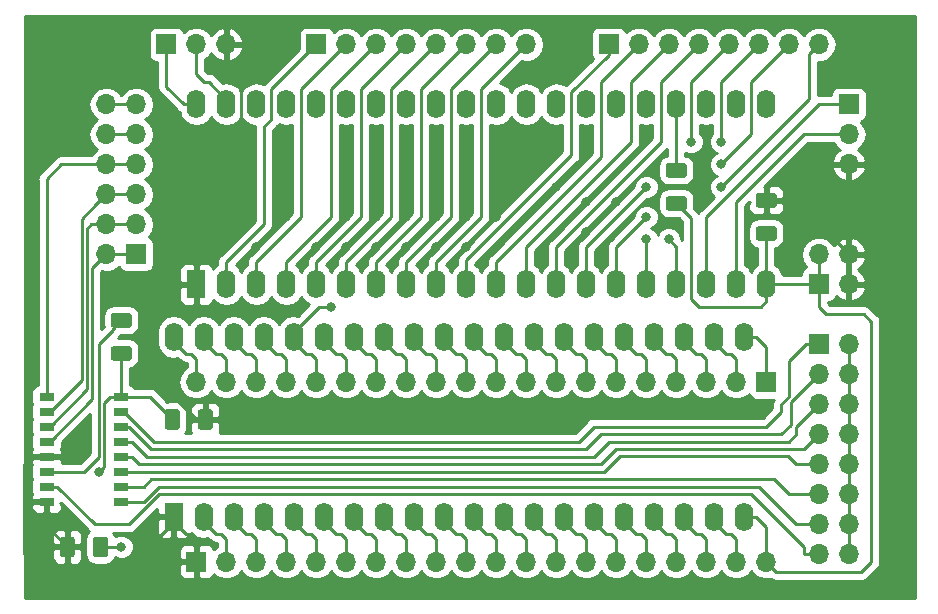
<source format=gbr>
G04 #@! TF.GenerationSoftware,KiCad,Pcbnew,5.0.2-bee76a0~70~ubuntu16.04.1*
G04 #@! TF.CreationDate,2019-06-09T21:59:07+02:00*
G04 #@! TF.ProjectId,VIAxe,56494178-652e-46b6-9963-61645f706362,rev?*
G04 #@! TF.SameCoordinates,Original*
G04 #@! TF.FileFunction,Copper,L1,Top*
G04 #@! TF.FilePolarity,Positive*
%FSLAX46Y46*%
G04 Gerber Fmt 4.6, Leading zero omitted, Abs format (unit mm)*
G04 Created by KiCad (PCBNEW 5.0.2-bee76a0~70~ubuntu16.04.1) date nie, 9 cze 2019, 21:59:07*
%MOMM*%
%LPD*%
G01*
G04 APERTURE LIST*
G04 #@! TA.AperFunction,ComponentPad*
%ADD10O,1.600000X2.400000*%
G04 #@! TD*
G04 #@! TA.AperFunction,ComponentPad*
%ADD11R,1.600000X2.400000*%
G04 #@! TD*
G04 #@! TA.AperFunction,ComponentPad*
%ADD12R,1.700000X1.700000*%
G04 #@! TD*
G04 #@! TA.AperFunction,ComponentPad*
%ADD13O,1.700000X1.700000*%
G04 #@! TD*
G04 #@! TA.AperFunction,Conductor*
%ADD14C,0.100000*%
G04 #@! TD*
G04 #@! TA.AperFunction,SMDPad,CuDef*
%ADD15C,1.250000*%
G04 #@! TD*
G04 #@! TA.AperFunction,SMDPad,CuDef*
%ADD16R,1.300000X0.800000*%
G04 #@! TD*
G04 #@! TA.AperFunction,ViaPad*
%ADD17C,0.800000*%
G04 #@! TD*
G04 #@! TA.AperFunction,Conductor*
%ADD18C,0.250000*%
G04 #@! TD*
G04 #@! TA.AperFunction,Conductor*
%ADD19C,0.254000*%
G04 #@! TD*
G04 APERTURE END LIST*
D10*
G04 #@! TO.P,U2,40*
G04 #@! TO.N,CA1*
X45085000Y-76835000D03*
G04 #@! TO.P,U2,20*
G04 #@! TO.N,VCC*
X93345000Y-92075000D03*
G04 #@! TO.P,U2,39*
G04 #@! TO.N,CA2*
X47625000Y-76835000D03*
G04 #@! TO.P,U2,19*
G04 #@! TO.N,CB2*
X90805000Y-92075000D03*
G04 #@! TO.P,U2,38*
G04 #@! TO.N,/IRQA*
X50165000Y-76835000D03*
G04 #@! TO.P,U2,18*
G04 #@! TO.N,CB1*
X88265000Y-92075000D03*
G04 #@! TO.P,U2,37*
G04 #@! TO.N,/IRQB*
X52705000Y-76835000D03*
G04 #@! TO.P,U2,17*
G04 #@! TO.N,PB7*
X85725000Y-92075000D03*
G04 #@! TO.P,U2,36*
G04 #@! TO.N,A1*
X55245000Y-76835000D03*
G04 #@! TO.P,U2,16*
G04 #@! TO.N,PB6*
X83185000Y-92075000D03*
G04 #@! TO.P,U2,35*
G04 #@! TO.N,A0*
X57785000Y-76835000D03*
G04 #@! TO.P,U2,15*
G04 #@! TO.N,PB5*
X80645000Y-92075000D03*
G04 #@! TO.P,U2,34*
G04 #@! TO.N,/RESET*
X60325000Y-76835000D03*
G04 #@! TO.P,U2,14*
G04 #@! TO.N,PB4*
X78105000Y-92075000D03*
G04 #@! TO.P,U2,33*
G04 #@! TO.N,D0*
X62865000Y-76835000D03*
G04 #@! TO.P,U2,13*
G04 #@! TO.N,PB3*
X75565000Y-92075000D03*
G04 #@! TO.P,U2,32*
G04 #@! TO.N,D1*
X65405000Y-76835000D03*
G04 #@! TO.P,U2,12*
G04 #@! TO.N,PB2*
X73025000Y-92075000D03*
G04 #@! TO.P,U2,31*
G04 #@! TO.N,D2*
X67945000Y-76835000D03*
G04 #@! TO.P,U2,11*
G04 #@! TO.N,PB1*
X70485000Y-92075000D03*
G04 #@! TO.P,U2,30*
G04 #@! TO.N,D3*
X70485000Y-76835000D03*
G04 #@! TO.P,U2,10*
G04 #@! TO.N,PB0*
X67945000Y-92075000D03*
G04 #@! TO.P,U2,29*
G04 #@! TO.N,D4*
X73025000Y-76835000D03*
G04 #@! TO.P,U2,9*
G04 #@! TO.N,PA7*
X65405000Y-92075000D03*
G04 #@! TO.P,U2,28*
G04 #@! TO.N,D5*
X75565000Y-76835000D03*
G04 #@! TO.P,U2,8*
G04 #@! TO.N,PA6*
X62865000Y-92075000D03*
G04 #@! TO.P,U2,27*
G04 #@! TO.N,D6*
X78105000Y-76835000D03*
G04 #@! TO.P,U2,7*
G04 #@! TO.N,PA5*
X60325000Y-92075000D03*
G04 #@! TO.P,U2,26*
G04 #@! TO.N,D7*
X80645000Y-76835000D03*
G04 #@! TO.P,U2,6*
G04 #@! TO.N,PA4*
X57785000Y-92075000D03*
G04 #@! TO.P,U2,25*
G04 #@! TO.N,O2*
X83185000Y-76835000D03*
G04 #@! TO.P,U2,5*
G04 #@! TO.N,PA3*
X55245000Y-92075000D03*
G04 #@! TO.P,U2,24*
G04 #@! TO.N,CS1*
X85725000Y-76835000D03*
G04 #@! TO.P,U2,4*
G04 #@! TO.N,PA2*
X52705000Y-92075000D03*
G04 #@! TO.P,U2,23*
G04 #@! TO.N,/CS2B*
X88265000Y-76835000D03*
G04 #@! TO.P,U2,3*
G04 #@! TO.N,PA1*
X50165000Y-92075000D03*
G04 #@! TO.P,U2,22*
G04 #@! TO.N,CS0*
X90805000Y-76835000D03*
G04 #@! TO.P,U2,2*
G04 #@! TO.N,PA0*
X47625000Y-92075000D03*
G04 #@! TO.P,U2,21*
G04 #@! TO.N,R/W*
X93345000Y-76835000D03*
D11*
G04 #@! TO.P,U2,1*
G04 #@! TO.N,GND*
X45085000Y-92075000D03*
G04 #@! TD*
G04 #@! TO.P,U3,1*
G04 #@! TO.N,GND*
X46990000Y-72390000D03*
D10*
G04 #@! TO.P,U3,21*
G04 #@! TO.N,/IRQA*
X95250000Y-57150000D03*
G04 #@! TO.P,U3,2*
G04 #@! TO.N,VIAPA0*
X49530000Y-72390000D03*
G04 #@! TO.P,U3,22*
G04 #@! TO.N,R/W*
X92710000Y-57150000D03*
G04 #@! TO.P,U3,3*
G04 #@! TO.N,VIAPA1*
X52070000Y-72390000D03*
G04 #@! TO.P,U3,23*
G04 #@! TO.N,/VIACS2*
X90170000Y-57150000D03*
G04 #@! TO.P,U3,4*
G04 #@! TO.N,VIAPA2*
X54610000Y-72390000D03*
G04 #@! TO.P,U3,24*
G04 #@! TO.N,/VIACS1*
X87630000Y-57150000D03*
G04 #@! TO.P,U3,5*
G04 #@! TO.N,VIAPA3*
X57150000Y-72390000D03*
G04 #@! TO.P,U3,25*
G04 #@! TO.N,O2*
X85090000Y-57150000D03*
G04 #@! TO.P,U3,6*
G04 #@! TO.N,VIAPA4*
X59690000Y-72390000D03*
G04 #@! TO.P,U3,26*
G04 #@! TO.N,D7*
X82550000Y-57150000D03*
G04 #@! TO.P,U3,7*
G04 #@! TO.N,VIAPA5*
X62230000Y-72390000D03*
G04 #@! TO.P,U3,27*
G04 #@! TO.N,D6*
X80010000Y-57150000D03*
G04 #@! TO.P,U3,8*
G04 #@! TO.N,VIAPA6*
X64770000Y-72390000D03*
G04 #@! TO.P,U3,28*
G04 #@! TO.N,D5*
X77470000Y-57150000D03*
G04 #@! TO.P,U3,9*
G04 #@! TO.N,VIAPA7*
X67310000Y-72390000D03*
G04 #@! TO.P,U3,29*
G04 #@! TO.N,D4*
X74930000Y-57150000D03*
G04 #@! TO.P,U3,10*
G04 #@! TO.N,VIAPB0*
X69850000Y-72390000D03*
G04 #@! TO.P,U3,30*
G04 #@! TO.N,D3*
X72390000Y-57150000D03*
G04 #@! TO.P,U3,11*
G04 #@! TO.N,VIAPB1*
X72390000Y-72390000D03*
G04 #@! TO.P,U3,31*
G04 #@! TO.N,D2*
X69850000Y-57150000D03*
G04 #@! TO.P,U3,12*
G04 #@! TO.N,VIAPB2*
X74930000Y-72390000D03*
G04 #@! TO.P,U3,32*
G04 #@! TO.N,D1*
X67310000Y-57150000D03*
G04 #@! TO.P,U3,13*
G04 #@! TO.N,VIAPB3*
X77470000Y-72390000D03*
G04 #@! TO.P,U3,33*
G04 #@! TO.N,D0*
X64770000Y-57150000D03*
G04 #@! TO.P,U3,14*
G04 #@! TO.N,VIAPB4*
X80010000Y-72390000D03*
G04 #@! TO.P,U3,34*
G04 #@! TO.N,/RESET*
X62230000Y-57150000D03*
G04 #@! TO.P,U3,15*
G04 #@! TO.N,VIAPB5*
X82550000Y-72390000D03*
G04 #@! TO.P,U3,35*
G04 #@! TO.N,A3*
X59690000Y-57150000D03*
G04 #@! TO.P,U3,16*
G04 #@! TO.N,VIAPB6*
X85090000Y-72390000D03*
G04 #@! TO.P,U3,36*
G04 #@! TO.N,A2*
X57150000Y-57150000D03*
G04 #@! TO.P,U3,17*
G04 #@! TO.N,VIAPB7*
X87630000Y-72390000D03*
G04 #@! TO.P,U3,37*
G04 #@! TO.N,A1*
X54610000Y-57150000D03*
G04 #@! TO.P,U3,18*
G04 #@! TO.N,VIACB1*
X90170000Y-72390000D03*
G04 #@! TO.P,U3,38*
G04 #@! TO.N,A0*
X52070000Y-57150000D03*
G04 #@! TO.P,U3,19*
G04 #@! TO.N,VIACB2*
X92710000Y-72390000D03*
G04 #@! TO.P,U3,39*
G04 #@! TO.N,VIACA2*
X49530000Y-57150000D03*
G04 #@! TO.P,U3,20*
G04 #@! TO.N,VCC*
X95250000Y-72390000D03*
G04 #@! TO.P,U3,40*
G04 #@! TO.N,VIACA1*
X46990000Y-57150000D03*
G04 #@! TD*
D12*
G04 #@! TO.P,J1,1*
G04 #@! TO.N,GND*
X46990000Y-95885000D03*
D13*
G04 #@! TO.P,J1,2*
G04 #@! TO.N,PA0*
X49530000Y-95885000D03*
G04 #@! TO.P,J1,3*
G04 #@! TO.N,PA1*
X52070000Y-95885000D03*
G04 #@! TO.P,J1,4*
G04 #@! TO.N,PA2*
X54610000Y-95885000D03*
G04 #@! TO.P,J1,5*
G04 #@! TO.N,PA3*
X57150000Y-95885000D03*
G04 #@! TO.P,J1,6*
G04 #@! TO.N,PA4*
X59690000Y-95885000D03*
G04 #@! TO.P,J1,7*
G04 #@! TO.N,PA5*
X62230000Y-95885000D03*
G04 #@! TO.P,J1,8*
G04 #@! TO.N,PA6*
X64770000Y-95885000D03*
G04 #@! TO.P,J1,9*
G04 #@! TO.N,PA7*
X67310000Y-95885000D03*
G04 #@! TO.P,J1,10*
G04 #@! TO.N,PB0*
X69850000Y-95885000D03*
G04 #@! TO.P,J1,11*
G04 #@! TO.N,PB1*
X72390000Y-95885000D03*
G04 #@! TO.P,J1,12*
G04 #@! TO.N,PB2*
X74930000Y-95885000D03*
G04 #@! TO.P,J1,13*
G04 #@! TO.N,PB3*
X77470000Y-95885000D03*
G04 #@! TO.P,J1,14*
G04 #@! TO.N,PB4*
X80010000Y-95885000D03*
G04 #@! TO.P,J1,15*
G04 #@! TO.N,PB5*
X82550000Y-95885000D03*
G04 #@! TO.P,J1,16*
G04 #@! TO.N,PB6*
X85090000Y-95885000D03*
G04 #@! TO.P,J1,17*
G04 #@! TO.N,PB7*
X87630000Y-95885000D03*
G04 #@! TO.P,J1,18*
G04 #@! TO.N,CB1*
X90170000Y-95885000D03*
G04 #@! TO.P,J1,19*
G04 #@! TO.N,CB2*
X92710000Y-95885000D03*
G04 #@! TO.P,J1,20*
G04 #@! TO.N,VCC*
X95250000Y-95885000D03*
G04 #@! TD*
G04 #@! TO.P,J2,20*
G04 #@! TO.N,CA1*
X46990000Y-80645000D03*
G04 #@! TO.P,J2,19*
G04 #@! TO.N,CA2*
X49530000Y-80645000D03*
G04 #@! TO.P,J2,18*
G04 #@! TO.N,/IRQA*
X52070000Y-80645000D03*
G04 #@! TO.P,J2,17*
G04 #@! TO.N,/IRQB*
X54610000Y-80645000D03*
G04 #@! TO.P,J2,16*
G04 #@! TO.N,A1*
X57150000Y-80645000D03*
G04 #@! TO.P,J2,15*
G04 #@! TO.N,A0*
X59690000Y-80645000D03*
G04 #@! TO.P,J2,14*
G04 #@! TO.N,/RESET*
X62230000Y-80645000D03*
G04 #@! TO.P,J2,13*
G04 #@! TO.N,D0*
X64770000Y-80645000D03*
G04 #@! TO.P,J2,12*
G04 #@! TO.N,D1*
X67310000Y-80645000D03*
G04 #@! TO.P,J2,11*
G04 #@! TO.N,D2*
X69850000Y-80645000D03*
G04 #@! TO.P,J2,10*
G04 #@! TO.N,D3*
X72390000Y-80645000D03*
G04 #@! TO.P,J2,9*
G04 #@! TO.N,D4*
X74930000Y-80645000D03*
G04 #@! TO.P,J2,8*
G04 #@! TO.N,D5*
X77470000Y-80645000D03*
G04 #@! TO.P,J2,7*
G04 #@! TO.N,D6*
X80010000Y-80645000D03*
G04 #@! TO.P,J2,6*
G04 #@! TO.N,D7*
X82550000Y-80645000D03*
G04 #@! TO.P,J2,5*
G04 #@! TO.N,O2*
X85090000Y-80645000D03*
G04 #@! TO.P,J2,4*
G04 #@! TO.N,CS1*
X87630000Y-80645000D03*
G04 #@! TO.P,J2,3*
G04 #@! TO.N,/CS2B*
X90170000Y-80645000D03*
G04 #@! TO.P,J2,2*
G04 #@! TO.N,CS0*
X92710000Y-80645000D03*
D12*
G04 #@! TO.P,J2,1*
G04 #@! TO.N,R/W*
X95250000Y-80645000D03*
G04 #@! TD*
G04 #@! TO.P,J3,1*
G04 #@! TO.N,/D500*
X99695000Y-77470000D03*
D13*
G04 #@! TO.P,J3,2*
G04 #@! TO.N,/VIACS2*
X102235000Y-77470000D03*
G04 #@! TO.P,J3,3*
G04 #@! TO.N,/D520*
X99695000Y-80010000D03*
G04 #@! TO.P,J3,4*
G04 #@! TO.N,/VIACS2*
X102235000Y-80010000D03*
G04 #@! TO.P,J3,5*
G04 #@! TO.N,/D540*
X99695000Y-82550000D03*
G04 #@! TO.P,J3,6*
G04 #@! TO.N,/VIACS2*
X102235000Y-82550000D03*
G04 #@! TO.P,J3,7*
G04 #@! TO.N,/D560*
X99695000Y-85090000D03*
G04 #@! TO.P,J3,8*
G04 #@! TO.N,/VIACS2*
X102235000Y-85090000D03*
G04 #@! TO.P,J3,9*
G04 #@! TO.N,/D580*
X99695000Y-87630000D03*
G04 #@! TO.P,J3,10*
G04 #@! TO.N,/VIACS2*
X102235000Y-87630000D03*
G04 #@! TO.P,J3,11*
G04 #@! TO.N,/D5A0*
X99695000Y-90170000D03*
G04 #@! TO.P,J3,12*
G04 #@! TO.N,/VIACS2*
X102235000Y-90170000D03*
G04 #@! TO.P,J3,13*
G04 #@! TO.N,/D5C0*
X99695000Y-92710000D03*
G04 #@! TO.P,J3,14*
G04 #@! TO.N,/VIACS2*
X102235000Y-92710000D03*
G04 #@! TO.P,J3,15*
G04 #@! TO.N,/D5E0*
X99695000Y-95250000D03*
G04 #@! TO.P,J3,16*
G04 #@! TO.N,/VIACS2*
X102235000Y-95250000D03*
G04 #@! TD*
D14*
G04 #@! TO.N,VCC*
G04 #@! TO.C,C1*
G36*
X95899504Y-67451204D02*
X95923773Y-67454804D01*
X95947571Y-67460765D01*
X95970671Y-67469030D01*
X95992849Y-67479520D01*
X96013893Y-67492133D01*
X96033598Y-67506747D01*
X96051777Y-67523223D01*
X96068253Y-67541402D01*
X96082867Y-67561107D01*
X96095480Y-67582151D01*
X96105970Y-67604329D01*
X96114235Y-67627429D01*
X96120196Y-67651227D01*
X96123796Y-67675496D01*
X96125000Y-67700000D01*
X96125000Y-68450000D01*
X96123796Y-68474504D01*
X96120196Y-68498773D01*
X96114235Y-68522571D01*
X96105970Y-68545671D01*
X96095480Y-68567849D01*
X96082867Y-68588893D01*
X96068253Y-68608598D01*
X96051777Y-68626777D01*
X96033598Y-68643253D01*
X96013893Y-68657867D01*
X95992849Y-68670480D01*
X95970671Y-68680970D01*
X95947571Y-68689235D01*
X95923773Y-68695196D01*
X95899504Y-68698796D01*
X95875000Y-68700000D01*
X94625000Y-68700000D01*
X94600496Y-68698796D01*
X94576227Y-68695196D01*
X94552429Y-68689235D01*
X94529329Y-68680970D01*
X94507151Y-68670480D01*
X94486107Y-68657867D01*
X94466402Y-68643253D01*
X94448223Y-68626777D01*
X94431747Y-68608598D01*
X94417133Y-68588893D01*
X94404520Y-68567849D01*
X94394030Y-68545671D01*
X94385765Y-68522571D01*
X94379804Y-68498773D01*
X94376204Y-68474504D01*
X94375000Y-68450000D01*
X94375000Y-67700000D01*
X94376204Y-67675496D01*
X94379804Y-67651227D01*
X94385765Y-67627429D01*
X94394030Y-67604329D01*
X94404520Y-67582151D01*
X94417133Y-67561107D01*
X94431747Y-67541402D01*
X94448223Y-67523223D01*
X94466402Y-67506747D01*
X94486107Y-67492133D01*
X94507151Y-67479520D01*
X94529329Y-67469030D01*
X94552429Y-67460765D01*
X94576227Y-67454804D01*
X94600496Y-67451204D01*
X94625000Y-67450000D01*
X95875000Y-67450000D01*
X95899504Y-67451204D01*
X95899504Y-67451204D01*
G37*
D15*
G04 #@! TD*
G04 #@! TO.P,C1,1*
G04 #@! TO.N,VCC*
X95250000Y-68075000D03*
D14*
G04 #@! TO.N,GND*
G04 #@! TO.C,C1*
G36*
X95899504Y-64651204D02*
X95923773Y-64654804D01*
X95947571Y-64660765D01*
X95970671Y-64669030D01*
X95992849Y-64679520D01*
X96013893Y-64692133D01*
X96033598Y-64706747D01*
X96051777Y-64723223D01*
X96068253Y-64741402D01*
X96082867Y-64761107D01*
X96095480Y-64782151D01*
X96105970Y-64804329D01*
X96114235Y-64827429D01*
X96120196Y-64851227D01*
X96123796Y-64875496D01*
X96125000Y-64900000D01*
X96125000Y-65650000D01*
X96123796Y-65674504D01*
X96120196Y-65698773D01*
X96114235Y-65722571D01*
X96105970Y-65745671D01*
X96095480Y-65767849D01*
X96082867Y-65788893D01*
X96068253Y-65808598D01*
X96051777Y-65826777D01*
X96033598Y-65843253D01*
X96013893Y-65857867D01*
X95992849Y-65870480D01*
X95970671Y-65880970D01*
X95947571Y-65889235D01*
X95923773Y-65895196D01*
X95899504Y-65898796D01*
X95875000Y-65900000D01*
X94625000Y-65900000D01*
X94600496Y-65898796D01*
X94576227Y-65895196D01*
X94552429Y-65889235D01*
X94529329Y-65880970D01*
X94507151Y-65870480D01*
X94486107Y-65857867D01*
X94466402Y-65843253D01*
X94448223Y-65826777D01*
X94431747Y-65808598D01*
X94417133Y-65788893D01*
X94404520Y-65767849D01*
X94394030Y-65745671D01*
X94385765Y-65722571D01*
X94379804Y-65698773D01*
X94376204Y-65674504D01*
X94375000Y-65650000D01*
X94375000Y-64900000D01*
X94376204Y-64875496D01*
X94379804Y-64851227D01*
X94385765Y-64827429D01*
X94394030Y-64804329D01*
X94404520Y-64782151D01*
X94417133Y-64761107D01*
X94431747Y-64741402D01*
X94448223Y-64723223D01*
X94466402Y-64706747D01*
X94486107Y-64692133D01*
X94507151Y-64679520D01*
X94529329Y-64669030D01*
X94552429Y-64660765D01*
X94576227Y-64654804D01*
X94600496Y-64651204D01*
X94625000Y-64650000D01*
X95875000Y-64650000D01*
X95899504Y-64651204D01*
X95899504Y-64651204D01*
G37*
D15*
G04 #@! TD*
G04 #@! TO.P,C1,2*
G04 #@! TO.N,GND*
X95250000Y-65275000D03*
D14*
G04 #@! TO.N,GND*
G04 #@! TO.C,C2*
G36*
X36464504Y-93741204D02*
X36488773Y-93744804D01*
X36512571Y-93750765D01*
X36535671Y-93759030D01*
X36557849Y-93769520D01*
X36578893Y-93782133D01*
X36598598Y-93796747D01*
X36616777Y-93813223D01*
X36633253Y-93831402D01*
X36647867Y-93851107D01*
X36660480Y-93872151D01*
X36670970Y-93894329D01*
X36679235Y-93917429D01*
X36685196Y-93941227D01*
X36688796Y-93965496D01*
X36690000Y-93990000D01*
X36690000Y-95240000D01*
X36688796Y-95264504D01*
X36685196Y-95288773D01*
X36679235Y-95312571D01*
X36670970Y-95335671D01*
X36660480Y-95357849D01*
X36647867Y-95378893D01*
X36633253Y-95398598D01*
X36616777Y-95416777D01*
X36598598Y-95433253D01*
X36578893Y-95447867D01*
X36557849Y-95460480D01*
X36535671Y-95470970D01*
X36512571Y-95479235D01*
X36488773Y-95485196D01*
X36464504Y-95488796D01*
X36440000Y-95490000D01*
X35690000Y-95490000D01*
X35665496Y-95488796D01*
X35641227Y-95485196D01*
X35617429Y-95479235D01*
X35594329Y-95470970D01*
X35572151Y-95460480D01*
X35551107Y-95447867D01*
X35531402Y-95433253D01*
X35513223Y-95416777D01*
X35496747Y-95398598D01*
X35482133Y-95378893D01*
X35469520Y-95357849D01*
X35459030Y-95335671D01*
X35450765Y-95312571D01*
X35444804Y-95288773D01*
X35441204Y-95264504D01*
X35440000Y-95240000D01*
X35440000Y-93990000D01*
X35441204Y-93965496D01*
X35444804Y-93941227D01*
X35450765Y-93917429D01*
X35459030Y-93894329D01*
X35469520Y-93872151D01*
X35482133Y-93851107D01*
X35496747Y-93831402D01*
X35513223Y-93813223D01*
X35531402Y-93796747D01*
X35551107Y-93782133D01*
X35572151Y-93769520D01*
X35594329Y-93759030D01*
X35617429Y-93750765D01*
X35641227Y-93744804D01*
X35665496Y-93741204D01*
X35690000Y-93740000D01*
X36440000Y-93740000D01*
X36464504Y-93741204D01*
X36464504Y-93741204D01*
G37*
D15*
G04 #@! TD*
G04 #@! TO.P,C2,2*
G04 #@! TO.N,GND*
X36065000Y-94615000D03*
D14*
G04 #@! TO.N,VCC*
G04 #@! TO.C,C2*
G36*
X39264504Y-93741204D02*
X39288773Y-93744804D01*
X39312571Y-93750765D01*
X39335671Y-93759030D01*
X39357849Y-93769520D01*
X39378893Y-93782133D01*
X39398598Y-93796747D01*
X39416777Y-93813223D01*
X39433253Y-93831402D01*
X39447867Y-93851107D01*
X39460480Y-93872151D01*
X39470970Y-93894329D01*
X39479235Y-93917429D01*
X39485196Y-93941227D01*
X39488796Y-93965496D01*
X39490000Y-93990000D01*
X39490000Y-95240000D01*
X39488796Y-95264504D01*
X39485196Y-95288773D01*
X39479235Y-95312571D01*
X39470970Y-95335671D01*
X39460480Y-95357849D01*
X39447867Y-95378893D01*
X39433253Y-95398598D01*
X39416777Y-95416777D01*
X39398598Y-95433253D01*
X39378893Y-95447867D01*
X39357849Y-95460480D01*
X39335671Y-95470970D01*
X39312571Y-95479235D01*
X39288773Y-95485196D01*
X39264504Y-95488796D01*
X39240000Y-95490000D01*
X38490000Y-95490000D01*
X38465496Y-95488796D01*
X38441227Y-95485196D01*
X38417429Y-95479235D01*
X38394329Y-95470970D01*
X38372151Y-95460480D01*
X38351107Y-95447867D01*
X38331402Y-95433253D01*
X38313223Y-95416777D01*
X38296747Y-95398598D01*
X38282133Y-95378893D01*
X38269520Y-95357849D01*
X38259030Y-95335671D01*
X38250765Y-95312571D01*
X38244804Y-95288773D01*
X38241204Y-95264504D01*
X38240000Y-95240000D01*
X38240000Y-93990000D01*
X38241204Y-93965496D01*
X38244804Y-93941227D01*
X38250765Y-93917429D01*
X38259030Y-93894329D01*
X38269520Y-93872151D01*
X38282133Y-93851107D01*
X38296747Y-93831402D01*
X38313223Y-93813223D01*
X38331402Y-93796747D01*
X38351107Y-93782133D01*
X38372151Y-93769520D01*
X38394329Y-93759030D01*
X38417429Y-93750765D01*
X38441227Y-93744804D01*
X38465496Y-93741204D01*
X38490000Y-93740000D01*
X39240000Y-93740000D01*
X39264504Y-93741204D01*
X39264504Y-93741204D01*
G37*
D15*
G04 #@! TD*
G04 #@! TO.P,C2,1*
G04 #@! TO.N,VCC*
X38865000Y-94615000D03*
D14*
G04 #@! TO.N,VCC*
G04 #@! TO.C,C3*
G36*
X45354504Y-82946204D02*
X45378773Y-82949804D01*
X45402571Y-82955765D01*
X45425671Y-82964030D01*
X45447849Y-82974520D01*
X45468893Y-82987133D01*
X45488598Y-83001747D01*
X45506777Y-83018223D01*
X45523253Y-83036402D01*
X45537867Y-83056107D01*
X45550480Y-83077151D01*
X45560970Y-83099329D01*
X45569235Y-83122429D01*
X45575196Y-83146227D01*
X45578796Y-83170496D01*
X45580000Y-83195000D01*
X45580000Y-84445000D01*
X45578796Y-84469504D01*
X45575196Y-84493773D01*
X45569235Y-84517571D01*
X45560970Y-84540671D01*
X45550480Y-84562849D01*
X45537867Y-84583893D01*
X45523253Y-84603598D01*
X45506777Y-84621777D01*
X45488598Y-84638253D01*
X45468893Y-84652867D01*
X45447849Y-84665480D01*
X45425671Y-84675970D01*
X45402571Y-84684235D01*
X45378773Y-84690196D01*
X45354504Y-84693796D01*
X45330000Y-84695000D01*
X44580000Y-84695000D01*
X44555496Y-84693796D01*
X44531227Y-84690196D01*
X44507429Y-84684235D01*
X44484329Y-84675970D01*
X44462151Y-84665480D01*
X44441107Y-84652867D01*
X44421402Y-84638253D01*
X44403223Y-84621777D01*
X44386747Y-84603598D01*
X44372133Y-84583893D01*
X44359520Y-84562849D01*
X44349030Y-84540671D01*
X44340765Y-84517571D01*
X44334804Y-84493773D01*
X44331204Y-84469504D01*
X44330000Y-84445000D01*
X44330000Y-83195000D01*
X44331204Y-83170496D01*
X44334804Y-83146227D01*
X44340765Y-83122429D01*
X44349030Y-83099329D01*
X44359520Y-83077151D01*
X44372133Y-83056107D01*
X44386747Y-83036402D01*
X44403223Y-83018223D01*
X44421402Y-83001747D01*
X44441107Y-82987133D01*
X44462151Y-82974520D01*
X44484329Y-82964030D01*
X44507429Y-82955765D01*
X44531227Y-82949804D01*
X44555496Y-82946204D01*
X44580000Y-82945000D01*
X45330000Y-82945000D01*
X45354504Y-82946204D01*
X45354504Y-82946204D01*
G37*
D15*
G04 #@! TD*
G04 #@! TO.P,C3,1*
G04 #@! TO.N,VCC*
X44955000Y-83820000D03*
D14*
G04 #@! TO.N,GND*
G04 #@! TO.C,C3*
G36*
X48154504Y-82946204D02*
X48178773Y-82949804D01*
X48202571Y-82955765D01*
X48225671Y-82964030D01*
X48247849Y-82974520D01*
X48268893Y-82987133D01*
X48288598Y-83001747D01*
X48306777Y-83018223D01*
X48323253Y-83036402D01*
X48337867Y-83056107D01*
X48350480Y-83077151D01*
X48360970Y-83099329D01*
X48369235Y-83122429D01*
X48375196Y-83146227D01*
X48378796Y-83170496D01*
X48380000Y-83195000D01*
X48380000Y-84445000D01*
X48378796Y-84469504D01*
X48375196Y-84493773D01*
X48369235Y-84517571D01*
X48360970Y-84540671D01*
X48350480Y-84562849D01*
X48337867Y-84583893D01*
X48323253Y-84603598D01*
X48306777Y-84621777D01*
X48288598Y-84638253D01*
X48268893Y-84652867D01*
X48247849Y-84665480D01*
X48225671Y-84675970D01*
X48202571Y-84684235D01*
X48178773Y-84690196D01*
X48154504Y-84693796D01*
X48130000Y-84695000D01*
X47380000Y-84695000D01*
X47355496Y-84693796D01*
X47331227Y-84690196D01*
X47307429Y-84684235D01*
X47284329Y-84675970D01*
X47262151Y-84665480D01*
X47241107Y-84652867D01*
X47221402Y-84638253D01*
X47203223Y-84621777D01*
X47186747Y-84603598D01*
X47172133Y-84583893D01*
X47159520Y-84562849D01*
X47149030Y-84540671D01*
X47140765Y-84517571D01*
X47134804Y-84493773D01*
X47131204Y-84469504D01*
X47130000Y-84445000D01*
X47130000Y-83195000D01*
X47131204Y-83170496D01*
X47134804Y-83146227D01*
X47140765Y-83122429D01*
X47149030Y-83099329D01*
X47159520Y-83077151D01*
X47172133Y-83056107D01*
X47186747Y-83036402D01*
X47203223Y-83018223D01*
X47221402Y-83001747D01*
X47241107Y-82987133D01*
X47262151Y-82974520D01*
X47284329Y-82964030D01*
X47307429Y-82955765D01*
X47331227Y-82949804D01*
X47355496Y-82946204D01*
X47380000Y-82945000D01*
X48130000Y-82945000D01*
X48154504Y-82946204D01*
X48154504Y-82946204D01*
G37*
D15*
G04 #@! TD*
G04 #@! TO.P,C3,2*
G04 #@! TO.N,GND*
X47755000Y-83820000D03*
D14*
G04 #@! TO.N,VCC*
G04 #@! TO.C,R1*
G36*
X41289504Y-77611204D02*
X41313773Y-77614804D01*
X41337571Y-77620765D01*
X41360671Y-77629030D01*
X41382849Y-77639520D01*
X41403893Y-77652133D01*
X41423598Y-77666747D01*
X41441777Y-77683223D01*
X41458253Y-77701402D01*
X41472867Y-77721107D01*
X41485480Y-77742151D01*
X41495970Y-77764329D01*
X41504235Y-77787429D01*
X41510196Y-77811227D01*
X41513796Y-77835496D01*
X41515000Y-77860000D01*
X41515000Y-78610000D01*
X41513796Y-78634504D01*
X41510196Y-78658773D01*
X41504235Y-78682571D01*
X41495970Y-78705671D01*
X41485480Y-78727849D01*
X41472867Y-78748893D01*
X41458253Y-78768598D01*
X41441777Y-78786777D01*
X41423598Y-78803253D01*
X41403893Y-78817867D01*
X41382849Y-78830480D01*
X41360671Y-78840970D01*
X41337571Y-78849235D01*
X41313773Y-78855196D01*
X41289504Y-78858796D01*
X41265000Y-78860000D01*
X40015000Y-78860000D01*
X39990496Y-78858796D01*
X39966227Y-78855196D01*
X39942429Y-78849235D01*
X39919329Y-78840970D01*
X39897151Y-78830480D01*
X39876107Y-78817867D01*
X39856402Y-78803253D01*
X39838223Y-78786777D01*
X39821747Y-78768598D01*
X39807133Y-78748893D01*
X39794520Y-78727849D01*
X39784030Y-78705671D01*
X39775765Y-78682571D01*
X39769804Y-78658773D01*
X39766204Y-78634504D01*
X39765000Y-78610000D01*
X39765000Y-77860000D01*
X39766204Y-77835496D01*
X39769804Y-77811227D01*
X39775765Y-77787429D01*
X39784030Y-77764329D01*
X39794520Y-77742151D01*
X39807133Y-77721107D01*
X39821747Y-77701402D01*
X39838223Y-77683223D01*
X39856402Y-77666747D01*
X39876107Y-77652133D01*
X39897151Y-77639520D01*
X39919329Y-77629030D01*
X39942429Y-77620765D01*
X39966227Y-77614804D01*
X39990496Y-77611204D01*
X40015000Y-77610000D01*
X41265000Y-77610000D01*
X41289504Y-77611204D01*
X41289504Y-77611204D01*
G37*
D15*
G04 #@! TD*
G04 #@! TO.P,R1,1*
G04 #@! TO.N,VCC*
X40640000Y-78235000D03*
D14*
G04 #@! TO.N,Net-(R1-Pad2)*
G04 #@! TO.C,R1*
G36*
X41289504Y-74811204D02*
X41313773Y-74814804D01*
X41337571Y-74820765D01*
X41360671Y-74829030D01*
X41382849Y-74839520D01*
X41403893Y-74852133D01*
X41423598Y-74866747D01*
X41441777Y-74883223D01*
X41458253Y-74901402D01*
X41472867Y-74921107D01*
X41485480Y-74942151D01*
X41495970Y-74964329D01*
X41504235Y-74987429D01*
X41510196Y-75011227D01*
X41513796Y-75035496D01*
X41515000Y-75060000D01*
X41515000Y-75810000D01*
X41513796Y-75834504D01*
X41510196Y-75858773D01*
X41504235Y-75882571D01*
X41495970Y-75905671D01*
X41485480Y-75927849D01*
X41472867Y-75948893D01*
X41458253Y-75968598D01*
X41441777Y-75986777D01*
X41423598Y-76003253D01*
X41403893Y-76017867D01*
X41382849Y-76030480D01*
X41360671Y-76040970D01*
X41337571Y-76049235D01*
X41313773Y-76055196D01*
X41289504Y-76058796D01*
X41265000Y-76060000D01*
X40015000Y-76060000D01*
X39990496Y-76058796D01*
X39966227Y-76055196D01*
X39942429Y-76049235D01*
X39919329Y-76040970D01*
X39897151Y-76030480D01*
X39876107Y-76017867D01*
X39856402Y-76003253D01*
X39838223Y-75986777D01*
X39821747Y-75968598D01*
X39807133Y-75948893D01*
X39794520Y-75927849D01*
X39784030Y-75905671D01*
X39775765Y-75882571D01*
X39769804Y-75858773D01*
X39766204Y-75834504D01*
X39765000Y-75810000D01*
X39765000Y-75060000D01*
X39766204Y-75035496D01*
X39769804Y-75011227D01*
X39775765Y-74987429D01*
X39784030Y-74964329D01*
X39794520Y-74942151D01*
X39807133Y-74921107D01*
X39821747Y-74901402D01*
X39838223Y-74883223D01*
X39856402Y-74866747D01*
X39876107Y-74852133D01*
X39897151Y-74839520D01*
X39919329Y-74829030D01*
X39942429Y-74820765D01*
X39966227Y-74814804D01*
X39990496Y-74811204D01*
X40015000Y-74810000D01*
X41265000Y-74810000D01*
X41289504Y-74811204D01*
X41289504Y-74811204D01*
G37*
D15*
G04 #@! TD*
G04 #@! TO.P,R1,2*
G04 #@! TO.N,Net-(R1-Pad2)*
X40640000Y-75435000D03*
D12*
G04 #@! TO.P,J5,1*
G04 #@! TO.N,VIACA1*
X44450000Y-52070000D03*
D13*
G04 #@! TO.P,J5,2*
G04 #@! TO.N,VIACA2*
X46990000Y-52070000D03*
G04 #@! TO.P,J5,3*
G04 #@! TO.N,GND*
X49530000Y-52070000D03*
G04 #@! TD*
D12*
G04 #@! TO.P,J6,1*
G04 #@! TO.N,VIAPA0*
X57150000Y-52070000D03*
D13*
G04 #@! TO.P,J6,2*
G04 #@! TO.N,VIAPA1*
X59690000Y-52070000D03*
G04 #@! TO.P,J6,3*
G04 #@! TO.N,VIAPA2*
X62230000Y-52070000D03*
G04 #@! TO.P,J6,4*
G04 #@! TO.N,VIAPA3*
X64770000Y-52070000D03*
G04 #@! TO.P,J6,5*
G04 #@! TO.N,VIAPA4*
X67310000Y-52070000D03*
G04 #@! TO.P,J6,6*
G04 #@! TO.N,VIAPA5*
X69850000Y-52070000D03*
G04 #@! TO.P,J6,7*
G04 #@! TO.N,VIAPA6*
X72390000Y-52070000D03*
G04 #@! TO.P,J6,8*
G04 #@! TO.N,VIAPA7*
X74930000Y-52070000D03*
G04 #@! TD*
G04 #@! TO.P,J7,8*
G04 #@! TO.N,VIAPB7*
X99695000Y-52070000D03*
G04 #@! TO.P,J7,7*
G04 #@! TO.N,VIAPB6*
X97155000Y-52070000D03*
G04 #@! TO.P,J7,6*
G04 #@! TO.N,VIAPB5*
X94615000Y-52070000D03*
G04 #@! TO.P,J7,5*
G04 #@! TO.N,VIAPB4*
X92075000Y-52070000D03*
G04 #@! TO.P,J7,4*
G04 #@! TO.N,VIAPB3*
X89535000Y-52070000D03*
G04 #@! TO.P,J7,3*
G04 #@! TO.N,VIAPB2*
X86995000Y-52070000D03*
G04 #@! TO.P,J7,2*
G04 #@! TO.N,VIAPB1*
X84455000Y-52070000D03*
D12*
G04 #@! TO.P,J7,1*
G04 #@! TO.N,VIAPB0*
X81915000Y-52070000D03*
G04 #@! TD*
D13*
G04 #@! TO.P,J8,3*
G04 #@! TO.N,GND*
X102235000Y-62230000D03*
G04 #@! TO.P,J8,2*
G04 #@! TO.N,VIACB2*
X102235000Y-59690000D03*
D12*
G04 #@! TO.P,J8,1*
G04 #@! TO.N,VIACB1*
X102235000Y-57150000D03*
G04 #@! TD*
D16*
G04 #@! TO.P,U1,1*
G04 #@! TO.N,/A5*
X34315000Y-81910000D03*
G04 #@! TO.P,U1,2*
G04 #@! TO.N,/A6*
X34315000Y-83190000D03*
G04 #@! TO.P,U1,3*
G04 #@! TO.N,/A7*
X34315000Y-84450000D03*
G04 #@! TO.P,U1,4*
G04 #@! TO.N,/CCTL*
X34315000Y-85720000D03*
G04 #@! TO.P,U1,5*
G04 #@! TO.N,GND*
X34315000Y-87000000D03*
G04 #@! TO.P,U1,6*
G04 #@! TO.N,Net-(R1-Pad2)*
X34315000Y-88270000D03*
G04 #@! TO.P,U1,7*
G04 #@! TO.N,/D5E0*
X34315000Y-89530000D03*
G04 #@! TO.P,U1,8*
G04 #@! TO.N,GND*
X34315000Y-90810000D03*
G04 #@! TO.P,U1,9*
G04 #@! TO.N,/D5C0*
X40615000Y-90810000D03*
G04 #@! TO.P,U1,10*
G04 #@! TO.N,/D5A0*
X40615000Y-89530000D03*
G04 #@! TO.P,U1,11*
G04 #@! TO.N,/D580*
X40615000Y-88270000D03*
G04 #@! TO.P,U1,12*
G04 #@! TO.N,/D560*
X40615000Y-87000000D03*
G04 #@! TO.P,U1,13*
G04 #@! TO.N,/D540*
X40615000Y-85720000D03*
G04 #@! TO.P,U1,14*
G04 #@! TO.N,/D520*
X40615000Y-84450000D03*
G04 #@! TO.P,U1,15*
G04 #@! TO.N,/D500*
X40615000Y-83190000D03*
G04 #@! TO.P,U1,16*
G04 #@! TO.N,VCC*
X40615000Y-81910000D03*
G04 #@! TD*
D12*
G04 #@! TO.P,J4,1*
G04 #@! TO.N,/CCTL*
X41910000Y-69850000D03*
D13*
G04 #@! TO.P,J4,2*
X39370000Y-69850000D03*
G04 #@! TO.P,J4,3*
G04 #@! TO.N,/A7*
X41910000Y-67310000D03*
G04 #@! TO.P,J4,4*
X39370000Y-67310000D03*
G04 #@! TO.P,J4,5*
G04 #@! TO.N,/A6*
X41910000Y-64770000D03*
G04 #@! TO.P,J4,6*
X39370000Y-64770000D03*
G04 #@! TO.P,J4,7*
G04 #@! TO.N,/A5*
X41910000Y-62230000D03*
G04 #@! TO.P,J4,8*
X39370000Y-62230000D03*
G04 #@! TO.P,J4,9*
G04 #@! TO.N,A3*
X41910000Y-59690000D03*
G04 #@! TO.P,J4,10*
X39370000Y-59690000D03*
G04 #@! TO.P,J4,11*
G04 #@! TO.N,A2*
X41910000Y-57150000D03*
G04 #@! TO.P,J4,12*
X39370000Y-57150000D03*
G04 #@! TD*
D12*
G04 #@! TO.P,J9,1*
G04 #@! TO.N,VCC*
X99695000Y-72390000D03*
D13*
G04 #@! TO.P,J9,2*
X99695000Y-69850000D03*
G04 #@! TO.P,J9,3*
G04 #@! TO.N,GND*
X102235000Y-72390000D03*
G04 #@! TO.P,J9,4*
X102235000Y-69850000D03*
G04 #@! TD*
D14*
G04 #@! TO.N,VCC*
G04 #@! TO.C,R2*
G36*
X88279504Y-64911204D02*
X88303773Y-64914804D01*
X88327571Y-64920765D01*
X88350671Y-64929030D01*
X88372849Y-64939520D01*
X88393893Y-64952133D01*
X88413598Y-64966747D01*
X88431777Y-64983223D01*
X88448253Y-65001402D01*
X88462867Y-65021107D01*
X88475480Y-65042151D01*
X88485970Y-65064329D01*
X88494235Y-65087429D01*
X88500196Y-65111227D01*
X88503796Y-65135496D01*
X88505000Y-65160000D01*
X88505000Y-65910000D01*
X88503796Y-65934504D01*
X88500196Y-65958773D01*
X88494235Y-65982571D01*
X88485970Y-66005671D01*
X88475480Y-66027849D01*
X88462867Y-66048893D01*
X88448253Y-66068598D01*
X88431777Y-66086777D01*
X88413598Y-66103253D01*
X88393893Y-66117867D01*
X88372849Y-66130480D01*
X88350671Y-66140970D01*
X88327571Y-66149235D01*
X88303773Y-66155196D01*
X88279504Y-66158796D01*
X88255000Y-66160000D01*
X87005000Y-66160000D01*
X86980496Y-66158796D01*
X86956227Y-66155196D01*
X86932429Y-66149235D01*
X86909329Y-66140970D01*
X86887151Y-66130480D01*
X86866107Y-66117867D01*
X86846402Y-66103253D01*
X86828223Y-66086777D01*
X86811747Y-66068598D01*
X86797133Y-66048893D01*
X86784520Y-66027849D01*
X86774030Y-66005671D01*
X86765765Y-65982571D01*
X86759804Y-65958773D01*
X86756204Y-65934504D01*
X86755000Y-65910000D01*
X86755000Y-65160000D01*
X86756204Y-65135496D01*
X86759804Y-65111227D01*
X86765765Y-65087429D01*
X86774030Y-65064329D01*
X86784520Y-65042151D01*
X86797133Y-65021107D01*
X86811747Y-65001402D01*
X86828223Y-64983223D01*
X86846402Y-64966747D01*
X86866107Y-64952133D01*
X86887151Y-64939520D01*
X86909329Y-64929030D01*
X86932429Y-64920765D01*
X86956227Y-64914804D01*
X86980496Y-64911204D01*
X87005000Y-64910000D01*
X88255000Y-64910000D01*
X88279504Y-64911204D01*
X88279504Y-64911204D01*
G37*
D15*
G04 #@! TD*
G04 #@! TO.P,R2,1*
G04 #@! TO.N,VCC*
X87630000Y-65535000D03*
D14*
G04 #@! TO.N,/VIACS1*
G04 #@! TO.C,R2*
G36*
X88279504Y-62111204D02*
X88303773Y-62114804D01*
X88327571Y-62120765D01*
X88350671Y-62129030D01*
X88372849Y-62139520D01*
X88393893Y-62152133D01*
X88413598Y-62166747D01*
X88431777Y-62183223D01*
X88448253Y-62201402D01*
X88462867Y-62221107D01*
X88475480Y-62242151D01*
X88485970Y-62264329D01*
X88494235Y-62287429D01*
X88500196Y-62311227D01*
X88503796Y-62335496D01*
X88505000Y-62360000D01*
X88505000Y-63110000D01*
X88503796Y-63134504D01*
X88500196Y-63158773D01*
X88494235Y-63182571D01*
X88485970Y-63205671D01*
X88475480Y-63227849D01*
X88462867Y-63248893D01*
X88448253Y-63268598D01*
X88431777Y-63286777D01*
X88413598Y-63303253D01*
X88393893Y-63317867D01*
X88372849Y-63330480D01*
X88350671Y-63340970D01*
X88327571Y-63349235D01*
X88303773Y-63355196D01*
X88279504Y-63358796D01*
X88255000Y-63360000D01*
X87005000Y-63360000D01*
X86980496Y-63358796D01*
X86956227Y-63355196D01*
X86932429Y-63349235D01*
X86909329Y-63340970D01*
X86887151Y-63330480D01*
X86866107Y-63317867D01*
X86846402Y-63303253D01*
X86828223Y-63286777D01*
X86811747Y-63268598D01*
X86797133Y-63248893D01*
X86784520Y-63227849D01*
X86774030Y-63205671D01*
X86765765Y-63182571D01*
X86759804Y-63158773D01*
X86756204Y-63134504D01*
X86755000Y-63110000D01*
X86755000Y-62360000D01*
X86756204Y-62335496D01*
X86759804Y-62311227D01*
X86765765Y-62287429D01*
X86774030Y-62264329D01*
X86784520Y-62242151D01*
X86797133Y-62221107D01*
X86811747Y-62201402D01*
X86828223Y-62183223D01*
X86846402Y-62166747D01*
X86866107Y-62152133D01*
X86887151Y-62139520D01*
X86909329Y-62129030D01*
X86932429Y-62120765D01*
X86956227Y-62114804D01*
X86980496Y-62111204D01*
X87005000Y-62110000D01*
X88255000Y-62110000D01*
X88279504Y-62111204D01*
X88279504Y-62111204D01*
G37*
D15*
G04 #@! TD*
G04 #@! TO.P,R2,2*
G04 #@! TO.N,/VIACS1*
X87630000Y-62735000D03*
D17*
G04 #@! TO.N,GND*
X80010000Y-67945000D03*
X80010000Y-65405000D03*
X82550000Y-65405000D03*
X77470000Y-60960000D03*
X77470000Y-64135000D03*
X80010000Y-60960000D03*
X69850000Y-66675000D03*
X69850000Y-69215000D03*
X67310000Y-69215000D03*
X72390000Y-66675000D03*
X74930000Y-62865000D03*
X54610000Y-66675000D03*
X57150000Y-69215000D03*
X59690000Y-66675000D03*
X59690000Y-69215000D03*
X64770000Y-69215000D03*
X67310000Y-66675000D03*
X37465000Y-85090000D03*
X43180000Y-79375000D03*
X48260000Y-69215000D03*
X52070000Y-69215000D03*
X64770000Y-66675000D03*
X62229998Y-66675000D03*
X62230000Y-69215002D03*
G04 #@! TO.N,VCC*
X38735000Y-88265000D03*
X40640000Y-94615000D03*
G04 #@! TO.N,VIAPB4*
X88900000Y-60325000D03*
X85090000Y-64135000D03*
G04 #@! TO.N,VIAPB5*
X91440000Y-60325000D03*
X85090000Y-66675000D03*
G04 #@! TO.N,VIAPB6*
X85090000Y-68580000D03*
X91440000Y-62230000D03*
G04 #@! TO.N,VIAPB7*
X91440000Y-64135000D03*
X86995000Y-68580000D03*
G04 #@! TO.N,A1*
X58420000Y-74295000D03*
G04 #@! TD*
D18*
G04 #@! TO.N,GND*
X102235000Y-72390000D02*
X102235000Y-69850000D01*
X102235000Y-69850000D02*
X102235000Y-62230000D01*
X97660000Y-65275000D02*
X102235000Y-69850000D01*
X95250000Y-65275000D02*
X97660000Y-65275000D01*
X45085000Y-92475000D02*
X45085000Y-92075000D01*
X46135000Y-93525000D02*
X45085000Y-92475000D01*
X46535000Y-93525000D02*
X46135000Y-93525000D01*
X46990000Y-93980000D02*
X46535000Y-93525000D01*
X46990000Y-95885000D02*
X46990000Y-93980000D01*
X36065000Y-97025000D02*
X36065000Y-94615000D01*
X40405000Y-97155000D02*
X36195000Y-97155000D01*
X36195000Y-97155000D02*
X36065000Y-97025000D01*
X45085000Y-92475000D02*
X40405000Y-97155000D01*
X34315000Y-92865000D02*
X34315000Y-90810000D01*
X36065000Y-94615000D02*
X34315000Y-92865000D01*
X34065000Y-87000000D02*
X34060000Y-86995000D01*
X34315000Y-87000000D02*
X34065000Y-87000000D01*
X34060000Y-86995000D02*
X33020000Y-86995000D01*
X33020000Y-86995000D02*
X32385000Y-87630000D01*
X32385000Y-87630000D02*
X32385000Y-95250000D01*
X34290000Y-97155000D02*
X36195000Y-97155000D01*
X32385000Y-95250000D02*
X34290000Y-97155000D01*
X35555000Y-87000000D02*
X37465000Y-85090000D01*
X34315000Y-87000000D02*
X35555000Y-87000000D01*
X46990000Y-96985000D02*
X48430000Y-98425000D01*
X46990000Y-95885000D02*
X46990000Y-96985000D01*
X48430000Y-98425000D02*
X104775000Y-98425000D01*
X104775000Y-98425000D02*
X105410000Y-97790000D01*
X105410000Y-97790000D02*
X105410000Y-73660000D01*
X104140000Y-72390000D02*
X102235000Y-72390000D01*
X105410000Y-73660000D02*
X104140000Y-72390000D01*
X43180000Y-80010000D02*
X43180000Y-79375000D01*
X46990000Y-83820000D02*
X43180000Y-80010000D01*
X47755000Y-83820000D02*
X46990000Y-83820000D01*
X46990000Y-70485000D02*
X46990000Y-72390000D01*
X49530000Y-52070000D02*
X49530000Y-53975000D01*
X49530000Y-53975000D02*
X50800000Y-55245000D01*
X50800000Y-66675000D02*
X48260000Y-69215000D01*
X50800000Y-55245000D02*
X50800000Y-66675000D01*
X48260000Y-69215000D02*
X46990000Y-70485000D01*
X52070000Y-69215000D02*
X54610000Y-66675000D01*
X57150000Y-69215000D02*
X59690000Y-66675000D01*
X59690000Y-69215000D02*
X62230000Y-66675000D01*
X64770000Y-69215000D02*
X67310000Y-66675000D01*
X69850000Y-66675000D02*
X67310000Y-69215000D01*
X69850000Y-69215000D02*
X72390000Y-66675000D01*
X72390000Y-65405000D02*
X74930000Y-62865000D01*
X72390000Y-66675000D02*
X72390000Y-65405000D01*
X75565000Y-62865000D02*
X77470000Y-60960000D01*
X74930000Y-62865000D02*
X75565000Y-62865000D01*
X80010000Y-61595000D02*
X80010000Y-60960000D01*
X77470000Y-64135000D02*
X80010000Y-61595000D01*
X80010000Y-67945000D02*
X82550000Y-65405000D01*
X64370001Y-67074999D02*
X64770000Y-66675000D01*
X62230000Y-69215000D02*
X64370001Y-67074999D01*
X102235000Y-62230000D02*
X101600000Y-62230000D01*
G04 #@! TO.N,PA0*
X47625000Y-92475000D02*
X47625000Y-92075000D01*
X49075000Y-93525000D02*
X48675000Y-93525000D01*
X49530000Y-93980000D02*
X49075000Y-93525000D01*
X48675000Y-93525000D02*
X47625000Y-92475000D01*
X49530000Y-95885000D02*
X49530000Y-93980000D01*
G04 #@! TO.N,PA1*
X50165000Y-92475000D02*
X50165000Y-92075000D01*
X51215000Y-93525000D02*
X50165000Y-92475000D01*
X51615000Y-93525000D02*
X51215000Y-93525000D01*
X52070000Y-93980000D02*
X51615000Y-93525000D01*
X52070000Y-95885000D02*
X52070000Y-93980000D01*
G04 #@! TO.N,PA2*
X52705000Y-92475000D02*
X52705000Y-92075000D01*
X53755000Y-93525000D02*
X52705000Y-92475000D01*
X54155000Y-93525000D02*
X53755000Y-93525000D01*
X54610000Y-93980000D02*
X54155000Y-93525000D01*
X54610000Y-95885000D02*
X54610000Y-93980000D01*
G04 #@! TO.N,PA3*
X55245000Y-92475000D02*
X55245000Y-92075000D01*
X56295000Y-93525000D02*
X55245000Y-92475000D01*
X56695000Y-93525000D02*
X56295000Y-93525000D01*
X57150000Y-93980000D02*
X56695000Y-93525000D01*
X57150000Y-95885000D02*
X57150000Y-93980000D01*
G04 #@! TO.N,PA4*
X57785000Y-92475000D02*
X57785000Y-92075000D01*
X58835000Y-93525000D02*
X57785000Y-92475000D01*
X59235000Y-93525000D02*
X58835000Y-93525000D01*
X59690000Y-93980000D02*
X59235000Y-93525000D01*
X59690000Y-95885000D02*
X59690000Y-93980000D01*
G04 #@! TO.N,PA5*
X60325000Y-92475000D02*
X60325000Y-92075000D01*
X61775000Y-93525000D02*
X61375000Y-93525000D01*
X61375000Y-93525000D02*
X60325000Y-92475000D01*
X62230000Y-93980000D02*
X61775000Y-93525000D01*
X62230000Y-95885000D02*
X62230000Y-93980000D01*
G04 #@! TO.N,PA6*
X62865000Y-92475000D02*
X62865000Y-92075000D01*
X63915000Y-93525000D02*
X62865000Y-92475000D01*
X64770000Y-93980000D02*
X64315000Y-93525000D01*
X64315000Y-93525000D02*
X63915000Y-93525000D01*
X64770000Y-95885000D02*
X64770000Y-93980000D01*
G04 #@! TO.N,PA7*
X65405000Y-92475000D02*
X65405000Y-92075000D01*
X66855000Y-93525000D02*
X66455000Y-93525000D01*
X66455000Y-93525000D02*
X65405000Y-92475000D01*
X67310000Y-93980000D02*
X66855000Y-93525000D01*
X67310000Y-95885000D02*
X67310000Y-93980000D01*
G04 #@! TO.N,PB0*
X67945000Y-92475000D02*
X67945000Y-92075000D01*
X68995000Y-93525000D02*
X67945000Y-92475000D01*
X69395000Y-93525000D02*
X68995000Y-93525000D01*
X69850000Y-93980000D02*
X69395000Y-93525000D01*
X69850000Y-95885000D02*
X69850000Y-93980000D01*
G04 #@! TO.N,PB1*
X70485000Y-92475000D02*
X70485000Y-92075000D01*
X71535000Y-93525000D02*
X70485000Y-92475000D01*
X71935000Y-93525000D02*
X71535000Y-93525000D01*
X72390000Y-93980000D02*
X71935000Y-93525000D01*
X72390000Y-95885000D02*
X72390000Y-93980000D01*
G04 #@! TO.N,PB2*
X73025000Y-92475000D02*
X73025000Y-92075000D01*
X74075000Y-93525000D02*
X73025000Y-92475000D01*
X74475000Y-93525000D02*
X74075000Y-93525000D01*
X74930000Y-93980000D02*
X74475000Y-93525000D01*
X74930000Y-95885000D02*
X74930000Y-93980000D01*
G04 #@! TO.N,PB3*
X75565000Y-92475000D02*
X75565000Y-92075000D01*
X76615000Y-93525000D02*
X75565000Y-92475000D01*
X77015000Y-93525000D02*
X76615000Y-93525000D01*
X77470000Y-93980000D02*
X77015000Y-93525000D01*
X77470000Y-95885000D02*
X77470000Y-93980000D01*
G04 #@! TO.N,PB4*
X78105000Y-92475000D02*
X78105000Y-92075000D01*
X79155000Y-93525000D02*
X78105000Y-92475000D01*
X79555000Y-93525000D02*
X79155000Y-93525000D01*
X80010000Y-93980000D02*
X79555000Y-93525000D01*
X80010000Y-95885000D02*
X80010000Y-93980000D01*
G04 #@! TO.N,PB5*
X81695000Y-93525000D02*
X80645000Y-92475000D01*
X82095000Y-93525000D02*
X81695000Y-93525000D01*
X82550000Y-93980000D02*
X82095000Y-93525000D01*
X80645000Y-92475000D02*
X80645000Y-92075000D01*
X82550000Y-95885000D02*
X82550000Y-93980000D01*
G04 #@! TO.N,PB6*
X83185000Y-92475000D02*
X83185000Y-92075000D01*
X84235000Y-93525000D02*
X83185000Y-92475000D01*
X84635000Y-93525000D02*
X84235000Y-93525000D01*
X85090000Y-93980000D02*
X84635000Y-93525000D01*
X85090000Y-95885000D02*
X85090000Y-93980000D01*
G04 #@! TO.N,PB7*
X85725000Y-92475000D02*
X85725000Y-92075000D01*
X86775000Y-93525000D02*
X85725000Y-92475000D01*
X87175000Y-93525000D02*
X86775000Y-93525000D01*
X87630000Y-93980000D02*
X87175000Y-93525000D01*
X87630000Y-95885000D02*
X87630000Y-93980000D01*
G04 #@! TO.N,CB1*
X88265000Y-92475000D02*
X88265000Y-92075000D01*
X89315000Y-93525000D02*
X88265000Y-92475000D01*
X89715000Y-93525000D02*
X89315000Y-93525000D01*
X90170000Y-93980000D02*
X89715000Y-93525000D01*
X90170000Y-95885000D02*
X90170000Y-93980000D01*
G04 #@! TO.N,CB2*
X91855000Y-93525000D02*
X90805000Y-92475000D01*
X92255000Y-93525000D02*
X91855000Y-93525000D01*
X90805000Y-92475000D02*
X90805000Y-92075000D01*
X92710000Y-93980000D02*
X92255000Y-93525000D01*
X92710000Y-95885000D02*
X92710000Y-93980000D01*
G04 #@! TO.N,VCC*
X99695000Y-71290000D02*
X99695000Y-69850000D01*
X99695000Y-72390000D02*
X99695000Y-71290000D01*
X95250000Y-72390000D02*
X99695000Y-72390000D01*
X94395000Y-92075000D02*
X93345000Y-92075000D01*
X95250000Y-92930000D02*
X94395000Y-92075000D01*
X95250000Y-95885000D02*
X95250000Y-92930000D01*
X40615000Y-81910000D02*
X40365000Y-81910000D01*
X40640000Y-94615000D02*
X38865000Y-94615000D01*
X39134999Y-87865001D02*
X38735000Y-88265000D01*
X39185010Y-87814990D02*
X39134999Y-87865001D01*
X39185010Y-82439990D02*
X39185010Y-87814990D01*
X39715000Y-81910000D02*
X39185010Y-82439990D01*
X40615000Y-81910000D02*
X39715000Y-81910000D01*
X95250000Y-72390000D02*
X95250000Y-68075000D01*
X96099999Y-96734999D02*
X103290001Y-96734999D01*
X95250000Y-95885000D02*
X96099999Y-96734999D01*
X103290001Y-96734999D02*
X104140000Y-95885000D01*
X104140000Y-95885000D02*
X104140000Y-75565000D01*
X104140000Y-75565000D02*
X103505000Y-74930000D01*
X103505000Y-74930000D02*
X100330000Y-74930000D01*
X99695000Y-74295000D02*
X99695000Y-72390000D01*
X100330000Y-74930000D02*
X99695000Y-74295000D01*
X43045000Y-81910000D02*
X44955000Y-83820000D01*
X40615000Y-81910000D02*
X43045000Y-81910000D01*
X40615000Y-78260000D02*
X40640000Y-78235000D01*
X40615000Y-81910000D02*
X40615000Y-78260000D01*
X88900000Y-66805000D02*
X87630000Y-65535000D01*
X88900000Y-73660000D02*
X88900000Y-66805000D01*
X95250000Y-72390000D02*
X95250000Y-73840000D01*
X95250000Y-73840000D02*
X94795000Y-74295000D01*
X94795000Y-74295000D02*
X89535000Y-74295000D01*
X89535000Y-74295000D02*
X88900000Y-73660000D01*
G04 #@! TO.N,CA1*
X46135000Y-78285000D02*
X45085000Y-77235000D01*
X46535000Y-78285000D02*
X46135000Y-78285000D01*
X46990000Y-78740000D02*
X46535000Y-78285000D01*
X45085000Y-77235000D02*
X45085000Y-76835000D01*
X46990000Y-80645000D02*
X46990000Y-78740000D01*
G04 #@! TO.N,CA2*
X47625000Y-77235000D02*
X47625000Y-76835000D01*
X48675000Y-78285000D02*
X47625000Y-77235000D01*
X49075000Y-78285000D02*
X48675000Y-78285000D01*
X49530000Y-78740000D02*
X49075000Y-78285000D01*
X49530000Y-80645000D02*
X49530000Y-78740000D01*
G04 #@! TO.N,/IRQA*
X50165000Y-77235000D02*
X50165000Y-76835000D01*
X51215000Y-78285000D02*
X50165000Y-77235000D01*
X51615000Y-78285000D02*
X51215000Y-78285000D01*
X52070000Y-78740000D02*
X51615000Y-78285000D01*
X52070000Y-80645000D02*
X52070000Y-78740000D01*
G04 #@! TO.N,/IRQB*
X52705000Y-77235000D02*
X52705000Y-76835000D01*
X53755000Y-78285000D02*
X52705000Y-77235000D01*
X54155000Y-78285000D02*
X53755000Y-78285000D01*
X54610000Y-78740000D02*
X54155000Y-78285000D01*
X54610000Y-80645000D02*
X54610000Y-78740000D01*
G04 #@! TO.N,/RESET*
X61375000Y-78285000D02*
X60325000Y-77235000D01*
X61775000Y-78285000D02*
X61375000Y-78285000D01*
X60325000Y-77235000D02*
X60325000Y-76835000D01*
X62230000Y-78740000D02*
X61775000Y-78285000D01*
X62230000Y-80645000D02*
X62230000Y-78740000D01*
G04 #@! TO.N,D0*
X64315000Y-78285000D02*
X63915000Y-78285000D01*
X62865000Y-77235000D02*
X62865000Y-76835000D01*
X64770000Y-78740000D02*
X64315000Y-78285000D01*
X63915000Y-78285000D02*
X62865000Y-77235000D01*
X64770000Y-80645000D02*
X64770000Y-78740000D01*
G04 #@! TO.N,D1*
X65405000Y-77235000D02*
X65405000Y-76835000D01*
X66455000Y-78285000D02*
X65405000Y-77235000D01*
X66855000Y-78285000D02*
X66455000Y-78285000D01*
X67310000Y-78740000D02*
X66855000Y-78285000D01*
X67310000Y-80645000D02*
X67310000Y-78740000D01*
G04 #@! TO.N,D2*
X67945000Y-77235000D02*
X67945000Y-76835000D01*
X68995000Y-78285000D02*
X67945000Y-77235000D01*
X69395000Y-78285000D02*
X68995000Y-78285000D01*
X69850000Y-78740000D02*
X69395000Y-78285000D01*
X69850000Y-80645000D02*
X69850000Y-78740000D01*
G04 #@! TO.N,D3*
X71935000Y-78285000D02*
X71535000Y-78285000D01*
X70485000Y-77235000D02*
X70485000Y-76835000D01*
X71535000Y-78285000D02*
X70485000Y-77235000D01*
X72390000Y-78740000D02*
X71935000Y-78285000D01*
X72390000Y-80645000D02*
X72390000Y-78740000D01*
G04 #@! TO.N,D4*
X74075000Y-78285000D02*
X73025000Y-77235000D01*
X74475000Y-78285000D02*
X74075000Y-78285000D01*
X74930000Y-78740000D02*
X74475000Y-78285000D01*
X73025000Y-77235000D02*
X73025000Y-76835000D01*
X74930000Y-80645000D02*
X74930000Y-78740000D01*
G04 #@! TO.N,D5*
X75565000Y-77235000D02*
X75565000Y-76835000D01*
X76615000Y-78285000D02*
X75565000Y-77235000D01*
X77015000Y-78285000D02*
X76615000Y-78285000D01*
X77470000Y-78740000D02*
X77015000Y-78285000D01*
X77470000Y-80645000D02*
X77470000Y-78740000D01*
G04 #@! TO.N,D6*
X78105000Y-77235000D02*
X78105000Y-76835000D01*
X79155000Y-78285000D02*
X78105000Y-77235000D01*
X79555000Y-78285000D02*
X79155000Y-78285000D01*
X80010000Y-78740000D02*
X79555000Y-78285000D01*
X80010000Y-80645000D02*
X80010000Y-78740000D01*
G04 #@! TO.N,D7*
X81695000Y-78285000D02*
X80645000Y-77235000D01*
X82095000Y-78285000D02*
X81695000Y-78285000D01*
X82550000Y-78740000D02*
X82095000Y-78285000D01*
X80645000Y-77235000D02*
X80645000Y-76835000D01*
X82550000Y-80645000D02*
X82550000Y-78740000D01*
G04 #@! TO.N,O2*
X83185000Y-77235000D02*
X83185000Y-76835000D01*
X84235000Y-78285000D02*
X83185000Y-77235000D01*
X84635000Y-78285000D02*
X84235000Y-78285000D01*
X85090000Y-78740000D02*
X84635000Y-78285000D01*
X85090000Y-80645000D02*
X85090000Y-78740000D01*
G04 #@! TO.N,CS1*
X86775000Y-78285000D02*
X85725000Y-77235000D01*
X87175000Y-78285000D02*
X86775000Y-78285000D01*
X87630000Y-78740000D02*
X87175000Y-78285000D01*
X85725000Y-77235000D02*
X85725000Y-76835000D01*
X87630000Y-80645000D02*
X87630000Y-78740000D01*
G04 #@! TO.N,/CS2B*
X89715000Y-78285000D02*
X89315000Y-78285000D01*
X90170000Y-78740000D02*
X89715000Y-78285000D01*
X88265000Y-77235000D02*
X88265000Y-76835000D01*
X89315000Y-78285000D02*
X88265000Y-77235000D01*
X90170000Y-80645000D02*
X90170000Y-78740000D01*
G04 #@! TO.N,CS0*
X90805000Y-77235000D02*
X90805000Y-76835000D01*
X92255000Y-78285000D02*
X91855000Y-78285000D01*
X91855000Y-78285000D02*
X90805000Y-77235000D01*
X92710000Y-78740000D02*
X92255000Y-78285000D01*
X92710000Y-80645000D02*
X92710000Y-78740000D01*
G04 #@! TO.N,R/W*
X95250000Y-77690000D02*
X94395000Y-76835000D01*
X94395000Y-76835000D02*
X93345000Y-76835000D01*
X95250000Y-80645000D02*
X95250000Y-77690000D01*
G04 #@! TO.N,VIAPA0*
X49530000Y-70485000D02*
X49530000Y-72390000D01*
X52705000Y-67310000D02*
X49530000Y-70485000D01*
X57150000Y-52070000D02*
X53340000Y-55880000D01*
X52705000Y-59055000D02*
X52705000Y-67310000D01*
X53340000Y-55880000D02*
X53340000Y-58420000D01*
X53340000Y-58420000D02*
X52705000Y-59055000D01*
G04 #@! TO.N,VIAPA1*
X52070000Y-70485000D02*
X52070000Y-72390000D01*
X55880000Y-66675000D02*
X52070000Y-70485000D01*
X55880000Y-55880000D02*
X55880000Y-66675000D01*
X59690000Y-52070000D02*
X55880000Y-55880000D01*
G04 #@! TO.N,VIAPA2*
X54610000Y-70485000D02*
X54610000Y-72390000D01*
X58420000Y-55880000D02*
X58420000Y-66675000D01*
X58420000Y-66675000D02*
X54610000Y-70485000D01*
X62230000Y-52070000D02*
X58420000Y-55880000D01*
G04 #@! TO.N,VIAPA3*
X60960000Y-66675000D02*
X57150000Y-70485000D01*
X57150000Y-70485000D02*
X57150000Y-72390000D01*
X60960000Y-55880000D02*
X60960000Y-66675000D01*
X64770000Y-52070000D02*
X60960000Y-55880000D01*
G04 #@! TO.N,VIAPA4*
X63500000Y-66675000D02*
X59690000Y-70485000D01*
X63500000Y-55880000D02*
X63500000Y-66675000D01*
X59690000Y-70485000D02*
X59690000Y-72390000D01*
X67310000Y-52070000D02*
X63500000Y-55880000D01*
G04 #@! TO.N,VIAPA5*
X62230000Y-70485000D02*
X62230000Y-72390000D01*
X66040000Y-66675000D02*
X62230000Y-70485000D01*
X66040000Y-55880000D02*
X66040000Y-66675000D01*
X69850000Y-52070000D02*
X66040000Y-55880000D01*
G04 #@! TO.N,VIAPA6*
X64770000Y-70485000D02*
X64770000Y-72390000D01*
X68580000Y-66675000D02*
X64770000Y-70485000D01*
X68580000Y-55880000D02*
X68580000Y-66675000D01*
X72390000Y-52070000D02*
X68580000Y-55880000D01*
G04 #@! TO.N,VIAPA7*
X67310000Y-70485000D02*
X67310000Y-72390000D01*
X71120000Y-66675000D02*
X67310000Y-70485000D01*
X71120000Y-55880000D02*
X71120000Y-66675000D01*
X74930000Y-52070000D02*
X71120000Y-55880000D01*
G04 #@! TO.N,VIAPB0*
X69850000Y-70338462D02*
X69850000Y-72390000D01*
X81915000Y-52070000D02*
X81915000Y-52964016D01*
X81915000Y-52964016D02*
X78740000Y-56139016D01*
X78740000Y-61448462D02*
X69850000Y-70338462D01*
X78740000Y-56139016D02*
X78740000Y-61448462D01*
G04 #@! TO.N,VIAPB1*
X72390000Y-70485000D02*
X72390000Y-72390000D01*
X81280000Y-61595000D02*
X72390000Y-70485000D01*
X81280000Y-55245000D02*
X81280000Y-61595000D01*
X84455000Y-52070000D02*
X81280000Y-55245000D01*
G04 #@! TO.N,VIAPB2*
X74930000Y-69215000D02*
X74930000Y-72390000D01*
X83820000Y-60325000D02*
X74930000Y-69215000D01*
X83820000Y-55245000D02*
X83820000Y-60325000D01*
X86995000Y-52070000D02*
X83820000Y-55245000D01*
G04 #@! TO.N,VIAPB3*
X77470000Y-69215000D02*
X77470000Y-72390000D01*
X86360000Y-60325000D02*
X77470000Y-69215000D01*
X86360000Y-55245000D02*
X86360000Y-60325000D01*
X89535000Y-52070000D02*
X86360000Y-55245000D01*
G04 #@! TO.N,VIAPB4*
X80010000Y-69215000D02*
X80010000Y-72390000D01*
X88900000Y-55245000D02*
X88900000Y-60325000D01*
X92075000Y-52070000D02*
X88900000Y-55245000D01*
X85090000Y-64135000D02*
X80010000Y-69215000D01*
G04 #@! TO.N,VIAPB5*
X82550000Y-69215000D02*
X82550000Y-72390000D01*
X94615000Y-52070000D02*
X91440000Y-55245000D01*
X91440000Y-55245000D02*
X91440000Y-60325000D01*
X91440000Y-60325000D02*
X91440000Y-60325000D01*
X85090000Y-66675000D02*
X82550000Y-69215000D01*
G04 #@! TO.N,VIAPB6*
X85090000Y-70940000D02*
X85090000Y-72390000D01*
X97155000Y-52070000D02*
X93980000Y-55245000D01*
X93980000Y-55245000D02*
X93980000Y-59690000D01*
X85090000Y-68580000D02*
X85090000Y-68580000D01*
X85090000Y-68580000D02*
X85090000Y-70940000D01*
X93980000Y-59690000D02*
X91440000Y-62230000D01*
G04 #@! TO.N,VIAPB7*
X98845001Y-52919999D02*
X98845001Y-56729999D01*
X99695000Y-52070000D02*
X98845001Y-52919999D01*
X98845001Y-56729999D02*
X91440000Y-64135000D01*
X87630000Y-69215000D02*
X87630000Y-72390000D01*
X86995000Y-68580000D02*
X87630000Y-69215000D01*
G04 #@! TO.N,VIACB1*
X90170000Y-70940000D02*
X90170000Y-72390000D01*
X90170000Y-66675000D02*
X90170000Y-70940000D01*
X99695000Y-57150000D02*
X90170000Y-66675000D01*
X102235000Y-57150000D02*
X99695000Y-57150000D01*
G04 #@! TO.N,VIACB2*
X102235000Y-59690000D02*
X98425000Y-59690000D01*
X98425000Y-59690000D02*
X92710000Y-65405000D01*
X92710000Y-65405000D02*
X92710000Y-72390000D01*
G04 #@! TO.N,VIACA2*
X49530000Y-56750000D02*
X49530000Y-57150000D01*
X46990000Y-52070000D02*
X46990000Y-54610000D01*
X46990000Y-54610000D02*
X47625000Y-55245000D01*
X47625000Y-55245000D02*
X48025000Y-55245000D01*
X48025000Y-55245000D02*
X49530000Y-56750000D01*
G04 #@! TO.N,VIACA1*
X45940000Y-57150000D02*
X46990000Y-57150000D01*
X44450000Y-55660000D02*
X45940000Y-57150000D01*
X44450000Y-52070000D02*
X44450000Y-55660000D01*
G04 #@! TO.N,Net-(R1-Pad2)*
X39944290Y-76130710D02*
X39944290Y-76260710D01*
X40640000Y-75435000D02*
X39944290Y-76130710D01*
X39944290Y-76260710D02*
X38735000Y-77470000D01*
X38735000Y-77470000D02*
X38735000Y-86995000D01*
X37460000Y-88270000D02*
X34315000Y-88270000D01*
X38735000Y-86995000D02*
X37460000Y-88270000D01*
G04 #@! TO.N,/CCTL*
X41910000Y-69850000D02*
X39370000Y-69850000D01*
X38194999Y-71025001D02*
X38520001Y-70699999D01*
X38520001Y-70699999D02*
X39370000Y-69850000D01*
X38194999Y-82090001D02*
X38194999Y-71025001D01*
X34565000Y-85720000D02*
X38194999Y-82090001D01*
X34315000Y-85720000D02*
X34565000Y-85720000D01*
G04 #@! TO.N,/A7*
X41910000Y-67310000D02*
X39370000Y-67310000D01*
X37744989Y-81270011D02*
X37744989Y-67665011D01*
X34565000Y-84450000D02*
X37744989Y-81270011D01*
X34315000Y-84450000D02*
X34565000Y-84450000D01*
X38100000Y-67310000D02*
X39370000Y-67310000D01*
X37744989Y-67665011D02*
X38100000Y-67310000D01*
G04 #@! TO.N,/A6*
X41910000Y-64770000D02*
X39370000Y-64770000D01*
X38520001Y-65619999D02*
X39370000Y-64770000D01*
X37294979Y-66845021D02*
X38520001Y-65619999D01*
X37294979Y-80460021D02*
X37294979Y-66845021D01*
X34565000Y-83190000D02*
X37294979Y-80460021D01*
X34315000Y-83190000D02*
X34565000Y-83190000D01*
G04 #@! TO.N,/A5*
X39370000Y-62230000D02*
X35560000Y-62230000D01*
X34315000Y-63475000D02*
X34315000Y-81910000D01*
X35560000Y-62230000D02*
X34315000Y-63475000D01*
X41910000Y-62230000D02*
X39370000Y-62230000D01*
G04 #@! TO.N,A1*
X55245000Y-77235000D02*
X55245000Y-76835000D01*
X56295000Y-78285000D02*
X55245000Y-77235000D01*
X56695000Y-78285000D02*
X56295000Y-78285000D01*
X57150000Y-78740000D02*
X56695000Y-78285000D01*
X57150000Y-80645000D02*
X57150000Y-78740000D01*
X57385000Y-74295000D02*
X55245000Y-76435000D01*
X55245000Y-76435000D02*
X55245000Y-76835000D01*
X58420000Y-74295000D02*
X57385000Y-74295000D01*
G04 #@! TO.N,A0*
X57785000Y-77235000D02*
X57785000Y-76835000D01*
X58835000Y-78285000D02*
X57785000Y-77235000D01*
X59235000Y-78285000D02*
X58835000Y-78285000D01*
X59690000Y-78740000D02*
X59235000Y-78285000D01*
X59690000Y-80645000D02*
X59690000Y-78740000D01*
G04 #@! TO.N,/D500*
X40865000Y-83190000D02*
X40615000Y-83190000D01*
X98595000Y-77470000D02*
X97155000Y-78910000D01*
X97155000Y-81913590D02*
X96520000Y-82548590D01*
X97155000Y-78910000D02*
X97155000Y-81913590D01*
X99695000Y-77470000D02*
X98595000Y-77470000D01*
X96520000Y-83185000D02*
X95250000Y-84455000D01*
X80645000Y-84455000D02*
X79375000Y-85725000D01*
X96520000Y-82548590D02*
X96520000Y-83185000D01*
X95250000Y-84455000D02*
X80645000Y-84455000D01*
X79375000Y-85725000D02*
X43400000Y-85725000D01*
X43400000Y-85725000D02*
X40865000Y-83190000D01*
G04 #@! TO.N,/VIACS2*
X102235000Y-95250000D02*
X102235000Y-92710000D01*
X102235000Y-92710000D02*
X102235000Y-90170000D01*
X102235000Y-90170000D02*
X102235000Y-87630000D01*
X102235000Y-87630000D02*
X102235000Y-85090000D01*
X102235000Y-85090000D02*
X102235000Y-82550000D01*
X102235000Y-82550000D02*
X102235000Y-80010000D01*
X102235000Y-80010000D02*
X102235000Y-77470000D01*
G04 #@! TO.N,/D540*
X41515000Y-85720000D02*
X42790000Y-86995000D01*
X40615000Y-85720000D02*
X41515000Y-85720000D01*
X42790000Y-86995000D02*
X80645000Y-86995000D01*
X80645000Y-86995000D02*
X81915000Y-85725000D01*
X81915000Y-85725000D02*
X97155000Y-85725000D01*
X97155000Y-85725000D02*
X97790000Y-85090000D01*
X97790000Y-84455000D02*
X99695000Y-82550000D01*
X97790000Y-85090000D02*
X97790000Y-84455000D01*
G04 #@! TO.N,/D560*
X98425000Y-86360000D02*
X99695000Y-85090000D01*
X82550000Y-86360000D02*
X98425000Y-86360000D01*
X40615000Y-87000000D02*
X41515000Y-87000000D01*
X41515000Y-87000000D02*
X42145000Y-87630000D01*
X42145000Y-87630000D02*
X81280000Y-87630000D01*
X81280000Y-87630000D02*
X82550000Y-86360000D01*
G04 #@! TO.N,/D580*
X82836999Y-86904999D02*
X97064999Y-86904999D01*
X81471998Y-88270000D02*
X82836999Y-86904999D01*
X40615000Y-88270000D02*
X81471998Y-88270000D01*
X97790000Y-87630000D02*
X99695000Y-87630000D01*
X97064999Y-86904999D02*
X97790000Y-87630000D01*
G04 #@! TO.N,/D5A0*
X97155000Y-90170000D02*
X99695000Y-90170000D01*
X40615000Y-89530000D02*
X42548590Y-89530000D01*
X95885000Y-88900000D02*
X97155000Y-90170000D01*
X42548590Y-89530000D02*
X43178590Y-88900000D01*
X43178590Y-88900000D02*
X95885000Y-88900000D01*
G04 #@! TO.N,/D5C0*
X97790000Y-92710000D02*
X99695000Y-92710000D01*
X40615000Y-90810000D02*
X42540000Y-90810000D01*
X42540000Y-90810000D02*
X43815000Y-89535000D01*
X43815000Y-89535000D02*
X94615000Y-89535000D01*
X94615000Y-89535000D02*
X97790000Y-92710000D01*
G04 #@! TO.N,/D5E0*
X98425000Y-95250000D02*
X99695000Y-95250000D01*
X93980000Y-90170000D02*
X98425000Y-94615000D01*
X98425000Y-94615000D02*
X98425000Y-95250000D01*
X43816410Y-90170000D02*
X93980000Y-90170000D01*
X34315000Y-89530000D02*
X35215000Y-89530000D01*
X35215000Y-89530000D02*
X38395000Y-92710000D01*
X38395000Y-92710000D02*
X41276410Y-92710000D01*
X41276410Y-92710000D02*
X43816410Y-90170000D01*
G04 #@! TO.N,A3*
X41910000Y-59690000D02*
X39370000Y-59690000D01*
G04 #@! TO.N,A2*
X41910000Y-57150000D02*
X39370000Y-57150000D01*
G04 #@! TO.N,/D520*
X43180000Y-86360000D02*
X43425000Y-86360000D01*
X41270000Y-84450000D02*
X43180000Y-86360000D01*
X40615000Y-84450000D02*
X41270000Y-84450000D01*
X43180000Y-86360000D02*
X80010000Y-86360000D01*
X80010000Y-86360000D02*
X81280000Y-85090000D01*
X81280000Y-85090000D02*
X96520000Y-85090000D01*
X98845001Y-80859999D02*
X99695000Y-80010000D01*
X97339990Y-82365010D02*
X98845001Y-80859999D01*
X97339990Y-84270010D02*
X97339990Y-82365010D01*
X96520000Y-85090000D02*
X97339990Y-84270010D01*
G04 #@! TO.N,/VIACS1*
X87630000Y-62010000D02*
X87630000Y-57150000D01*
X87630000Y-62735000D02*
X87630000Y-62010000D01*
G04 #@! TD*
D19*
G04 #@! TO.N,GND*
G36*
X107823000Y-98933000D02*
X32512000Y-98933000D01*
X32512000Y-96170750D01*
X45505000Y-96170750D01*
X45505000Y-96861309D01*
X45601673Y-97094698D01*
X45780301Y-97273327D01*
X46013690Y-97370000D01*
X46704250Y-97370000D01*
X46863000Y-97211250D01*
X46863000Y-96012000D01*
X45663750Y-96012000D01*
X45505000Y-96170750D01*
X32512000Y-96170750D01*
X32512000Y-94900750D01*
X34805000Y-94900750D01*
X34805000Y-95616310D01*
X34901673Y-95849699D01*
X35080302Y-96028327D01*
X35313691Y-96125000D01*
X35779250Y-96125000D01*
X35938000Y-95966250D01*
X35938000Y-94742000D01*
X36192000Y-94742000D01*
X36192000Y-95966250D01*
X36350750Y-96125000D01*
X36816309Y-96125000D01*
X37049698Y-96028327D01*
X37228327Y-95849699D01*
X37325000Y-95616310D01*
X37325000Y-94900750D01*
X37166250Y-94742000D01*
X36192000Y-94742000D01*
X35938000Y-94742000D01*
X34963750Y-94742000D01*
X34805000Y-94900750D01*
X32512000Y-94900750D01*
X32512000Y-93613690D01*
X34805000Y-93613690D01*
X34805000Y-94329250D01*
X34963750Y-94488000D01*
X35938000Y-94488000D01*
X35938000Y-93263750D01*
X36192000Y-93263750D01*
X36192000Y-94488000D01*
X37166250Y-94488000D01*
X37325000Y-94329250D01*
X37325000Y-93613690D01*
X37228327Y-93380301D01*
X37049698Y-93201673D01*
X36816309Y-93105000D01*
X36350750Y-93105000D01*
X36192000Y-93263750D01*
X35938000Y-93263750D01*
X35779250Y-93105000D01*
X35313691Y-93105000D01*
X35080302Y-93201673D01*
X34901673Y-93380301D01*
X34805000Y-93613690D01*
X32512000Y-93613690D01*
X32512000Y-91095750D01*
X33030000Y-91095750D01*
X33030000Y-91336310D01*
X33126673Y-91569699D01*
X33305302Y-91748327D01*
X33538691Y-91845000D01*
X34029250Y-91845000D01*
X34188000Y-91686250D01*
X34188000Y-90937000D01*
X33188750Y-90937000D01*
X33030000Y-91095750D01*
X32512000Y-91095750D01*
X32512000Y-81510000D01*
X33017560Y-81510000D01*
X33017560Y-82310000D01*
X33065298Y-82550000D01*
X33017560Y-82790000D01*
X33017560Y-83590000D01*
X33063309Y-83820000D01*
X33017560Y-84050000D01*
X33017560Y-84850000D01*
X33064304Y-85085000D01*
X33017560Y-85320000D01*
X33017560Y-86120000D01*
X33066843Y-86367765D01*
X33071184Y-86374262D01*
X33030000Y-86473690D01*
X33030000Y-86714250D01*
X33188750Y-86873000D01*
X34188000Y-86873000D01*
X34188000Y-86853000D01*
X34442000Y-86853000D01*
X34442000Y-86873000D01*
X35441250Y-86873000D01*
X35600000Y-86714250D01*
X35600000Y-86473690D01*
X35558816Y-86374262D01*
X35563157Y-86367765D01*
X35612440Y-86120000D01*
X35612440Y-85747361D01*
X37975001Y-83384801D01*
X37975001Y-86680196D01*
X37145199Y-87510000D01*
X35600000Y-87510000D01*
X35600000Y-87285750D01*
X35441250Y-87127000D01*
X34442000Y-87127000D01*
X34442000Y-87147000D01*
X34188000Y-87147000D01*
X34188000Y-87127000D01*
X33188750Y-87127000D01*
X33030000Y-87285750D01*
X33030000Y-87526310D01*
X33068627Y-87619565D01*
X33066843Y-87622235D01*
X33017560Y-87870000D01*
X33017560Y-88670000D01*
X33063309Y-88900000D01*
X33017560Y-89130000D01*
X33017560Y-89930000D01*
X33066843Y-90177765D01*
X33071184Y-90184262D01*
X33030000Y-90283690D01*
X33030000Y-90524250D01*
X33188750Y-90683000D01*
X34188000Y-90683000D01*
X34188000Y-90663000D01*
X34442000Y-90663000D01*
X34442000Y-90683000D01*
X34462000Y-90683000D01*
X34462000Y-90937000D01*
X34442000Y-90937000D01*
X34442000Y-91686250D01*
X34600750Y-91845000D01*
X35091309Y-91845000D01*
X35324698Y-91748327D01*
X35503327Y-91569699D01*
X35600000Y-91336310D01*
X35600000Y-91095750D01*
X35441252Y-90937002D01*
X35547201Y-90937002D01*
X37804671Y-93194473D01*
X37847071Y-93257929D01*
X37924191Y-93309459D01*
X37855414Y-93355414D01*
X37660874Y-93646565D01*
X37592560Y-93990000D01*
X37592560Y-95240000D01*
X37660874Y-95583435D01*
X37855414Y-95874586D01*
X38146565Y-96069126D01*
X38490000Y-96137440D01*
X39240000Y-96137440D01*
X39583435Y-96069126D01*
X39874586Y-95874586D01*
X40069126Y-95583435D01*
X40084677Y-95505254D01*
X40434126Y-95650000D01*
X40845874Y-95650000D01*
X41226280Y-95492431D01*
X41517431Y-95201280D01*
X41638625Y-94908691D01*
X45505000Y-94908691D01*
X45505000Y-95599250D01*
X45663750Y-95758000D01*
X46863000Y-95758000D01*
X46863000Y-94558750D01*
X46704250Y-94400000D01*
X46013690Y-94400000D01*
X45780301Y-94496673D01*
X45601673Y-94675302D01*
X45505000Y-94908691D01*
X41638625Y-94908691D01*
X41675000Y-94820874D01*
X41675000Y-94409126D01*
X41517431Y-94028720D01*
X41226280Y-93737569D01*
X40845874Y-93580000D01*
X40434126Y-93580000D01*
X40084677Y-93724746D01*
X40069126Y-93646565D01*
X39951150Y-93470000D01*
X41201563Y-93470000D01*
X41276410Y-93484888D01*
X41351257Y-93470000D01*
X41351262Y-93470000D01*
X41572947Y-93425904D01*
X41824339Y-93257929D01*
X41866741Y-93194470D01*
X42700461Y-92360750D01*
X43650000Y-92360750D01*
X43650000Y-93401309D01*
X43746673Y-93634698D01*
X43925301Y-93813327D01*
X44158690Y-93910000D01*
X44799250Y-93910000D01*
X44958000Y-93751250D01*
X44958000Y-92202000D01*
X43808750Y-92202000D01*
X43650000Y-92360750D01*
X42700461Y-92360750D01*
X43650000Y-91411212D01*
X43650000Y-91789250D01*
X43808750Y-91948000D01*
X44958000Y-91948000D01*
X44958000Y-91928000D01*
X45212000Y-91928000D01*
X45212000Y-91948000D01*
X45232000Y-91948000D01*
X45232000Y-92202000D01*
X45212000Y-92202000D01*
X45212000Y-93751250D01*
X45370750Y-93910000D01*
X46011310Y-93910000D01*
X46244699Y-93813327D01*
X46423327Y-93634698D01*
X46519266Y-93403082D01*
X46590424Y-93509577D01*
X47065092Y-93826740D01*
X47625000Y-93938113D01*
X47948886Y-93873688D01*
X48084670Y-94009472D01*
X48127071Y-94072929D01*
X48378463Y-94240904D01*
X48600148Y-94285000D01*
X48600152Y-94285000D01*
X48674999Y-94299888D01*
X48749846Y-94285000D01*
X48760199Y-94285000D01*
X48770001Y-94294802D01*
X48770001Y-94606822D01*
X48459375Y-94814375D01*
X48444904Y-94836033D01*
X48378327Y-94675302D01*
X48199699Y-94496673D01*
X47966310Y-94400000D01*
X47275750Y-94400000D01*
X47117000Y-94558750D01*
X47117000Y-95758000D01*
X47137000Y-95758000D01*
X47137000Y-96012000D01*
X47117000Y-96012000D01*
X47117000Y-97211250D01*
X47275750Y-97370000D01*
X47966310Y-97370000D01*
X48199699Y-97273327D01*
X48378327Y-97094698D01*
X48444904Y-96933967D01*
X48459375Y-96955625D01*
X48950582Y-97283839D01*
X49383744Y-97370000D01*
X49676256Y-97370000D01*
X50109418Y-97283839D01*
X50600625Y-96955625D01*
X50800000Y-96657239D01*
X50999375Y-96955625D01*
X51490582Y-97283839D01*
X51923744Y-97370000D01*
X52216256Y-97370000D01*
X52649418Y-97283839D01*
X53140625Y-96955625D01*
X53340000Y-96657239D01*
X53539375Y-96955625D01*
X54030582Y-97283839D01*
X54463744Y-97370000D01*
X54756256Y-97370000D01*
X55189418Y-97283839D01*
X55680625Y-96955625D01*
X55880000Y-96657239D01*
X56079375Y-96955625D01*
X56570582Y-97283839D01*
X57003744Y-97370000D01*
X57296256Y-97370000D01*
X57729418Y-97283839D01*
X58220625Y-96955625D01*
X58420000Y-96657239D01*
X58619375Y-96955625D01*
X59110582Y-97283839D01*
X59543744Y-97370000D01*
X59836256Y-97370000D01*
X60269418Y-97283839D01*
X60760625Y-96955625D01*
X60960000Y-96657239D01*
X61159375Y-96955625D01*
X61650582Y-97283839D01*
X62083744Y-97370000D01*
X62376256Y-97370000D01*
X62809418Y-97283839D01*
X63300625Y-96955625D01*
X63500000Y-96657239D01*
X63699375Y-96955625D01*
X64190582Y-97283839D01*
X64623744Y-97370000D01*
X64916256Y-97370000D01*
X65349418Y-97283839D01*
X65840625Y-96955625D01*
X66040000Y-96657239D01*
X66239375Y-96955625D01*
X66730582Y-97283839D01*
X67163744Y-97370000D01*
X67456256Y-97370000D01*
X67889418Y-97283839D01*
X68380625Y-96955625D01*
X68580000Y-96657239D01*
X68779375Y-96955625D01*
X69270582Y-97283839D01*
X69703744Y-97370000D01*
X69996256Y-97370000D01*
X70429418Y-97283839D01*
X70920625Y-96955625D01*
X71120000Y-96657239D01*
X71319375Y-96955625D01*
X71810582Y-97283839D01*
X72243744Y-97370000D01*
X72536256Y-97370000D01*
X72969418Y-97283839D01*
X73460625Y-96955625D01*
X73660000Y-96657239D01*
X73859375Y-96955625D01*
X74350582Y-97283839D01*
X74783744Y-97370000D01*
X75076256Y-97370000D01*
X75509418Y-97283839D01*
X76000625Y-96955625D01*
X76200000Y-96657239D01*
X76399375Y-96955625D01*
X76890582Y-97283839D01*
X77323744Y-97370000D01*
X77616256Y-97370000D01*
X78049418Y-97283839D01*
X78540625Y-96955625D01*
X78740000Y-96657239D01*
X78939375Y-96955625D01*
X79430582Y-97283839D01*
X79863744Y-97370000D01*
X80156256Y-97370000D01*
X80589418Y-97283839D01*
X81080625Y-96955625D01*
X81280000Y-96657239D01*
X81479375Y-96955625D01*
X81970582Y-97283839D01*
X82403744Y-97370000D01*
X82696256Y-97370000D01*
X83129418Y-97283839D01*
X83620625Y-96955625D01*
X83820000Y-96657239D01*
X84019375Y-96955625D01*
X84510582Y-97283839D01*
X84943744Y-97370000D01*
X85236256Y-97370000D01*
X85669418Y-97283839D01*
X86160625Y-96955625D01*
X86360000Y-96657239D01*
X86559375Y-96955625D01*
X87050582Y-97283839D01*
X87483744Y-97370000D01*
X87776256Y-97370000D01*
X88209418Y-97283839D01*
X88700625Y-96955625D01*
X88900000Y-96657239D01*
X89099375Y-96955625D01*
X89590582Y-97283839D01*
X90023744Y-97370000D01*
X90316256Y-97370000D01*
X90749418Y-97283839D01*
X91240625Y-96955625D01*
X91440000Y-96657239D01*
X91639375Y-96955625D01*
X92130582Y-97283839D01*
X92563744Y-97370000D01*
X92856256Y-97370000D01*
X93289418Y-97283839D01*
X93780625Y-96955625D01*
X93980000Y-96657239D01*
X94179375Y-96955625D01*
X94670582Y-97283839D01*
X95103744Y-97370000D01*
X95396256Y-97370000D01*
X95616745Y-97326142D01*
X95803462Y-97450903D01*
X96025147Y-97494999D01*
X96025151Y-97494999D01*
X96099998Y-97509887D01*
X96174845Y-97494999D01*
X103215154Y-97494999D01*
X103290001Y-97509887D01*
X103364848Y-97494999D01*
X103364853Y-97494999D01*
X103586538Y-97450903D01*
X103837930Y-97282928D01*
X103880332Y-97219469D01*
X104624473Y-96475329D01*
X104687929Y-96432929D01*
X104855904Y-96181537D01*
X104900000Y-95959852D01*
X104900000Y-95959848D01*
X104914888Y-95885001D01*
X104900000Y-95810154D01*
X104900000Y-75639848D01*
X104914888Y-75565000D01*
X104900000Y-75490152D01*
X104900000Y-75490148D01*
X104855904Y-75268463D01*
X104687929Y-75017071D01*
X104624473Y-74974671D01*
X104095331Y-74445530D01*
X104052929Y-74382071D01*
X103801537Y-74214096D01*
X103579852Y-74170000D01*
X103579847Y-74170000D01*
X103505000Y-74155112D01*
X103430153Y-74170000D01*
X100644802Y-74170000D01*
X100455000Y-73980199D01*
X100455000Y-73887440D01*
X100545000Y-73887440D01*
X100792765Y-73838157D01*
X101002809Y-73697809D01*
X101143157Y-73487765D01*
X101163739Y-73384292D01*
X101468076Y-73661645D01*
X101878110Y-73831476D01*
X102108000Y-73710155D01*
X102108000Y-72517000D01*
X102362000Y-72517000D01*
X102362000Y-73710155D01*
X102591890Y-73831476D01*
X103001924Y-73661645D01*
X103430183Y-73271358D01*
X103676486Y-72746892D01*
X103555819Y-72517000D01*
X102362000Y-72517000D01*
X102108000Y-72517000D01*
X102088000Y-72517000D01*
X102088000Y-72263000D01*
X102108000Y-72263000D01*
X102108000Y-69977000D01*
X102362000Y-69977000D01*
X102362000Y-72263000D01*
X103555819Y-72263000D01*
X103676486Y-72033108D01*
X103430183Y-71508642D01*
X103003729Y-71120000D01*
X103430183Y-70731358D01*
X103676486Y-70206892D01*
X103555819Y-69977000D01*
X102362000Y-69977000D01*
X102108000Y-69977000D01*
X102088000Y-69977000D01*
X102088000Y-69723000D01*
X102108000Y-69723000D01*
X102108000Y-68529845D01*
X102362000Y-68529845D01*
X102362000Y-69723000D01*
X103555819Y-69723000D01*
X103676486Y-69493108D01*
X103430183Y-68968642D01*
X103001924Y-68578355D01*
X102591890Y-68408524D01*
X102362000Y-68529845D01*
X102108000Y-68529845D01*
X101878110Y-68408524D01*
X101468076Y-68578355D01*
X101039817Y-68968642D01*
X100978843Y-69098478D01*
X100765625Y-68779375D01*
X100274418Y-68451161D01*
X99841256Y-68365000D01*
X99548744Y-68365000D01*
X99115582Y-68451161D01*
X98624375Y-68779375D01*
X98296161Y-69270582D01*
X98180908Y-69850000D01*
X98296161Y-70429418D01*
X98624375Y-70920625D01*
X98642619Y-70932816D01*
X98597235Y-70941843D01*
X98387191Y-71082191D01*
X98246843Y-71292235D01*
X98197560Y-71540000D01*
X98197560Y-71630000D01*
X96641504Y-71630000D01*
X96601740Y-71430091D01*
X96284576Y-70955423D01*
X96010000Y-70771957D01*
X96010000Y-69320587D01*
X96218435Y-69279126D01*
X96509586Y-69084586D01*
X96704126Y-68793435D01*
X96772440Y-68450000D01*
X96772440Y-67700000D01*
X96704126Y-67356565D01*
X96509586Y-67065414D01*
X96218435Y-66870874D01*
X95875000Y-66802560D01*
X94625000Y-66802560D01*
X94281565Y-66870874D01*
X93990414Y-67065414D01*
X93795874Y-67356565D01*
X93727560Y-67700000D01*
X93727560Y-68450000D01*
X93795874Y-68793435D01*
X93990414Y-69084586D01*
X94281565Y-69279126D01*
X94490001Y-69320587D01*
X94490000Y-70771957D01*
X94215423Y-70955424D01*
X93980000Y-71307759D01*
X93744576Y-70955423D01*
X93470000Y-70771957D01*
X93470000Y-65719801D01*
X93787799Y-65402002D01*
X93898748Y-65402002D01*
X93740000Y-65560750D01*
X93740000Y-66026309D01*
X93836673Y-66259698D01*
X94015301Y-66438327D01*
X94248690Y-66535000D01*
X94964250Y-66535000D01*
X95123000Y-66376250D01*
X95123000Y-65402000D01*
X95377000Y-65402000D01*
X95377000Y-66376250D01*
X95535750Y-66535000D01*
X96251310Y-66535000D01*
X96484699Y-66438327D01*
X96663327Y-66259698D01*
X96760000Y-66026309D01*
X96760000Y-65560750D01*
X96601250Y-65402000D01*
X95377000Y-65402000D01*
X95123000Y-65402000D01*
X95103000Y-65402000D01*
X95103000Y-65148000D01*
X95123000Y-65148000D01*
X95123000Y-64173750D01*
X95377000Y-64173750D01*
X95377000Y-65148000D01*
X96601250Y-65148000D01*
X96760000Y-64989250D01*
X96760000Y-64523691D01*
X96663327Y-64290302D01*
X96484699Y-64111673D01*
X96251310Y-64015000D01*
X95535750Y-64015000D01*
X95377000Y-64173750D01*
X95123000Y-64173750D01*
X95069526Y-64120276D01*
X96602912Y-62586890D01*
X100793524Y-62586890D01*
X100963355Y-62996924D01*
X101353642Y-63425183D01*
X101878108Y-63671486D01*
X102108000Y-63550819D01*
X102108000Y-62357000D01*
X102362000Y-62357000D01*
X102362000Y-63550819D01*
X102591892Y-63671486D01*
X103116358Y-63425183D01*
X103506645Y-62996924D01*
X103676476Y-62586890D01*
X103555155Y-62357000D01*
X102362000Y-62357000D01*
X102108000Y-62357000D01*
X100914845Y-62357000D01*
X100793524Y-62586890D01*
X96602912Y-62586890D01*
X98739802Y-60450000D01*
X100956822Y-60450000D01*
X101164375Y-60760625D01*
X101483478Y-60973843D01*
X101353642Y-61034817D01*
X100963355Y-61463076D01*
X100793524Y-61873110D01*
X100914845Y-62103000D01*
X102108000Y-62103000D01*
X102108000Y-62083000D01*
X102362000Y-62083000D01*
X102362000Y-62103000D01*
X103555155Y-62103000D01*
X103676476Y-61873110D01*
X103506645Y-61463076D01*
X103116358Y-61034817D01*
X102986522Y-60973843D01*
X103305625Y-60760625D01*
X103633839Y-60269418D01*
X103749092Y-59690000D01*
X103633839Y-59110582D01*
X103305625Y-58619375D01*
X103287381Y-58607184D01*
X103332765Y-58598157D01*
X103542809Y-58457809D01*
X103683157Y-58247765D01*
X103732440Y-58000000D01*
X103732440Y-56300000D01*
X103683157Y-56052235D01*
X103542809Y-55842191D01*
X103332765Y-55701843D01*
X103085000Y-55652560D01*
X101385000Y-55652560D01*
X101137235Y-55701843D01*
X100927191Y-55842191D01*
X100786843Y-56052235D01*
X100737560Y-56300000D01*
X100737560Y-56390000D01*
X99769846Y-56390000D01*
X99694999Y-56375112D01*
X99620152Y-56390000D01*
X99620148Y-56390000D01*
X99605001Y-56393013D01*
X99605001Y-53555000D01*
X99841256Y-53555000D01*
X100274418Y-53468839D01*
X100765625Y-53140625D01*
X101093839Y-52649418D01*
X101209092Y-52070000D01*
X101093839Y-51490582D01*
X100765625Y-50999375D01*
X100274418Y-50671161D01*
X99841256Y-50585000D01*
X99548744Y-50585000D01*
X99115582Y-50671161D01*
X98624375Y-50999375D01*
X98425000Y-51297761D01*
X98225625Y-50999375D01*
X97734418Y-50671161D01*
X97301256Y-50585000D01*
X97008744Y-50585000D01*
X96575582Y-50671161D01*
X96084375Y-50999375D01*
X95885000Y-51297761D01*
X95685625Y-50999375D01*
X95194418Y-50671161D01*
X94761256Y-50585000D01*
X94468744Y-50585000D01*
X94035582Y-50671161D01*
X93544375Y-50999375D01*
X93345000Y-51297761D01*
X93145625Y-50999375D01*
X92654418Y-50671161D01*
X92221256Y-50585000D01*
X91928744Y-50585000D01*
X91495582Y-50671161D01*
X91004375Y-50999375D01*
X90805000Y-51297761D01*
X90605625Y-50999375D01*
X90114418Y-50671161D01*
X89681256Y-50585000D01*
X89388744Y-50585000D01*
X88955582Y-50671161D01*
X88464375Y-50999375D01*
X88265000Y-51297761D01*
X88065625Y-50999375D01*
X87574418Y-50671161D01*
X87141256Y-50585000D01*
X86848744Y-50585000D01*
X86415582Y-50671161D01*
X85924375Y-50999375D01*
X85725000Y-51297761D01*
X85525625Y-50999375D01*
X85034418Y-50671161D01*
X84601256Y-50585000D01*
X84308744Y-50585000D01*
X83875582Y-50671161D01*
X83384375Y-50999375D01*
X83372184Y-51017619D01*
X83363157Y-50972235D01*
X83222809Y-50762191D01*
X83012765Y-50621843D01*
X82765000Y-50572560D01*
X81065000Y-50572560D01*
X80817235Y-50621843D01*
X80607191Y-50762191D01*
X80466843Y-50972235D01*
X80417560Y-51220000D01*
X80417560Y-52920000D01*
X80466843Y-53167765D01*
X80534778Y-53269436D01*
X78255530Y-55548685D01*
X78255282Y-55548850D01*
X78029908Y-55398260D01*
X77470000Y-55286887D01*
X76910091Y-55398260D01*
X76435423Y-55715424D01*
X76200000Y-56067759D01*
X75964576Y-55715423D01*
X75489908Y-55398260D01*
X74930000Y-55286887D01*
X74370091Y-55398260D01*
X73895423Y-55715424D01*
X73660000Y-56067759D01*
X73424576Y-55715423D01*
X72949908Y-55398260D01*
X72721896Y-55352905D01*
X74563592Y-53511209D01*
X74783744Y-53555000D01*
X75076256Y-53555000D01*
X75509418Y-53468839D01*
X76000625Y-53140625D01*
X76328839Y-52649418D01*
X76444092Y-52070000D01*
X76328839Y-51490582D01*
X76000625Y-50999375D01*
X75509418Y-50671161D01*
X75076256Y-50585000D01*
X74783744Y-50585000D01*
X74350582Y-50671161D01*
X73859375Y-50999375D01*
X73660000Y-51297761D01*
X73460625Y-50999375D01*
X72969418Y-50671161D01*
X72536256Y-50585000D01*
X72243744Y-50585000D01*
X71810582Y-50671161D01*
X71319375Y-50999375D01*
X71120000Y-51297761D01*
X70920625Y-50999375D01*
X70429418Y-50671161D01*
X69996256Y-50585000D01*
X69703744Y-50585000D01*
X69270582Y-50671161D01*
X68779375Y-50999375D01*
X68580000Y-51297761D01*
X68380625Y-50999375D01*
X67889418Y-50671161D01*
X67456256Y-50585000D01*
X67163744Y-50585000D01*
X66730582Y-50671161D01*
X66239375Y-50999375D01*
X66040000Y-51297761D01*
X65840625Y-50999375D01*
X65349418Y-50671161D01*
X64916256Y-50585000D01*
X64623744Y-50585000D01*
X64190582Y-50671161D01*
X63699375Y-50999375D01*
X63500000Y-51297761D01*
X63300625Y-50999375D01*
X62809418Y-50671161D01*
X62376256Y-50585000D01*
X62083744Y-50585000D01*
X61650582Y-50671161D01*
X61159375Y-50999375D01*
X60960000Y-51297761D01*
X60760625Y-50999375D01*
X60269418Y-50671161D01*
X59836256Y-50585000D01*
X59543744Y-50585000D01*
X59110582Y-50671161D01*
X58619375Y-50999375D01*
X58607184Y-51017619D01*
X58598157Y-50972235D01*
X58457809Y-50762191D01*
X58247765Y-50621843D01*
X58000000Y-50572560D01*
X56300000Y-50572560D01*
X56052235Y-50621843D01*
X55842191Y-50762191D01*
X55701843Y-50972235D01*
X55652560Y-51220000D01*
X55652560Y-52492638D01*
X52855530Y-55289669D01*
X52792071Y-55332071D01*
X52711443Y-55452740D01*
X52629908Y-55398260D01*
X52070000Y-55286887D01*
X51510091Y-55398260D01*
X51035423Y-55715424D01*
X50800000Y-56067759D01*
X50564576Y-55715423D01*
X50089908Y-55398260D01*
X49530000Y-55286887D01*
X49206114Y-55351312D01*
X48615331Y-54760530D01*
X48572929Y-54697071D01*
X48321537Y-54529096D01*
X48099852Y-54485000D01*
X48099847Y-54485000D01*
X48025000Y-54470112D01*
X47950153Y-54485000D01*
X47939802Y-54485000D01*
X47750000Y-54295199D01*
X47750000Y-53348178D01*
X48060625Y-53140625D01*
X48273843Y-52821522D01*
X48334817Y-52951358D01*
X48763076Y-53341645D01*
X49173110Y-53511476D01*
X49403000Y-53390155D01*
X49403000Y-52197000D01*
X49657000Y-52197000D01*
X49657000Y-53390155D01*
X49886890Y-53511476D01*
X50296924Y-53341645D01*
X50725183Y-52951358D01*
X50971486Y-52426892D01*
X50850819Y-52197000D01*
X49657000Y-52197000D01*
X49403000Y-52197000D01*
X49383000Y-52197000D01*
X49383000Y-51943000D01*
X49403000Y-51943000D01*
X49403000Y-50749845D01*
X49657000Y-50749845D01*
X49657000Y-51943000D01*
X50850819Y-51943000D01*
X50971486Y-51713108D01*
X50725183Y-51188642D01*
X50296924Y-50798355D01*
X49886890Y-50628524D01*
X49657000Y-50749845D01*
X49403000Y-50749845D01*
X49173110Y-50628524D01*
X48763076Y-50798355D01*
X48334817Y-51188642D01*
X48273843Y-51318478D01*
X48060625Y-50999375D01*
X47569418Y-50671161D01*
X47136256Y-50585000D01*
X46843744Y-50585000D01*
X46410582Y-50671161D01*
X45919375Y-50999375D01*
X45907184Y-51017619D01*
X45898157Y-50972235D01*
X45757809Y-50762191D01*
X45547765Y-50621843D01*
X45300000Y-50572560D01*
X43600000Y-50572560D01*
X43352235Y-50621843D01*
X43142191Y-50762191D01*
X43001843Y-50972235D01*
X42952560Y-51220000D01*
X42952560Y-52920000D01*
X43001843Y-53167765D01*
X43142191Y-53377809D01*
X43352235Y-53518157D01*
X43600000Y-53567440D01*
X43690000Y-53567440D01*
X43690001Y-55585148D01*
X43675112Y-55660000D01*
X43734097Y-55956537D01*
X43856463Y-56139670D01*
X43902072Y-56207929D01*
X43965528Y-56250329D01*
X45349671Y-57634473D01*
X45392071Y-57697929D01*
X45581487Y-57824493D01*
X45638260Y-58109909D01*
X45955424Y-58584577D01*
X46430092Y-58901740D01*
X46990000Y-59013113D01*
X47549909Y-58901740D01*
X48024577Y-58584577D01*
X48260000Y-58232241D01*
X48495424Y-58584577D01*
X48970092Y-58901740D01*
X49530000Y-59013113D01*
X50089909Y-58901740D01*
X50564577Y-58584577D01*
X50800000Y-58232241D01*
X51035424Y-58584577D01*
X51510092Y-58901740D01*
X51943451Y-58987941D01*
X51930112Y-59055000D01*
X51945000Y-59129847D01*
X51945001Y-66995197D01*
X49045530Y-69894669D01*
X48982071Y-69937071D01*
X48814096Y-70188464D01*
X48770000Y-70410149D01*
X48770000Y-70410153D01*
X48755112Y-70485000D01*
X48770000Y-70559847D01*
X48770000Y-70771957D01*
X48495423Y-70955424D01*
X48424266Y-71061918D01*
X48328327Y-70830302D01*
X48149699Y-70651673D01*
X47916310Y-70555000D01*
X47275750Y-70555000D01*
X47117000Y-70713750D01*
X47117000Y-72263000D01*
X47137000Y-72263000D01*
X47137000Y-72517000D01*
X47117000Y-72517000D01*
X47117000Y-74066250D01*
X47275750Y-74225000D01*
X47916310Y-74225000D01*
X48149699Y-74128327D01*
X48328327Y-73949698D01*
X48424266Y-73718082D01*
X48495424Y-73824577D01*
X48970092Y-74141740D01*
X49530000Y-74253113D01*
X50089909Y-74141740D01*
X50564577Y-73824577D01*
X50800000Y-73472241D01*
X51035424Y-73824577D01*
X51510092Y-74141740D01*
X52070000Y-74253113D01*
X52629909Y-74141740D01*
X53104577Y-73824577D01*
X53340000Y-73472241D01*
X53575424Y-73824577D01*
X54050092Y-74141740D01*
X54610000Y-74253113D01*
X55169909Y-74141740D01*
X55644577Y-73824577D01*
X55880000Y-73472241D01*
X56115424Y-73824577D01*
X56514181Y-74091018D01*
X55568886Y-75036312D01*
X55245000Y-74971887D01*
X54685091Y-75083260D01*
X54210423Y-75400424D01*
X53975000Y-75752759D01*
X53739576Y-75400423D01*
X53264908Y-75083260D01*
X52705000Y-74971887D01*
X52145091Y-75083260D01*
X51670423Y-75400424D01*
X51435000Y-75752759D01*
X51199576Y-75400423D01*
X50724908Y-75083260D01*
X50165000Y-74971887D01*
X49605091Y-75083260D01*
X49130423Y-75400424D01*
X48895000Y-75752759D01*
X48659576Y-75400423D01*
X48184908Y-75083260D01*
X47625000Y-74971887D01*
X47065091Y-75083260D01*
X46590423Y-75400424D01*
X46355000Y-75752759D01*
X46119576Y-75400423D01*
X45644908Y-75083260D01*
X45085000Y-74971887D01*
X44525091Y-75083260D01*
X44050423Y-75400424D01*
X43733260Y-75875092D01*
X43650000Y-76293668D01*
X43650000Y-77376333D01*
X43733260Y-77794909D01*
X44050424Y-78269577D01*
X44525092Y-78586740D01*
X45085000Y-78698113D01*
X45408886Y-78633688D01*
X45544670Y-78769472D01*
X45587071Y-78832929D01*
X45838463Y-79000904D01*
X46060148Y-79045000D01*
X46060152Y-79045000D01*
X46134999Y-79059888D01*
X46209846Y-79045000D01*
X46220199Y-79045000D01*
X46230001Y-79054802D01*
X46230001Y-79366822D01*
X45919375Y-79574375D01*
X45591161Y-80065582D01*
X45475908Y-80645000D01*
X45591161Y-81224418D01*
X45919375Y-81715625D01*
X46410582Y-82043839D01*
X46843744Y-82130000D01*
X47136256Y-82130000D01*
X47569418Y-82043839D01*
X48060625Y-81715625D01*
X48260000Y-81417239D01*
X48459375Y-81715625D01*
X48950582Y-82043839D01*
X49383744Y-82130000D01*
X49676256Y-82130000D01*
X50109418Y-82043839D01*
X50600625Y-81715625D01*
X50800000Y-81417239D01*
X50999375Y-81715625D01*
X51490582Y-82043839D01*
X51923744Y-82130000D01*
X52216256Y-82130000D01*
X52649418Y-82043839D01*
X53140625Y-81715625D01*
X53340000Y-81417239D01*
X53539375Y-81715625D01*
X54030582Y-82043839D01*
X54463744Y-82130000D01*
X54756256Y-82130000D01*
X55189418Y-82043839D01*
X55680625Y-81715625D01*
X55880000Y-81417239D01*
X56079375Y-81715625D01*
X56570582Y-82043839D01*
X57003744Y-82130000D01*
X57296256Y-82130000D01*
X57729418Y-82043839D01*
X58220625Y-81715625D01*
X58420000Y-81417239D01*
X58619375Y-81715625D01*
X59110582Y-82043839D01*
X59543744Y-82130000D01*
X59836256Y-82130000D01*
X60269418Y-82043839D01*
X60760625Y-81715625D01*
X60960000Y-81417239D01*
X61159375Y-81715625D01*
X61650582Y-82043839D01*
X62083744Y-82130000D01*
X62376256Y-82130000D01*
X62809418Y-82043839D01*
X63300625Y-81715625D01*
X63500000Y-81417239D01*
X63699375Y-81715625D01*
X64190582Y-82043839D01*
X64623744Y-82130000D01*
X64916256Y-82130000D01*
X65349418Y-82043839D01*
X65840625Y-81715625D01*
X66040000Y-81417239D01*
X66239375Y-81715625D01*
X66730582Y-82043839D01*
X67163744Y-82130000D01*
X67456256Y-82130000D01*
X67889418Y-82043839D01*
X68380625Y-81715625D01*
X68580000Y-81417239D01*
X68779375Y-81715625D01*
X69270582Y-82043839D01*
X69703744Y-82130000D01*
X69996256Y-82130000D01*
X70429418Y-82043839D01*
X70920625Y-81715625D01*
X71120000Y-81417239D01*
X71319375Y-81715625D01*
X71810582Y-82043839D01*
X72243744Y-82130000D01*
X72536256Y-82130000D01*
X72969418Y-82043839D01*
X73460625Y-81715625D01*
X73660000Y-81417239D01*
X73859375Y-81715625D01*
X74350582Y-82043839D01*
X74783744Y-82130000D01*
X75076256Y-82130000D01*
X75509418Y-82043839D01*
X76000625Y-81715625D01*
X76200000Y-81417239D01*
X76399375Y-81715625D01*
X76890582Y-82043839D01*
X77323744Y-82130000D01*
X77616256Y-82130000D01*
X78049418Y-82043839D01*
X78540625Y-81715625D01*
X78740000Y-81417239D01*
X78939375Y-81715625D01*
X79430582Y-82043839D01*
X79863744Y-82130000D01*
X80156256Y-82130000D01*
X80589418Y-82043839D01*
X81080625Y-81715625D01*
X81280000Y-81417239D01*
X81479375Y-81715625D01*
X81970582Y-82043839D01*
X82403744Y-82130000D01*
X82696256Y-82130000D01*
X83129418Y-82043839D01*
X83620625Y-81715625D01*
X83820000Y-81417239D01*
X84019375Y-81715625D01*
X84510582Y-82043839D01*
X84943744Y-82130000D01*
X85236256Y-82130000D01*
X85669418Y-82043839D01*
X86160625Y-81715625D01*
X86360000Y-81417239D01*
X86559375Y-81715625D01*
X87050582Y-82043839D01*
X87483744Y-82130000D01*
X87776256Y-82130000D01*
X88209418Y-82043839D01*
X88700625Y-81715625D01*
X88900000Y-81417239D01*
X89099375Y-81715625D01*
X89590582Y-82043839D01*
X90023744Y-82130000D01*
X90316256Y-82130000D01*
X90749418Y-82043839D01*
X91240625Y-81715625D01*
X91440000Y-81417239D01*
X91639375Y-81715625D01*
X92130582Y-82043839D01*
X92563744Y-82130000D01*
X92856256Y-82130000D01*
X93289418Y-82043839D01*
X93780625Y-81715625D01*
X93792816Y-81697381D01*
X93801843Y-81742765D01*
X93942191Y-81952809D01*
X94152235Y-82093157D01*
X94400000Y-82142440D01*
X95877338Y-82142440D01*
X95804096Y-82252054D01*
X95760000Y-82473739D01*
X95760000Y-82473743D01*
X95745112Y-82548590D01*
X95760000Y-82623437D01*
X95760000Y-82870198D01*
X94935199Y-83695000D01*
X80719846Y-83695000D01*
X80644999Y-83680112D01*
X80570152Y-83695000D01*
X80570148Y-83695000D01*
X80348463Y-83739096D01*
X80097071Y-83907071D01*
X80054671Y-83970527D01*
X79060199Y-84965000D01*
X48955482Y-84965000D01*
X49015000Y-84821310D01*
X49015000Y-84105750D01*
X48856250Y-83947000D01*
X47882000Y-83947000D01*
X47882000Y-83967000D01*
X47628000Y-83967000D01*
X47628000Y-83947000D01*
X46653750Y-83947000D01*
X46495000Y-84105750D01*
X46495000Y-84821310D01*
X46554518Y-84965000D01*
X46041150Y-84965000D01*
X46159126Y-84788435D01*
X46227440Y-84445000D01*
X46227440Y-83195000D01*
X46159126Y-82851565D01*
X46137160Y-82818690D01*
X46495000Y-82818690D01*
X46495000Y-83534250D01*
X46653750Y-83693000D01*
X47628000Y-83693000D01*
X47628000Y-82468750D01*
X47882000Y-82468750D01*
X47882000Y-83693000D01*
X48856250Y-83693000D01*
X49015000Y-83534250D01*
X49015000Y-82818690D01*
X48918327Y-82585301D01*
X48739698Y-82406673D01*
X48506309Y-82310000D01*
X48040750Y-82310000D01*
X47882000Y-82468750D01*
X47628000Y-82468750D01*
X47469250Y-82310000D01*
X47003691Y-82310000D01*
X46770302Y-82406673D01*
X46591673Y-82585301D01*
X46495000Y-82818690D01*
X46137160Y-82818690D01*
X45964586Y-82560414D01*
X45673435Y-82365874D01*
X45330000Y-82297560D01*
X44580000Y-82297560D01*
X44519413Y-82309612D01*
X43635331Y-81425530D01*
X43592929Y-81362071D01*
X43341537Y-81194096D01*
X43119852Y-81150000D01*
X43119847Y-81150000D01*
X43045000Y-81135112D01*
X42970153Y-81150000D01*
X41788163Y-81150000D01*
X41722809Y-81052191D01*
X41512765Y-80911843D01*
X41375000Y-80884440D01*
X41375000Y-79485559D01*
X41608435Y-79439126D01*
X41899586Y-79244586D01*
X42094126Y-78953435D01*
X42162440Y-78610000D01*
X42162440Y-77860000D01*
X42094126Y-77516565D01*
X41899586Y-77225414D01*
X41608435Y-77030874D01*
X41265000Y-76962560D01*
X40317243Y-76962560D01*
X40428766Y-76851037D01*
X40492219Y-76808639D01*
X40534616Y-76745187D01*
X40534619Y-76745184D01*
X40559839Y-76707440D01*
X41265000Y-76707440D01*
X41608435Y-76639126D01*
X41899586Y-76444586D01*
X42094126Y-76153435D01*
X42162440Y-75810000D01*
X42162440Y-75060000D01*
X42094126Y-74716565D01*
X41899586Y-74425414D01*
X41608435Y-74230874D01*
X41265000Y-74162560D01*
X40015000Y-74162560D01*
X39671565Y-74230874D01*
X39380414Y-74425414D01*
X39185874Y-74716565D01*
X39117560Y-75060000D01*
X39117560Y-75810000D01*
X39151180Y-75979018D01*
X38954999Y-76175199D01*
X38954999Y-72675750D01*
X45555000Y-72675750D01*
X45555000Y-73716309D01*
X45651673Y-73949698D01*
X45830301Y-74128327D01*
X46063690Y-74225000D01*
X46704250Y-74225000D01*
X46863000Y-74066250D01*
X46863000Y-72517000D01*
X45713750Y-72517000D01*
X45555000Y-72675750D01*
X38954999Y-72675750D01*
X38954999Y-71339802D01*
X39003592Y-71291209D01*
X39223744Y-71335000D01*
X39516256Y-71335000D01*
X39949418Y-71248839D01*
X40440625Y-70920625D01*
X40452816Y-70902381D01*
X40461843Y-70947765D01*
X40602191Y-71157809D01*
X40812235Y-71298157D01*
X41060000Y-71347440D01*
X42760000Y-71347440D01*
X43007765Y-71298157D01*
X43217809Y-71157809D01*
X43280697Y-71063691D01*
X45555000Y-71063691D01*
X45555000Y-72104250D01*
X45713750Y-72263000D01*
X46863000Y-72263000D01*
X46863000Y-70713750D01*
X46704250Y-70555000D01*
X46063690Y-70555000D01*
X45830301Y-70651673D01*
X45651673Y-70830302D01*
X45555000Y-71063691D01*
X43280697Y-71063691D01*
X43358157Y-70947765D01*
X43407440Y-70700000D01*
X43407440Y-69000000D01*
X43358157Y-68752235D01*
X43217809Y-68542191D01*
X43007765Y-68401843D01*
X42962381Y-68392816D01*
X42980625Y-68380625D01*
X43308839Y-67889418D01*
X43424092Y-67310000D01*
X43308839Y-66730582D01*
X42980625Y-66239375D01*
X42682239Y-66040000D01*
X42980625Y-65840625D01*
X43308839Y-65349418D01*
X43424092Y-64770000D01*
X43308839Y-64190582D01*
X42980625Y-63699375D01*
X42682239Y-63500000D01*
X42980625Y-63300625D01*
X43308839Y-62809418D01*
X43424092Y-62230000D01*
X43308839Y-61650582D01*
X42980625Y-61159375D01*
X42682239Y-60960000D01*
X42980625Y-60760625D01*
X43308839Y-60269418D01*
X43424092Y-59690000D01*
X43308839Y-59110582D01*
X42980625Y-58619375D01*
X42682239Y-58420000D01*
X42980625Y-58220625D01*
X43308839Y-57729418D01*
X43424092Y-57150000D01*
X43308839Y-56570582D01*
X42980625Y-56079375D01*
X42489418Y-55751161D01*
X42056256Y-55665000D01*
X41763744Y-55665000D01*
X41330582Y-55751161D01*
X40839375Y-56079375D01*
X40640000Y-56377761D01*
X40440625Y-56079375D01*
X39949418Y-55751161D01*
X39516256Y-55665000D01*
X39223744Y-55665000D01*
X38790582Y-55751161D01*
X38299375Y-56079375D01*
X37971161Y-56570582D01*
X37855908Y-57150000D01*
X37971161Y-57729418D01*
X38299375Y-58220625D01*
X38597761Y-58420000D01*
X38299375Y-58619375D01*
X37971161Y-59110582D01*
X37855908Y-59690000D01*
X37971161Y-60269418D01*
X38299375Y-60760625D01*
X38597761Y-60960000D01*
X38299375Y-61159375D01*
X38091822Y-61470000D01*
X35634847Y-61470000D01*
X35560000Y-61455112D01*
X35485153Y-61470000D01*
X35485148Y-61470000D01*
X35263463Y-61514096D01*
X35012071Y-61682071D01*
X34969671Y-61745527D01*
X33830530Y-62884669D01*
X33767071Y-62927071D01*
X33599096Y-63178464D01*
X33555000Y-63400149D01*
X33555000Y-63400153D01*
X33540112Y-63475000D01*
X33555000Y-63549847D01*
X33555001Y-80884440D01*
X33417235Y-80911843D01*
X33207191Y-81052191D01*
X33066843Y-81262235D01*
X33017560Y-81510000D01*
X32512000Y-81510000D01*
X32512000Y-49657000D01*
X107823000Y-49657000D01*
X107823000Y-98933000D01*
X107823000Y-98933000D01*
G37*
X107823000Y-98933000D02*
X32512000Y-98933000D01*
X32512000Y-96170750D01*
X45505000Y-96170750D01*
X45505000Y-96861309D01*
X45601673Y-97094698D01*
X45780301Y-97273327D01*
X46013690Y-97370000D01*
X46704250Y-97370000D01*
X46863000Y-97211250D01*
X46863000Y-96012000D01*
X45663750Y-96012000D01*
X45505000Y-96170750D01*
X32512000Y-96170750D01*
X32512000Y-94900750D01*
X34805000Y-94900750D01*
X34805000Y-95616310D01*
X34901673Y-95849699D01*
X35080302Y-96028327D01*
X35313691Y-96125000D01*
X35779250Y-96125000D01*
X35938000Y-95966250D01*
X35938000Y-94742000D01*
X36192000Y-94742000D01*
X36192000Y-95966250D01*
X36350750Y-96125000D01*
X36816309Y-96125000D01*
X37049698Y-96028327D01*
X37228327Y-95849699D01*
X37325000Y-95616310D01*
X37325000Y-94900750D01*
X37166250Y-94742000D01*
X36192000Y-94742000D01*
X35938000Y-94742000D01*
X34963750Y-94742000D01*
X34805000Y-94900750D01*
X32512000Y-94900750D01*
X32512000Y-93613690D01*
X34805000Y-93613690D01*
X34805000Y-94329250D01*
X34963750Y-94488000D01*
X35938000Y-94488000D01*
X35938000Y-93263750D01*
X36192000Y-93263750D01*
X36192000Y-94488000D01*
X37166250Y-94488000D01*
X37325000Y-94329250D01*
X37325000Y-93613690D01*
X37228327Y-93380301D01*
X37049698Y-93201673D01*
X36816309Y-93105000D01*
X36350750Y-93105000D01*
X36192000Y-93263750D01*
X35938000Y-93263750D01*
X35779250Y-93105000D01*
X35313691Y-93105000D01*
X35080302Y-93201673D01*
X34901673Y-93380301D01*
X34805000Y-93613690D01*
X32512000Y-93613690D01*
X32512000Y-91095750D01*
X33030000Y-91095750D01*
X33030000Y-91336310D01*
X33126673Y-91569699D01*
X33305302Y-91748327D01*
X33538691Y-91845000D01*
X34029250Y-91845000D01*
X34188000Y-91686250D01*
X34188000Y-90937000D01*
X33188750Y-90937000D01*
X33030000Y-91095750D01*
X32512000Y-91095750D01*
X32512000Y-81510000D01*
X33017560Y-81510000D01*
X33017560Y-82310000D01*
X33065298Y-82550000D01*
X33017560Y-82790000D01*
X33017560Y-83590000D01*
X33063309Y-83820000D01*
X33017560Y-84050000D01*
X33017560Y-84850000D01*
X33064304Y-85085000D01*
X33017560Y-85320000D01*
X33017560Y-86120000D01*
X33066843Y-86367765D01*
X33071184Y-86374262D01*
X33030000Y-86473690D01*
X33030000Y-86714250D01*
X33188750Y-86873000D01*
X34188000Y-86873000D01*
X34188000Y-86853000D01*
X34442000Y-86853000D01*
X34442000Y-86873000D01*
X35441250Y-86873000D01*
X35600000Y-86714250D01*
X35600000Y-86473690D01*
X35558816Y-86374262D01*
X35563157Y-86367765D01*
X35612440Y-86120000D01*
X35612440Y-85747361D01*
X37975001Y-83384801D01*
X37975001Y-86680196D01*
X37145199Y-87510000D01*
X35600000Y-87510000D01*
X35600000Y-87285750D01*
X35441250Y-87127000D01*
X34442000Y-87127000D01*
X34442000Y-87147000D01*
X34188000Y-87147000D01*
X34188000Y-87127000D01*
X33188750Y-87127000D01*
X33030000Y-87285750D01*
X33030000Y-87526310D01*
X33068627Y-87619565D01*
X33066843Y-87622235D01*
X33017560Y-87870000D01*
X33017560Y-88670000D01*
X33063309Y-88900000D01*
X33017560Y-89130000D01*
X33017560Y-89930000D01*
X33066843Y-90177765D01*
X33071184Y-90184262D01*
X33030000Y-90283690D01*
X33030000Y-90524250D01*
X33188750Y-90683000D01*
X34188000Y-90683000D01*
X34188000Y-90663000D01*
X34442000Y-90663000D01*
X34442000Y-90683000D01*
X34462000Y-90683000D01*
X34462000Y-90937000D01*
X34442000Y-90937000D01*
X34442000Y-91686250D01*
X34600750Y-91845000D01*
X35091309Y-91845000D01*
X35324698Y-91748327D01*
X35503327Y-91569699D01*
X35600000Y-91336310D01*
X35600000Y-91095750D01*
X35441252Y-90937002D01*
X35547201Y-90937002D01*
X37804671Y-93194473D01*
X37847071Y-93257929D01*
X37924191Y-93309459D01*
X37855414Y-93355414D01*
X37660874Y-93646565D01*
X37592560Y-93990000D01*
X37592560Y-95240000D01*
X37660874Y-95583435D01*
X37855414Y-95874586D01*
X38146565Y-96069126D01*
X38490000Y-96137440D01*
X39240000Y-96137440D01*
X39583435Y-96069126D01*
X39874586Y-95874586D01*
X40069126Y-95583435D01*
X40084677Y-95505254D01*
X40434126Y-95650000D01*
X40845874Y-95650000D01*
X41226280Y-95492431D01*
X41517431Y-95201280D01*
X41638625Y-94908691D01*
X45505000Y-94908691D01*
X45505000Y-95599250D01*
X45663750Y-95758000D01*
X46863000Y-95758000D01*
X46863000Y-94558750D01*
X46704250Y-94400000D01*
X46013690Y-94400000D01*
X45780301Y-94496673D01*
X45601673Y-94675302D01*
X45505000Y-94908691D01*
X41638625Y-94908691D01*
X41675000Y-94820874D01*
X41675000Y-94409126D01*
X41517431Y-94028720D01*
X41226280Y-93737569D01*
X40845874Y-93580000D01*
X40434126Y-93580000D01*
X40084677Y-93724746D01*
X40069126Y-93646565D01*
X39951150Y-93470000D01*
X41201563Y-93470000D01*
X41276410Y-93484888D01*
X41351257Y-93470000D01*
X41351262Y-93470000D01*
X41572947Y-93425904D01*
X41824339Y-93257929D01*
X41866741Y-93194470D01*
X42700461Y-92360750D01*
X43650000Y-92360750D01*
X43650000Y-93401309D01*
X43746673Y-93634698D01*
X43925301Y-93813327D01*
X44158690Y-93910000D01*
X44799250Y-93910000D01*
X44958000Y-93751250D01*
X44958000Y-92202000D01*
X43808750Y-92202000D01*
X43650000Y-92360750D01*
X42700461Y-92360750D01*
X43650000Y-91411212D01*
X43650000Y-91789250D01*
X43808750Y-91948000D01*
X44958000Y-91948000D01*
X44958000Y-91928000D01*
X45212000Y-91928000D01*
X45212000Y-91948000D01*
X45232000Y-91948000D01*
X45232000Y-92202000D01*
X45212000Y-92202000D01*
X45212000Y-93751250D01*
X45370750Y-93910000D01*
X46011310Y-93910000D01*
X46244699Y-93813327D01*
X46423327Y-93634698D01*
X46519266Y-93403082D01*
X46590424Y-93509577D01*
X47065092Y-93826740D01*
X47625000Y-93938113D01*
X47948886Y-93873688D01*
X48084670Y-94009472D01*
X48127071Y-94072929D01*
X48378463Y-94240904D01*
X48600148Y-94285000D01*
X48600152Y-94285000D01*
X48674999Y-94299888D01*
X48749846Y-94285000D01*
X48760199Y-94285000D01*
X48770001Y-94294802D01*
X48770001Y-94606822D01*
X48459375Y-94814375D01*
X48444904Y-94836033D01*
X48378327Y-94675302D01*
X48199699Y-94496673D01*
X47966310Y-94400000D01*
X47275750Y-94400000D01*
X47117000Y-94558750D01*
X47117000Y-95758000D01*
X47137000Y-95758000D01*
X47137000Y-96012000D01*
X47117000Y-96012000D01*
X47117000Y-97211250D01*
X47275750Y-97370000D01*
X47966310Y-97370000D01*
X48199699Y-97273327D01*
X48378327Y-97094698D01*
X48444904Y-96933967D01*
X48459375Y-96955625D01*
X48950582Y-97283839D01*
X49383744Y-97370000D01*
X49676256Y-97370000D01*
X50109418Y-97283839D01*
X50600625Y-96955625D01*
X50800000Y-96657239D01*
X50999375Y-96955625D01*
X51490582Y-97283839D01*
X51923744Y-97370000D01*
X52216256Y-97370000D01*
X52649418Y-97283839D01*
X53140625Y-96955625D01*
X53340000Y-96657239D01*
X53539375Y-96955625D01*
X54030582Y-97283839D01*
X54463744Y-97370000D01*
X54756256Y-97370000D01*
X55189418Y-97283839D01*
X55680625Y-96955625D01*
X55880000Y-96657239D01*
X56079375Y-96955625D01*
X56570582Y-97283839D01*
X57003744Y-97370000D01*
X57296256Y-97370000D01*
X57729418Y-97283839D01*
X58220625Y-96955625D01*
X58420000Y-96657239D01*
X58619375Y-96955625D01*
X59110582Y-97283839D01*
X59543744Y-97370000D01*
X59836256Y-97370000D01*
X60269418Y-97283839D01*
X60760625Y-96955625D01*
X60960000Y-96657239D01*
X61159375Y-96955625D01*
X61650582Y-97283839D01*
X62083744Y-97370000D01*
X62376256Y-97370000D01*
X62809418Y-97283839D01*
X63300625Y-96955625D01*
X63500000Y-96657239D01*
X63699375Y-96955625D01*
X64190582Y-97283839D01*
X64623744Y-97370000D01*
X64916256Y-97370000D01*
X65349418Y-97283839D01*
X65840625Y-96955625D01*
X66040000Y-96657239D01*
X66239375Y-96955625D01*
X66730582Y-97283839D01*
X67163744Y-97370000D01*
X67456256Y-97370000D01*
X67889418Y-97283839D01*
X68380625Y-96955625D01*
X68580000Y-96657239D01*
X68779375Y-96955625D01*
X69270582Y-97283839D01*
X69703744Y-97370000D01*
X69996256Y-97370000D01*
X70429418Y-97283839D01*
X70920625Y-96955625D01*
X71120000Y-96657239D01*
X71319375Y-96955625D01*
X71810582Y-97283839D01*
X72243744Y-97370000D01*
X72536256Y-97370000D01*
X72969418Y-97283839D01*
X73460625Y-96955625D01*
X73660000Y-96657239D01*
X73859375Y-96955625D01*
X74350582Y-97283839D01*
X74783744Y-97370000D01*
X75076256Y-97370000D01*
X75509418Y-97283839D01*
X76000625Y-96955625D01*
X76200000Y-96657239D01*
X76399375Y-96955625D01*
X76890582Y-97283839D01*
X77323744Y-97370000D01*
X77616256Y-97370000D01*
X78049418Y-97283839D01*
X78540625Y-96955625D01*
X78740000Y-96657239D01*
X78939375Y-96955625D01*
X79430582Y-97283839D01*
X79863744Y-97370000D01*
X80156256Y-97370000D01*
X80589418Y-97283839D01*
X81080625Y-96955625D01*
X81280000Y-96657239D01*
X81479375Y-96955625D01*
X81970582Y-97283839D01*
X82403744Y-97370000D01*
X82696256Y-97370000D01*
X83129418Y-97283839D01*
X83620625Y-96955625D01*
X83820000Y-96657239D01*
X84019375Y-96955625D01*
X84510582Y-97283839D01*
X84943744Y-97370000D01*
X85236256Y-97370000D01*
X85669418Y-97283839D01*
X86160625Y-96955625D01*
X86360000Y-96657239D01*
X86559375Y-96955625D01*
X87050582Y-97283839D01*
X87483744Y-97370000D01*
X87776256Y-97370000D01*
X88209418Y-97283839D01*
X88700625Y-96955625D01*
X88900000Y-96657239D01*
X89099375Y-96955625D01*
X89590582Y-97283839D01*
X90023744Y-97370000D01*
X90316256Y-97370000D01*
X90749418Y-97283839D01*
X91240625Y-96955625D01*
X91440000Y-96657239D01*
X91639375Y-96955625D01*
X92130582Y-97283839D01*
X92563744Y-97370000D01*
X92856256Y-97370000D01*
X93289418Y-97283839D01*
X93780625Y-96955625D01*
X93980000Y-96657239D01*
X94179375Y-96955625D01*
X94670582Y-97283839D01*
X95103744Y-97370000D01*
X95396256Y-97370000D01*
X95616745Y-97326142D01*
X95803462Y-97450903D01*
X96025147Y-97494999D01*
X96025151Y-97494999D01*
X96099998Y-97509887D01*
X96174845Y-97494999D01*
X103215154Y-97494999D01*
X103290001Y-97509887D01*
X103364848Y-97494999D01*
X103364853Y-97494999D01*
X103586538Y-97450903D01*
X103837930Y-97282928D01*
X103880332Y-97219469D01*
X104624473Y-96475329D01*
X104687929Y-96432929D01*
X104855904Y-96181537D01*
X104900000Y-95959852D01*
X104900000Y-95959848D01*
X104914888Y-95885001D01*
X104900000Y-95810154D01*
X104900000Y-75639848D01*
X104914888Y-75565000D01*
X104900000Y-75490152D01*
X104900000Y-75490148D01*
X104855904Y-75268463D01*
X104687929Y-75017071D01*
X104624473Y-74974671D01*
X104095331Y-74445530D01*
X104052929Y-74382071D01*
X103801537Y-74214096D01*
X103579852Y-74170000D01*
X103579847Y-74170000D01*
X103505000Y-74155112D01*
X103430153Y-74170000D01*
X100644802Y-74170000D01*
X100455000Y-73980199D01*
X100455000Y-73887440D01*
X100545000Y-73887440D01*
X100792765Y-73838157D01*
X101002809Y-73697809D01*
X101143157Y-73487765D01*
X101163739Y-73384292D01*
X101468076Y-73661645D01*
X101878110Y-73831476D01*
X102108000Y-73710155D01*
X102108000Y-72517000D01*
X102362000Y-72517000D01*
X102362000Y-73710155D01*
X102591890Y-73831476D01*
X103001924Y-73661645D01*
X103430183Y-73271358D01*
X103676486Y-72746892D01*
X103555819Y-72517000D01*
X102362000Y-72517000D01*
X102108000Y-72517000D01*
X102088000Y-72517000D01*
X102088000Y-72263000D01*
X102108000Y-72263000D01*
X102108000Y-69977000D01*
X102362000Y-69977000D01*
X102362000Y-72263000D01*
X103555819Y-72263000D01*
X103676486Y-72033108D01*
X103430183Y-71508642D01*
X103003729Y-71120000D01*
X103430183Y-70731358D01*
X103676486Y-70206892D01*
X103555819Y-69977000D01*
X102362000Y-69977000D01*
X102108000Y-69977000D01*
X102088000Y-69977000D01*
X102088000Y-69723000D01*
X102108000Y-69723000D01*
X102108000Y-68529845D01*
X102362000Y-68529845D01*
X102362000Y-69723000D01*
X103555819Y-69723000D01*
X103676486Y-69493108D01*
X103430183Y-68968642D01*
X103001924Y-68578355D01*
X102591890Y-68408524D01*
X102362000Y-68529845D01*
X102108000Y-68529845D01*
X101878110Y-68408524D01*
X101468076Y-68578355D01*
X101039817Y-68968642D01*
X100978843Y-69098478D01*
X100765625Y-68779375D01*
X100274418Y-68451161D01*
X99841256Y-68365000D01*
X99548744Y-68365000D01*
X99115582Y-68451161D01*
X98624375Y-68779375D01*
X98296161Y-69270582D01*
X98180908Y-69850000D01*
X98296161Y-70429418D01*
X98624375Y-70920625D01*
X98642619Y-70932816D01*
X98597235Y-70941843D01*
X98387191Y-71082191D01*
X98246843Y-71292235D01*
X98197560Y-71540000D01*
X98197560Y-71630000D01*
X96641504Y-71630000D01*
X96601740Y-71430091D01*
X96284576Y-70955423D01*
X96010000Y-70771957D01*
X96010000Y-69320587D01*
X96218435Y-69279126D01*
X96509586Y-69084586D01*
X96704126Y-68793435D01*
X96772440Y-68450000D01*
X96772440Y-67700000D01*
X96704126Y-67356565D01*
X96509586Y-67065414D01*
X96218435Y-66870874D01*
X95875000Y-66802560D01*
X94625000Y-66802560D01*
X94281565Y-66870874D01*
X93990414Y-67065414D01*
X93795874Y-67356565D01*
X93727560Y-67700000D01*
X93727560Y-68450000D01*
X93795874Y-68793435D01*
X93990414Y-69084586D01*
X94281565Y-69279126D01*
X94490001Y-69320587D01*
X94490000Y-70771957D01*
X94215423Y-70955424D01*
X93980000Y-71307759D01*
X93744576Y-70955423D01*
X93470000Y-70771957D01*
X93470000Y-65719801D01*
X93787799Y-65402002D01*
X93898748Y-65402002D01*
X93740000Y-65560750D01*
X93740000Y-66026309D01*
X93836673Y-66259698D01*
X94015301Y-66438327D01*
X94248690Y-66535000D01*
X94964250Y-66535000D01*
X95123000Y-66376250D01*
X95123000Y-65402000D01*
X95377000Y-65402000D01*
X95377000Y-66376250D01*
X95535750Y-66535000D01*
X96251310Y-66535000D01*
X96484699Y-66438327D01*
X96663327Y-66259698D01*
X96760000Y-66026309D01*
X96760000Y-65560750D01*
X96601250Y-65402000D01*
X95377000Y-65402000D01*
X95123000Y-65402000D01*
X95103000Y-65402000D01*
X95103000Y-65148000D01*
X95123000Y-65148000D01*
X95123000Y-64173750D01*
X95377000Y-64173750D01*
X95377000Y-65148000D01*
X96601250Y-65148000D01*
X96760000Y-64989250D01*
X96760000Y-64523691D01*
X96663327Y-64290302D01*
X96484699Y-64111673D01*
X96251310Y-64015000D01*
X95535750Y-64015000D01*
X95377000Y-64173750D01*
X95123000Y-64173750D01*
X95069526Y-64120276D01*
X96602912Y-62586890D01*
X100793524Y-62586890D01*
X100963355Y-62996924D01*
X101353642Y-63425183D01*
X101878108Y-63671486D01*
X102108000Y-63550819D01*
X102108000Y-62357000D01*
X102362000Y-62357000D01*
X102362000Y-63550819D01*
X102591892Y-63671486D01*
X103116358Y-63425183D01*
X103506645Y-62996924D01*
X103676476Y-62586890D01*
X103555155Y-62357000D01*
X102362000Y-62357000D01*
X102108000Y-62357000D01*
X100914845Y-62357000D01*
X100793524Y-62586890D01*
X96602912Y-62586890D01*
X98739802Y-60450000D01*
X100956822Y-60450000D01*
X101164375Y-60760625D01*
X101483478Y-60973843D01*
X101353642Y-61034817D01*
X100963355Y-61463076D01*
X100793524Y-61873110D01*
X100914845Y-62103000D01*
X102108000Y-62103000D01*
X102108000Y-62083000D01*
X102362000Y-62083000D01*
X102362000Y-62103000D01*
X103555155Y-62103000D01*
X103676476Y-61873110D01*
X103506645Y-61463076D01*
X103116358Y-61034817D01*
X102986522Y-60973843D01*
X103305625Y-60760625D01*
X103633839Y-60269418D01*
X103749092Y-59690000D01*
X103633839Y-59110582D01*
X103305625Y-58619375D01*
X103287381Y-58607184D01*
X103332765Y-58598157D01*
X103542809Y-58457809D01*
X103683157Y-58247765D01*
X103732440Y-58000000D01*
X103732440Y-56300000D01*
X103683157Y-56052235D01*
X103542809Y-55842191D01*
X103332765Y-55701843D01*
X103085000Y-55652560D01*
X101385000Y-55652560D01*
X101137235Y-55701843D01*
X100927191Y-55842191D01*
X100786843Y-56052235D01*
X100737560Y-56300000D01*
X100737560Y-56390000D01*
X99769846Y-56390000D01*
X99694999Y-56375112D01*
X99620152Y-56390000D01*
X99620148Y-56390000D01*
X99605001Y-56393013D01*
X99605001Y-53555000D01*
X99841256Y-53555000D01*
X100274418Y-53468839D01*
X100765625Y-53140625D01*
X101093839Y-52649418D01*
X101209092Y-52070000D01*
X101093839Y-51490582D01*
X100765625Y-50999375D01*
X100274418Y-50671161D01*
X99841256Y-50585000D01*
X99548744Y-50585000D01*
X99115582Y-50671161D01*
X98624375Y-50999375D01*
X98425000Y-51297761D01*
X98225625Y-50999375D01*
X97734418Y-50671161D01*
X97301256Y-50585000D01*
X97008744Y-50585000D01*
X96575582Y-50671161D01*
X96084375Y-50999375D01*
X95885000Y-51297761D01*
X95685625Y-50999375D01*
X95194418Y-50671161D01*
X94761256Y-50585000D01*
X94468744Y-50585000D01*
X94035582Y-50671161D01*
X93544375Y-50999375D01*
X93345000Y-51297761D01*
X93145625Y-50999375D01*
X92654418Y-50671161D01*
X92221256Y-50585000D01*
X91928744Y-50585000D01*
X91495582Y-50671161D01*
X91004375Y-50999375D01*
X90805000Y-51297761D01*
X90605625Y-50999375D01*
X90114418Y-50671161D01*
X89681256Y-50585000D01*
X89388744Y-50585000D01*
X88955582Y-50671161D01*
X88464375Y-50999375D01*
X88265000Y-51297761D01*
X88065625Y-50999375D01*
X87574418Y-50671161D01*
X87141256Y-50585000D01*
X86848744Y-50585000D01*
X86415582Y-50671161D01*
X85924375Y-50999375D01*
X85725000Y-51297761D01*
X85525625Y-50999375D01*
X85034418Y-50671161D01*
X84601256Y-50585000D01*
X84308744Y-50585000D01*
X83875582Y-50671161D01*
X83384375Y-50999375D01*
X83372184Y-51017619D01*
X83363157Y-50972235D01*
X83222809Y-50762191D01*
X83012765Y-50621843D01*
X82765000Y-50572560D01*
X81065000Y-50572560D01*
X80817235Y-50621843D01*
X80607191Y-50762191D01*
X80466843Y-50972235D01*
X80417560Y-51220000D01*
X80417560Y-52920000D01*
X80466843Y-53167765D01*
X80534778Y-53269436D01*
X78255530Y-55548685D01*
X78255282Y-55548850D01*
X78029908Y-55398260D01*
X77470000Y-55286887D01*
X76910091Y-55398260D01*
X76435423Y-55715424D01*
X76200000Y-56067759D01*
X75964576Y-55715423D01*
X75489908Y-55398260D01*
X74930000Y-55286887D01*
X74370091Y-55398260D01*
X73895423Y-55715424D01*
X73660000Y-56067759D01*
X73424576Y-55715423D01*
X72949908Y-55398260D01*
X72721896Y-55352905D01*
X74563592Y-53511209D01*
X74783744Y-53555000D01*
X75076256Y-53555000D01*
X75509418Y-53468839D01*
X76000625Y-53140625D01*
X76328839Y-52649418D01*
X76444092Y-52070000D01*
X76328839Y-51490582D01*
X76000625Y-50999375D01*
X75509418Y-50671161D01*
X75076256Y-50585000D01*
X74783744Y-50585000D01*
X74350582Y-50671161D01*
X73859375Y-50999375D01*
X73660000Y-51297761D01*
X73460625Y-50999375D01*
X72969418Y-50671161D01*
X72536256Y-50585000D01*
X72243744Y-50585000D01*
X71810582Y-50671161D01*
X71319375Y-50999375D01*
X71120000Y-51297761D01*
X70920625Y-50999375D01*
X70429418Y-50671161D01*
X69996256Y-50585000D01*
X69703744Y-50585000D01*
X69270582Y-50671161D01*
X68779375Y-50999375D01*
X68580000Y-51297761D01*
X68380625Y-50999375D01*
X67889418Y-50671161D01*
X67456256Y-50585000D01*
X67163744Y-50585000D01*
X66730582Y-50671161D01*
X66239375Y-50999375D01*
X66040000Y-51297761D01*
X65840625Y-50999375D01*
X65349418Y-50671161D01*
X64916256Y-50585000D01*
X64623744Y-50585000D01*
X64190582Y-50671161D01*
X63699375Y-50999375D01*
X63500000Y-51297761D01*
X63300625Y-50999375D01*
X62809418Y-50671161D01*
X62376256Y-50585000D01*
X62083744Y-50585000D01*
X61650582Y-50671161D01*
X61159375Y-50999375D01*
X60960000Y-51297761D01*
X60760625Y-50999375D01*
X60269418Y-50671161D01*
X59836256Y-50585000D01*
X59543744Y-50585000D01*
X59110582Y-50671161D01*
X58619375Y-50999375D01*
X58607184Y-51017619D01*
X58598157Y-50972235D01*
X58457809Y-50762191D01*
X58247765Y-50621843D01*
X58000000Y-50572560D01*
X56300000Y-50572560D01*
X56052235Y-50621843D01*
X55842191Y-50762191D01*
X55701843Y-50972235D01*
X55652560Y-51220000D01*
X55652560Y-52492638D01*
X52855530Y-55289669D01*
X52792071Y-55332071D01*
X52711443Y-55452740D01*
X52629908Y-55398260D01*
X52070000Y-55286887D01*
X51510091Y-55398260D01*
X51035423Y-55715424D01*
X50800000Y-56067759D01*
X50564576Y-55715423D01*
X50089908Y-55398260D01*
X49530000Y-55286887D01*
X49206114Y-55351312D01*
X48615331Y-54760530D01*
X48572929Y-54697071D01*
X48321537Y-54529096D01*
X48099852Y-54485000D01*
X48099847Y-54485000D01*
X48025000Y-54470112D01*
X47950153Y-54485000D01*
X47939802Y-54485000D01*
X47750000Y-54295199D01*
X47750000Y-53348178D01*
X48060625Y-53140625D01*
X48273843Y-52821522D01*
X48334817Y-52951358D01*
X48763076Y-53341645D01*
X49173110Y-53511476D01*
X49403000Y-53390155D01*
X49403000Y-52197000D01*
X49657000Y-52197000D01*
X49657000Y-53390155D01*
X49886890Y-53511476D01*
X50296924Y-53341645D01*
X50725183Y-52951358D01*
X50971486Y-52426892D01*
X50850819Y-52197000D01*
X49657000Y-52197000D01*
X49403000Y-52197000D01*
X49383000Y-52197000D01*
X49383000Y-51943000D01*
X49403000Y-51943000D01*
X49403000Y-50749845D01*
X49657000Y-50749845D01*
X49657000Y-51943000D01*
X50850819Y-51943000D01*
X50971486Y-51713108D01*
X50725183Y-51188642D01*
X50296924Y-50798355D01*
X49886890Y-50628524D01*
X49657000Y-50749845D01*
X49403000Y-50749845D01*
X49173110Y-50628524D01*
X48763076Y-50798355D01*
X48334817Y-51188642D01*
X48273843Y-51318478D01*
X48060625Y-50999375D01*
X47569418Y-50671161D01*
X47136256Y-50585000D01*
X46843744Y-50585000D01*
X46410582Y-50671161D01*
X45919375Y-50999375D01*
X45907184Y-51017619D01*
X45898157Y-50972235D01*
X45757809Y-50762191D01*
X45547765Y-50621843D01*
X45300000Y-50572560D01*
X43600000Y-50572560D01*
X43352235Y-50621843D01*
X43142191Y-50762191D01*
X43001843Y-50972235D01*
X42952560Y-51220000D01*
X42952560Y-52920000D01*
X43001843Y-53167765D01*
X43142191Y-53377809D01*
X43352235Y-53518157D01*
X43600000Y-53567440D01*
X43690000Y-53567440D01*
X43690001Y-55585148D01*
X43675112Y-55660000D01*
X43734097Y-55956537D01*
X43856463Y-56139670D01*
X43902072Y-56207929D01*
X43965528Y-56250329D01*
X45349671Y-57634473D01*
X45392071Y-57697929D01*
X45581487Y-57824493D01*
X45638260Y-58109909D01*
X45955424Y-58584577D01*
X46430092Y-58901740D01*
X46990000Y-59013113D01*
X47549909Y-58901740D01*
X48024577Y-58584577D01*
X48260000Y-58232241D01*
X48495424Y-58584577D01*
X48970092Y-58901740D01*
X49530000Y-59013113D01*
X50089909Y-58901740D01*
X50564577Y-58584577D01*
X50800000Y-58232241D01*
X51035424Y-58584577D01*
X51510092Y-58901740D01*
X51943451Y-58987941D01*
X51930112Y-59055000D01*
X51945000Y-59129847D01*
X51945001Y-66995197D01*
X49045530Y-69894669D01*
X48982071Y-69937071D01*
X48814096Y-70188464D01*
X48770000Y-70410149D01*
X48770000Y-70410153D01*
X48755112Y-70485000D01*
X48770000Y-70559847D01*
X48770000Y-70771957D01*
X48495423Y-70955424D01*
X48424266Y-71061918D01*
X48328327Y-70830302D01*
X48149699Y-70651673D01*
X47916310Y-70555000D01*
X47275750Y-70555000D01*
X47117000Y-70713750D01*
X47117000Y-72263000D01*
X47137000Y-72263000D01*
X47137000Y-72517000D01*
X47117000Y-72517000D01*
X47117000Y-74066250D01*
X47275750Y-74225000D01*
X47916310Y-74225000D01*
X48149699Y-74128327D01*
X48328327Y-73949698D01*
X48424266Y-73718082D01*
X48495424Y-73824577D01*
X48970092Y-74141740D01*
X49530000Y-74253113D01*
X50089909Y-74141740D01*
X50564577Y-73824577D01*
X50800000Y-73472241D01*
X51035424Y-73824577D01*
X51510092Y-74141740D01*
X52070000Y-74253113D01*
X52629909Y-74141740D01*
X53104577Y-73824577D01*
X53340000Y-73472241D01*
X53575424Y-73824577D01*
X54050092Y-74141740D01*
X54610000Y-74253113D01*
X55169909Y-74141740D01*
X55644577Y-73824577D01*
X55880000Y-73472241D01*
X56115424Y-73824577D01*
X56514181Y-74091018D01*
X55568886Y-75036312D01*
X55245000Y-74971887D01*
X54685091Y-75083260D01*
X54210423Y-75400424D01*
X53975000Y-75752759D01*
X53739576Y-75400423D01*
X53264908Y-75083260D01*
X52705000Y-74971887D01*
X52145091Y-75083260D01*
X51670423Y-75400424D01*
X51435000Y-75752759D01*
X51199576Y-75400423D01*
X50724908Y-75083260D01*
X50165000Y-74971887D01*
X49605091Y-75083260D01*
X49130423Y-75400424D01*
X48895000Y-75752759D01*
X48659576Y-75400423D01*
X48184908Y-75083260D01*
X47625000Y-74971887D01*
X47065091Y-75083260D01*
X46590423Y-75400424D01*
X46355000Y-75752759D01*
X46119576Y-75400423D01*
X45644908Y-75083260D01*
X45085000Y-74971887D01*
X44525091Y-75083260D01*
X44050423Y-75400424D01*
X43733260Y-75875092D01*
X43650000Y-76293668D01*
X43650000Y-77376333D01*
X43733260Y-77794909D01*
X44050424Y-78269577D01*
X44525092Y-78586740D01*
X45085000Y-78698113D01*
X45408886Y-78633688D01*
X45544670Y-78769472D01*
X45587071Y-78832929D01*
X45838463Y-79000904D01*
X46060148Y-79045000D01*
X46060152Y-79045000D01*
X46134999Y-79059888D01*
X46209846Y-79045000D01*
X46220199Y-79045000D01*
X46230001Y-79054802D01*
X46230001Y-79366822D01*
X45919375Y-79574375D01*
X45591161Y-80065582D01*
X45475908Y-80645000D01*
X45591161Y-81224418D01*
X45919375Y-81715625D01*
X46410582Y-82043839D01*
X46843744Y-82130000D01*
X47136256Y-82130000D01*
X47569418Y-82043839D01*
X48060625Y-81715625D01*
X48260000Y-81417239D01*
X48459375Y-81715625D01*
X48950582Y-82043839D01*
X49383744Y-82130000D01*
X49676256Y-82130000D01*
X50109418Y-82043839D01*
X50600625Y-81715625D01*
X50800000Y-81417239D01*
X50999375Y-81715625D01*
X51490582Y-82043839D01*
X51923744Y-82130000D01*
X52216256Y-82130000D01*
X52649418Y-82043839D01*
X53140625Y-81715625D01*
X53340000Y-81417239D01*
X53539375Y-81715625D01*
X54030582Y-82043839D01*
X54463744Y-82130000D01*
X54756256Y-82130000D01*
X55189418Y-82043839D01*
X55680625Y-81715625D01*
X55880000Y-81417239D01*
X56079375Y-81715625D01*
X56570582Y-82043839D01*
X57003744Y-82130000D01*
X57296256Y-82130000D01*
X57729418Y-82043839D01*
X58220625Y-81715625D01*
X58420000Y-81417239D01*
X58619375Y-81715625D01*
X59110582Y-82043839D01*
X59543744Y-82130000D01*
X59836256Y-82130000D01*
X60269418Y-82043839D01*
X60760625Y-81715625D01*
X60960000Y-81417239D01*
X61159375Y-81715625D01*
X61650582Y-82043839D01*
X62083744Y-82130000D01*
X62376256Y-82130000D01*
X62809418Y-82043839D01*
X63300625Y-81715625D01*
X63500000Y-81417239D01*
X63699375Y-81715625D01*
X64190582Y-82043839D01*
X64623744Y-82130000D01*
X64916256Y-82130000D01*
X65349418Y-82043839D01*
X65840625Y-81715625D01*
X66040000Y-81417239D01*
X66239375Y-81715625D01*
X66730582Y-82043839D01*
X67163744Y-82130000D01*
X67456256Y-82130000D01*
X67889418Y-82043839D01*
X68380625Y-81715625D01*
X68580000Y-81417239D01*
X68779375Y-81715625D01*
X69270582Y-82043839D01*
X69703744Y-82130000D01*
X69996256Y-82130000D01*
X70429418Y-82043839D01*
X70920625Y-81715625D01*
X71120000Y-81417239D01*
X71319375Y-81715625D01*
X71810582Y-82043839D01*
X72243744Y-82130000D01*
X72536256Y-82130000D01*
X72969418Y-82043839D01*
X73460625Y-81715625D01*
X73660000Y-81417239D01*
X73859375Y-81715625D01*
X74350582Y-82043839D01*
X74783744Y-82130000D01*
X75076256Y-82130000D01*
X75509418Y-82043839D01*
X76000625Y-81715625D01*
X76200000Y-81417239D01*
X76399375Y-81715625D01*
X76890582Y-82043839D01*
X77323744Y-82130000D01*
X77616256Y-82130000D01*
X78049418Y-82043839D01*
X78540625Y-81715625D01*
X78740000Y-81417239D01*
X78939375Y-81715625D01*
X79430582Y-82043839D01*
X79863744Y-82130000D01*
X80156256Y-82130000D01*
X80589418Y-82043839D01*
X81080625Y-81715625D01*
X81280000Y-81417239D01*
X81479375Y-81715625D01*
X81970582Y-82043839D01*
X82403744Y-82130000D01*
X82696256Y-82130000D01*
X83129418Y-82043839D01*
X83620625Y-81715625D01*
X83820000Y-81417239D01*
X84019375Y-81715625D01*
X84510582Y-82043839D01*
X84943744Y-82130000D01*
X85236256Y-82130000D01*
X85669418Y-82043839D01*
X86160625Y-81715625D01*
X86360000Y-81417239D01*
X86559375Y-81715625D01*
X87050582Y-82043839D01*
X87483744Y-82130000D01*
X87776256Y-82130000D01*
X88209418Y-82043839D01*
X88700625Y-81715625D01*
X88900000Y-81417239D01*
X89099375Y-81715625D01*
X89590582Y-82043839D01*
X90023744Y-82130000D01*
X90316256Y-82130000D01*
X90749418Y-82043839D01*
X91240625Y-81715625D01*
X91440000Y-81417239D01*
X91639375Y-81715625D01*
X92130582Y-82043839D01*
X92563744Y-82130000D01*
X92856256Y-82130000D01*
X93289418Y-82043839D01*
X93780625Y-81715625D01*
X93792816Y-81697381D01*
X93801843Y-81742765D01*
X93942191Y-81952809D01*
X94152235Y-82093157D01*
X94400000Y-82142440D01*
X95877338Y-82142440D01*
X95804096Y-82252054D01*
X95760000Y-82473739D01*
X95760000Y-82473743D01*
X95745112Y-82548590D01*
X95760000Y-82623437D01*
X95760000Y-82870198D01*
X94935199Y-83695000D01*
X80719846Y-83695000D01*
X80644999Y-83680112D01*
X80570152Y-83695000D01*
X80570148Y-83695000D01*
X80348463Y-83739096D01*
X80097071Y-83907071D01*
X80054671Y-83970527D01*
X79060199Y-84965000D01*
X48955482Y-84965000D01*
X49015000Y-84821310D01*
X49015000Y-84105750D01*
X48856250Y-83947000D01*
X47882000Y-83947000D01*
X47882000Y-83967000D01*
X47628000Y-83967000D01*
X47628000Y-83947000D01*
X46653750Y-83947000D01*
X46495000Y-84105750D01*
X46495000Y-84821310D01*
X46554518Y-84965000D01*
X46041150Y-84965000D01*
X46159126Y-84788435D01*
X46227440Y-84445000D01*
X46227440Y-83195000D01*
X46159126Y-82851565D01*
X46137160Y-82818690D01*
X46495000Y-82818690D01*
X46495000Y-83534250D01*
X46653750Y-83693000D01*
X47628000Y-83693000D01*
X47628000Y-82468750D01*
X47882000Y-82468750D01*
X47882000Y-83693000D01*
X48856250Y-83693000D01*
X49015000Y-83534250D01*
X49015000Y-82818690D01*
X48918327Y-82585301D01*
X48739698Y-82406673D01*
X48506309Y-82310000D01*
X48040750Y-82310000D01*
X47882000Y-82468750D01*
X47628000Y-82468750D01*
X47469250Y-82310000D01*
X47003691Y-82310000D01*
X46770302Y-82406673D01*
X46591673Y-82585301D01*
X46495000Y-82818690D01*
X46137160Y-82818690D01*
X45964586Y-82560414D01*
X45673435Y-82365874D01*
X45330000Y-82297560D01*
X44580000Y-82297560D01*
X44519413Y-82309612D01*
X43635331Y-81425530D01*
X43592929Y-81362071D01*
X43341537Y-81194096D01*
X43119852Y-81150000D01*
X43119847Y-81150000D01*
X43045000Y-81135112D01*
X42970153Y-81150000D01*
X41788163Y-81150000D01*
X41722809Y-81052191D01*
X41512765Y-80911843D01*
X41375000Y-80884440D01*
X41375000Y-79485559D01*
X41608435Y-79439126D01*
X41899586Y-79244586D01*
X42094126Y-78953435D01*
X42162440Y-78610000D01*
X42162440Y-77860000D01*
X42094126Y-77516565D01*
X41899586Y-77225414D01*
X41608435Y-77030874D01*
X41265000Y-76962560D01*
X40317243Y-76962560D01*
X40428766Y-76851037D01*
X40492219Y-76808639D01*
X40534616Y-76745187D01*
X40534619Y-76745184D01*
X40559839Y-76707440D01*
X41265000Y-76707440D01*
X41608435Y-76639126D01*
X41899586Y-76444586D01*
X42094126Y-76153435D01*
X42162440Y-75810000D01*
X42162440Y-75060000D01*
X42094126Y-74716565D01*
X41899586Y-74425414D01*
X41608435Y-74230874D01*
X41265000Y-74162560D01*
X40015000Y-74162560D01*
X39671565Y-74230874D01*
X39380414Y-74425414D01*
X39185874Y-74716565D01*
X39117560Y-75060000D01*
X39117560Y-75810000D01*
X39151180Y-75979018D01*
X38954999Y-76175199D01*
X38954999Y-72675750D01*
X45555000Y-72675750D01*
X45555000Y-73716309D01*
X45651673Y-73949698D01*
X45830301Y-74128327D01*
X46063690Y-74225000D01*
X46704250Y-74225000D01*
X46863000Y-74066250D01*
X46863000Y-72517000D01*
X45713750Y-72517000D01*
X45555000Y-72675750D01*
X38954999Y-72675750D01*
X38954999Y-71339802D01*
X39003592Y-71291209D01*
X39223744Y-71335000D01*
X39516256Y-71335000D01*
X39949418Y-71248839D01*
X40440625Y-70920625D01*
X40452816Y-70902381D01*
X40461843Y-70947765D01*
X40602191Y-71157809D01*
X40812235Y-71298157D01*
X41060000Y-71347440D01*
X42760000Y-71347440D01*
X43007765Y-71298157D01*
X43217809Y-71157809D01*
X43280697Y-71063691D01*
X45555000Y-71063691D01*
X45555000Y-72104250D01*
X45713750Y-72263000D01*
X46863000Y-72263000D01*
X46863000Y-70713750D01*
X46704250Y-70555000D01*
X46063690Y-70555000D01*
X45830301Y-70651673D01*
X45651673Y-70830302D01*
X45555000Y-71063691D01*
X43280697Y-71063691D01*
X43358157Y-70947765D01*
X43407440Y-70700000D01*
X43407440Y-69000000D01*
X43358157Y-68752235D01*
X43217809Y-68542191D01*
X43007765Y-68401843D01*
X42962381Y-68392816D01*
X42980625Y-68380625D01*
X43308839Y-67889418D01*
X43424092Y-67310000D01*
X43308839Y-66730582D01*
X42980625Y-66239375D01*
X42682239Y-66040000D01*
X42980625Y-65840625D01*
X43308839Y-65349418D01*
X43424092Y-64770000D01*
X43308839Y-64190582D01*
X42980625Y-63699375D01*
X42682239Y-63500000D01*
X42980625Y-63300625D01*
X43308839Y-62809418D01*
X43424092Y-62230000D01*
X43308839Y-61650582D01*
X42980625Y-61159375D01*
X42682239Y-60960000D01*
X42980625Y-60760625D01*
X43308839Y-60269418D01*
X43424092Y-59690000D01*
X43308839Y-59110582D01*
X42980625Y-58619375D01*
X42682239Y-58420000D01*
X42980625Y-58220625D01*
X43308839Y-57729418D01*
X43424092Y-57150000D01*
X43308839Y-56570582D01*
X42980625Y-56079375D01*
X42489418Y-55751161D01*
X42056256Y-55665000D01*
X41763744Y-55665000D01*
X41330582Y-55751161D01*
X40839375Y-56079375D01*
X40640000Y-56377761D01*
X40440625Y-56079375D01*
X39949418Y-55751161D01*
X39516256Y-55665000D01*
X39223744Y-55665000D01*
X38790582Y-55751161D01*
X38299375Y-56079375D01*
X37971161Y-56570582D01*
X37855908Y-57150000D01*
X37971161Y-57729418D01*
X38299375Y-58220625D01*
X38597761Y-58420000D01*
X38299375Y-58619375D01*
X37971161Y-59110582D01*
X37855908Y-59690000D01*
X37971161Y-60269418D01*
X38299375Y-60760625D01*
X38597761Y-60960000D01*
X38299375Y-61159375D01*
X38091822Y-61470000D01*
X35634847Y-61470000D01*
X35560000Y-61455112D01*
X35485153Y-61470000D01*
X35485148Y-61470000D01*
X35263463Y-61514096D01*
X35012071Y-61682071D01*
X34969671Y-61745527D01*
X33830530Y-62884669D01*
X33767071Y-62927071D01*
X33599096Y-63178464D01*
X33555000Y-63400149D01*
X33555000Y-63400153D01*
X33540112Y-63475000D01*
X33555000Y-63549847D01*
X33555001Y-80884440D01*
X33417235Y-80911843D01*
X33207191Y-81052191D01*
X33066843Y-81262235D01*
X33017560Y-81510000D01*
X32512000Y-81510000D01*
X32512000Y-49657000D01*
X107823000Y-49657000D01*
X107823000Y-98933000D01*
G36*
X67820001Y-66360197D02*
X64285530Y-69894669D01*
X64222071Y-69937071D01*
X64054096Y-70188464D01*
X64010000Y-70410149D01*
X64010000Y-70410153D01*
X63995112Y-70485000D01*
X64010000Y-70559847D01*
X64010000Y-70771957D01*
X63735423Y-70955424D01*
X63500000Y-71307759D01*
X63264576Y-70955423D01*
X63006691Y-70783110D01*
X66524473Y-67265329D01*
X66587929Y-67222929D01*
X66630924Y-67158582D01*
X66755904Y-66971538D01*
X66775927Y-66870874D01*
X66800000Y-66749852D01*
X66800000Y-66749848D01*
X66814888Y-66675000D01*
X66800000Y-66600152D01*
X66800000Y-58911667D01*
X67310000Y-59013113D01*
X67820000Y-58911667D01*
X67820001Y-66360197D01*
X67820001Y-66360197D01*
G37*
X67820001Y-66360197D02*
X64285530Y-69894669D01*
X64222071Y-69937071D01*
X64054096Y-70188464D01*
X64010000Y-70410149D01*
X64010000Y-70410153D01*
X63995112Y-70485000D01*
X64010000Y-70559847D01*
X64010000Y-70771957D01*
X63735423Y-70955424D01*
X63500000Y-71307759D01*
X63264576Y-70955423D01*
X63006691Y-70783110D01*
X66524473Y-67265329D01*
X66587929Y-67222929D01*
X66630924Y-67158582D01*
X66755904Y-66971538D01*
X66775927Y-66870874D01*
X66800000Y-66749852D01*
X66800000Y-66749848D01*
X66814888Y-66675000D01*
X66800000Y-66600152D01*
X66800000Y-58911667D01*
X67310000Y-59013113D01*
X67820000Y-58911667D01*
X67820001Y-66360197D01*
G36*
X85600001Y-60010197D02*
X76985530Y-68624669D01*
X76922071Y-68667071D01*
X76754096Y-68918464D01*
X76710000Y-69140149D01*
X76710000Y-69140153D01*
X76695112Y-69215000D01*
X76710000Y-69289847D01*
X76710000Y-70771957D01*
X76435423Y-70955424D01*
X76200000Y-71307759D01*
X75964576Y-70955423D01*
X75690000Y-70771957D01*
X75690000Y-69529801D01*
X84304473Y-60915329D01*
X84367929Y-60872929D01*
X84535904Y-60621537D01*
X84580000Y-60399852D01*
X84580000Y-60399848D01*
X84594888Y-60325000D01*
X84580000Y-60250152D01*
X84580000Y-58911667D01*
X85090000Y-59013113D01*
X85600001Y-58911667D01*
X85600001Y-60010197D01*
X85600001Y-60010197D01*
G37*
X85600001Y-60010197D02*
X76985530Y-68624669D01*
X76922071Y-68667071D01*
X76754096Y-68918464D01*
X76710000Y-69140149D01*
X76710000Y-69140153D01*
X76695112Y-69215000D01*
X76710000Y-69289847D01*
X76710000Y-70771957D01*
X76435423Y-70955424D01*
X76200000Y-71307759D01*
X75964576Y-70955423D01*
X75690000Y-70771957D01*
X75690000Y-69529801D01*
X84304473Y-60915329D01*
X84367929Y-60872929D01*
X84535904Y-60621537D01*
X84580000Y-60399852D01*
X84580000Y-60399848D01*
X84594888Y-60325000D01*
X84580000Y-60250152D01*
X84580000Y-58911667D01*
X85090000Y-59013113D01*
X85600001Y-58911667D01*
X85600001Y-60010197D01*
G36*
X54050092Y-58901740D02*
X54610000Y-59013113D01*
X55120000Y-58911667D01*
X55120001Y-66360197D01*
X51585530Y-69894669D01*
X51522071Y-69937071D01*
X51354096Y-70188464D01*
X51310000Y-70410149D01*
X51310000Y-70410153D01*
X51295112Y-70485000D01*
X51310000Y-70559847D01*
X51310000Y-70771957D01*
X51035423Y-70955424D01*
X50800000Y-71307759D01*
X50564576Y-70955423D01*
X50306691Y-70783110D01*
X53189473Y-67900329D01*
X53252929Y-67857929D01*
X53420904Y-67606537D01*
X53465000Y-67384852D01*
X53465000Y-67384848D01*
X53479888Y-67310001D01*
X53465000Y-67235154D01*
X53465000Y-59369801D01*
X53824473Y-59010329D01*
X53887929Y-58967929D01*
X53968557Y-58847260D01*
X54050092Y-58901740D01*
X54050092Y-58901740D01*
G37*
X54050092Y-58901740D02*
X54610000Y-59013113D01*
X55120000Y-58911667D01*
X55120001Y-66360197D01*
X51585530Y-69894669D01*
X51522071Y-69937071D01*
X51354096Y-70188464D01*
X51310000Y-70410149D01*
X51310000Y-70410153D01*
X51295112Y-70485000D01*
X51310000Y-70559847D01*
X51310000Y-70771957D01*
X51035423Y-70955424D01*
X50800000Y-71307759D01*
X50564576Y-70955423D01*
X50306691Y-70783110D01*
X53189473Y-67900329D01*
X53252929Y-67857929D01*
X53420904Y-67606537D01*
X53465000Y-67384852D01*
X53465000Y-67384848D01*
X53479888Y-67310001D01*
X53465000Y-67235154D01*
X53465000Y-59369801D01*
X53824473Y-59010329D01*
X53887929Y-58967929D01*
X53968557Y-58847260D01*
X54050092Y-58901740D01*
G36*
X70360001Y-66360197D02*
X66825530Y-69894669D01*
X66762071Y-69937071D01*
X66594096Y-70188464D01*
X66550000Y-70410149D01*
X66550000Y-70410153D01*
X66535112Y-70485000D01*
X66550000Y-70559847D01*
X66550000Y-70771957D01*
X66275423Y-70955424D01*
X66040000Y-71307759D01*
X65804576Y-70955423D01*
X65546691Y-70783110D01*
X69064473Y-67265329D01*
X69127929Y-67222929D01*
X69170924Y-67158582D01*
X69295904Y-66971538D01*
X69315927Y-66870874D01*
X69340000Y-66749852D01*
X69340000Y-66749848D01*
X69354888Y-66675000D01*
X69340000Y-66600152D01*
X69340000Y-58911667D01*
X69850000Y-59013113D01*
X70360000Y-58911667D01*
X70360001Y-66360197D01*
X70360001Y-66360197D01*
G37*
X70360001Y-66360197D02*
X66825530Y-69894669D01*
X66762071Y-69937071D01*
X66594096Y-70188464D01*
X66550000Y-70410149D01*
X66550000Y-70410153D01*
X66535112Y-70485000D01*
X66550000Y-70559847D01*
X66550000Y-70771957D01*
X66275423Y-70955424D01*
X66040000Y-71307759D01*
X65804576Y-70955423D01*
X65546691Y-70783110D01*
X69064473Y-67265329D01*
X69127929Y-67222929D01*
X69170924Y-67158582D01*
X69295904Y-66971538D01*
X69315927Y-66870874D01*
X69340000Y-66749852D01*
X69340000Y-66749848D01*
X69354888Y-66675000D01*
X69340000Y-66600152D01*
X69340000Y-58911667D01*
X69850000Y-59013113D01*
X70360000Y-58911667D01*
X70360001Y-66360197D01*
G36*
X80520001Y-61280197D02*
X71905530Y-69894669D01*
X71842071Y-69937071D01*
X71674096Y-70188464D01*
X71630000Y-70410149D01*
X71630000Y-70410153D01*
X71615112Y-70485000D01*
X71630000Y-70559847D01*
X71630000Y-70771957D01*
X71355423Y-70955424D01*
X71120000Y-71307759D01*
X70884576Y-70955423D01*
X70610000Y-70771957D01*
X70610000Y-70653263D01*
X79224473Y-62038791D01*
X79287929Y-61996391D01*
X79455904Y-61744999D01*
X79500000Y-61523314D01*
X79500000Y-61523310D01*
X79514888Y-61448462D01*
X79500000Y-61373614D01*
X79500000Y-58911667D01*
X80010000Y-59013113D01*
X80520001Y-58911667D01*
X80520001Y-61280197D01*
X80520001Y-61280197D01*
G37*
X80520001Y-61280197D02*
X71905530Y-69894669D01*
X71842071Y-69937071D01*
X71674096Y-70188464D01*
X71630000Y-70410149D01*
X71630000Y-70410153D01*
X71615112Y-70485000D01*
X71630000Y-70559847D01*
X71630000Y-70771957D01*
X71355423Y-70955424D01*
X71120000Y-71307759D01*
X70884576Y-70955423D01*
X70610000Y-70771957D01*
X70610000Y-70653263D01*
X79224473Y-62038791D01*
X79287929Y-61996391D01*
X79455904Y-61744999D01*
X79500000Y-61523314D01*
X79500000Y-61523310D01*
X79514888Y-61448462D01*
X79500000Y-61373614D01*
X79500000Y-58911667D01*
X80010000Y-59013113D01*
X80520001Y-58911667D01*
X80520001Y-61280197D01*
G36*
X76435424Y-58584577D02*
X76910092Y-58901740D01*
X77470000Y-59013113D01*
X77980001Y-58911667D01*
X77980001Y-61133659D01*
X69365530Y-69748131D01*
X69302071Y-69790533D01*
X69134096Y-70041926D01*
X69090000Y-70263611D01*
X69090000Y-70263615D01*
X69075112Y-70338462D01*
X69090000Y-70413309D01*
X69090000Y-70771957D01*
X68815423Y-70955424D01*
X68580000Y-71307759D01*
X68344576Y-70955423D01*
X68086691Y-70783110D01*
X71604473Y-67265329D01*
X71667929Y-67222929D01*
X71710924Y-67158582D01*
X71835904Y-66971538D01*
X71855927Y-66870874D01*
X71880000Y-66749852D01*
X71880000Y-66749848D01*
X71894888Y-66675000D01*
X71880000Y-66600152D01*
X71880000Y-58911667D01*
X72390000Y-59013113D01*
X72949909Y-58901740D01*
X73424577Y-58584577D01*
X73660000Y-58232241D01*
X73895424Y-58584577D01*
X74370092Y-58901740D01*
X74930000Y-59013113D01*
X75489909Y-58901740D01*
X75964577Y-58584577D01*
X76200000Y-58232241D01*
X76435424Y-58584577D01*
X76435424Y-58584577D01*
G37*
X76435424Y-58584577D02*
X76910092Y-58901740D01*
X77470000Y-59013113D01*
X77980001Y-58911667D01*
X77980001Y-61133659D01*
X69365530Y-69748131D01*
X69302071Y-69790533D01*
X69134096Y-70041926D01*
X69090000Y-70263611D01*
X69090000Y-70263615D01*
X69075112Y-70338462D01*
X69090000Y-70413309D01*
X69090000Y-70771957D01*
X68815423Y-70955424D01*
X68580000Y-71307759D01*
X68344576Y-70955423D01*
X68086691Y-70783110D01*
X71604473Y-67265329D01*
X71667929Y-67222929D01*
X71710924Y-67158582D01*
X71835904Y-66971538D01*
X71855927Y-66870874D01*
X71880000Y-66749852D01*
X71880000Y-66749848D01*
X71894888Y-66675000D01*
X71880000Y-66600152D01*
X71880000Y-58911667D01*
X72390000Y-59013113D01*
X72949909Y-58901740D01*
X73424577Y-58584577D01*
X73660000Y-58232241D01*
X73895424Y-58584577D01*
X74370092Y-58901740D01*
X74930000Y-59013113D01*
X75489909Y-58901740D01*
X75964577Y-58584577D01*
X76200000Y-58232241D01*
X76435424Y-58584577D01*
G36*
X65280001Y-66360197D02*
X61745530Y-69894669D01*
X61682071Y-69937071D01*
X61514096Y-70188464D01*
X61470000Y-70410149D01*
X61470000Y-70410153D01*
X61455112Y-70485000D01*
X61470000Y-70559847D01*
X61470000Y-70771957D01*
X61195423Y-70955424D01*
X60960000Y-71307759D01*
X60724576Y-70955423D01*
X60466691Y-70783110D01*
X63984473Y-67265329D01*
X64047929Y-67222929D01*
X64090924Y-67158582D01*
X64215904Y-66971538D01*
X64235927Y-66870874D01*
X64260000Y-66749852D01*
X64260000Y-66749848D01*
X64274888Y-66675000D01*
X64260000Y-66600152D01*
X64260000Y-58911667D01*
X64770000Y-59013113D01*
X65280000Y-58911667D01*
X65280001Y-66360197D01*
X65280001Y-66360197D01*
G37*
X65280001Y-66360197D02*
X61745530Y-69894669D01*
X61682071Y-69937071D01*
X61514096Y-70188464D01*
X61470000Y-70410149D01*
X61470000Y-70410153D01*
X61455112Y-70485000D01*
X61470000Y-70559847D01*
X61470000Y-70771957D01*
X61195423Y-70955424D01*
X60960000Y-71307759D01*
X60724576Y-70955423D01*
X60466691Y-70783110D01*
X63984473Y-67265329D01*
X64047929Y-67222929D01*
X64090924Y-67158582D01*
X64215904Y-66971538D01*
X64235927Y-66870874D01*
X64260000Y-66749852D01*
X64260000Y-66749848D01*
X64274888Y-66675000D01*
X64260000Y-66600152D01*
X64260000Y-58911667D01*
X64770000Y-59013113D01*
X65280000Y-58911667D01*
X65280001Y-66360197D01*
G36*
X62740001Y-66360197D02*
X59205530Y-69894669D01*
X59142071Y-69937071D01*
X58974096Y-70188464D01*
X58930000Y-70410149D01*
X58930000Y-70410153D01*
X58915112Y-70485000D01*
X58930000Y-70559847D01*
X58930000Y-70771957D01*
X58655423Y-70955424D01*
X58420000Y-71307759D01*
X58184576Y-70955423D01*
X57926691Y-70783110D01*
X61444473Y-67265329D01*
X61507929Y-67222929D01*
X61550924Y-67158582D01*
X61675904Y-66971538D01*
X61695927Y-66870874D01*
X61720000Y-66749852D01*
X61720000Y-66749848D01*
X61734888Y-66675000D01*
X61720000Y-66600152D01*
X61720000Y-58911667D01*
X62230000Y-59013113D01*
X62740000Y-58911667D01*
X62740001Y-66360197D01*
X62740001Y-66360197D01*
G37*
X62740001Y-66360197D02*
X59205530Y-69894669D01*
X59142071Y-69937071D01*
X58974096Y-70188464D01*
X58930000Y-70410149D01*
X58930000Y-70410153D01*
X58915112Y-70485000D01*
X58930000Y-70559847D01*
X58930000Y-70771957D01*
X58655423Y-70955424D01*
X58420000Y-71307759D01*
X58184576Y-70955423D01*
X57926691Y-70783110D01*
X61444473Y-67265329D01*
X61507929Y-67222929D01*
X61550924Y-67158582D01*
X61675904Y-66971538D01*
X61695927Y-66870874D01*
X61720000Y-66749852D01*
X61720000Y-66749848D01*
X61734888Y-66675000D01*
X61720000Y-66600152D01*
X61720000Y-58911667D01*
X62230000Y-59013113D01*
X62740000Y-58911667D01*
X62740001Y-66360197D01*
G36*
X60200001Y-66360197D02*
X56665530Y-69894669D01*
X56602071Y-69937071D01*
X56434096Y-70188464D01*
X56390000Y-70410149D01*
X56390000Y-70410153D01*
X56375112Y-70485000D01*
X56390000Y-70559847D01*
X56390000Y-70771957D01*
X56115423Y-70955424D01*
X55880000Y-71307759D01*
X55644576Y-70955423D01*
X55386691Y-70783110D01*
X58904473Y-67265329D01*
X58967929Y-67222929D01*
X59010924Y-67158582D01*
X59135904Y-66971538D01*
X59155927Y-66870874D01*
X59180000Y-66749852D01*
X59180000Y-66749848D01*
X59194888Y-66675000D01*
X59180000Y-66600152D01*
X59180000Y-58911667D01*
X59690000Y-59013113D01*
X60200000Y-58911667D01*
X60200001Y-66360197D01*
X60200001Y-66360197D01*
G37*
X60200001Y-66360197D02*
X56665530Y-69894669D01*
X56602071Y-69937071D01*
X56434096Y-70188464D01*
X56390000Y-70410149D01*
X56390000Y-70410153D01*
X56375112Y-70485000D01*
X56390000Y-70559847D01*
X56390000Y-70771957D01*
X56115423Y-70955424D01*
X55880000Y-71307759D01*
X55644576Y-70955423D01*
X55386691Y-70783110D01*
X58904473Y-67265329D01*
X58967929Y-67222929D01*
X59010924Y-67158582D01*
X59135904Y-66971538D01*
X59155927Y-66870874D01*
X59180000Y-66749852D01*
X59180000Y-66749848D01*
X59194888Y-66675000D01*
X59180000Y-66600152D01*
X59180000Y-58911667D01*
X59690000Y-59013113D01*
X60200000Y-58911667D01*
X60200001Y-66360197D01*
G36*
X90680001Y-59621288D02*
X90562569Y-59738720D01*
X90405000Y-60119126D01*
X90405000Y-60530874D01*
X90562569Y-60911280D01*
X90853720Y-61202431D01*
X91034953Y-61277500D01*
X90853720Y-61352569D01*
X90562569Y-61643720D01*
X90405000Y-62024126D01*
X90405000Y-62435874D01*
X90562569Y-62816280D01*
X90853720Y-63107431D01*
X91034953Y-63182500D01*
X90853720Y-63257569D01*
X90562569Y-63548720D01*
X90405000Y-63929126D01*
X90405000Y-64340874D01*
X90562569Y-64721280D01*
X90805744Y-64964455D01*
X89685530Y-66084669D01*
X89622071Y-66127071D01*
X89491569Y-66322382D01*
X89447929Y-66257071D01*
X89384473Y-66214671D01*
X89140388Y-65970587D01*
X89152440Y-65910000D01*
X89152440Y-65160000D01*
X89084126Y-64816565D01*
X88889586Y-64525414D01*
X88598435Y-64330874D01*
X88255000Y-64262560D01*
X87005000Y-64262560D01*
X86661565Y-64330874D01*
X86370414Y-64525414D01*
X86175874Y-64816565D01*
X86107560Y-65160000D01*
X86107560Y-65910000D01*
X86175874Y-66253435D01*
X86370414Y-66544586D01*
X86661565Y-66739126D01*
X87005000Y-66807440D01*
X87827638Y-66807440D01*
X88140001Y-67119803D01*
X88140001Y-68641728D01*
X88114473Y-68624671D01*
X88030000Y-68540198D01*
X88030000Y-68374126D01*
X87872431Y-67993720D01*
X87581280Y-67702569D01*
X87200874Y-67545000D01*
X86789126Y-67545000D01*
X86408720Y-67702569D01*
X86117569Y-67993720D01*
X86042500Y-68174953D01*
X85967431Y-67993720D01*
X85676280Y-67702569D01*
X85495047Y-67627500D01*
X85676280Y-67552431D01*
X85967431Y-67261280D01*
X86125000Y-66880874D01*
X86125000Y-66469126D01*
X85967431Y-66088720D01*
X85676280Y-65797569D01*
X85295874Y-65640000D01*
X84884126Y-65640000D01*
X84503720Y-65797569D01*
X84212569Y-66088720D01*
X84055000Y-66469126D01*
X84055000Y-66635197D01*
X82065530Y-68624669D01*
X82002071Y-68667071D01*
X81834096Y-68918464D01*
X81790000Y-69140149D01*
X81790000Y-69140153D01*
X81775112Y-69215000D01*
X81790000Y-69289847D01*
X81790000Y-70771957D01*
X81515423Y-70955424D01*
X81280000Y-71307759D01*
X81044576Y-70955423D01*
X80770000Y-70771957D01*
X80770000Y-69529801D01*
X85129802Y-65170000D01*
X85295874Y-65170000D01*
X85676280Y-65012431D01*
X85967431Y-64721280D01*
X86125000Y-64340874D01*
X86125000Y-63929126D01*
X85967431Y-63548720D01*
X85676280Y-63257569D01*
X85295874Y-63100000D01*
X84884126Y-63100000D01*
X84503720Y-63257569D01*
X84212569Y-63548720D01*
X84055000Y-63929126D01*
X84055000Y-64095198D01*
X79525530Y-68624669D01*
X79462071Y-68667071D01*
X79294096Y-68918464D01*
X79250000Y-69140149D01*
X79250000Y-69140153D01*
X79235112Y-69215000D01*
X79250000Y-69289847D01*
X79250000Y-70771957D01*
X78975423Y-70955424D01*
X78740000Y-71307759D01*
X78504576Y-70955423D01*
X78230000Y-70771957D01*
X78230000Y-69529801D01*
X86844473Y-60915329D01*
X86870000Y-60898272D01*
X86870000Y-61489413D01*
X86661565Y-61530874D01*
X86370414Y-61725414D01*
X86175874Y-62016565D01*
X86107560Y-62360000D01*
X86107560Y-63110000D01*
X86175874Y-63453435D01*
X86370414Y-63744586D01*
X86661565Y-63939126D01*
X87005000Y-64007440D01*
X88255000Y-64007440D01*
X88598435Y-63939126D01*
X88889586Y-63744586D01*
X89084126Y-63453435D01*
X89152440Y-63110000D01*
X89152440Y-62360000D01*
X89084126Y-62016565D01*
X88889586Y-61725414D01*
X88598435Y-61530874D01*
X88390000Y-61489413D01*
X88390000Y-61234027D01*
X88694126Y-61360000D01*
X89105874Y-61360000D01*
X89486280Y-61202431D01*
X89777431Y-60911280D01*
X89935000Y-60530874D01*
X89935000Y-60119126D01*
X89777431Y-59738720D01*
X89660000Y-59621289D01*
X89660000Y-58911667D01*
X90170000Y-59013113D01*
X90680001Y-58911667D01*
X90680001Y-59621288D01*
X90680001Y-59621288D01*
G37*
X90680001Y-59621288D02*
X90562569Y-59738720D01*
X90405000Y-60119126D01*
X90405000Y-60530874D01*
X90562569Y-60911280D01*
X90853720Y-61202431D01*
X91034953Y-61277500D01*
X90853720Y-61352569D01*
X90562569Y-61643720D01*
X90405000Y-62024126D01*
X90405000Y-62435874D01*
X90562569Y-62816280D01*
X90853720Y-63107431D01*
X91034953Y-63182500D01*
X90853720Y-63257569D01*
X90562569Y-63548720D01*
X90405000Y-63929126D01*
X90405000Y-64340874D01*
X90562569Y-64721280D01*
X90805744Y-64964455D01*
X89685530Y-66084669D01*
X89622071Y-66127071D01*
X89491569Y-66322382D01*
X89447929Y-66257071D01*
X89384473Y-66214671D01*
X89140388Y-65970587D01*
X89152440Y-65910000D01*
X89152440Y-65160000D01*
X89084126Y-64816565D01*
X88889586Y-64525414D01*
X88598435Y-64330874D01*
X88255000Y-64262560D01*
X87005000Y-64262560D01*
X86661565Y-64330874D01*
X86370414Y-64525414D01*
X86175874Y-64816565D01*
X86107560Y-65160000D01*
X86107560Y-65910000D01*
X86175874Y-66253435D01*
X86370414Y-66544586D01*
X86661565Y-66739126D01*
X87005000Y-66807440D01*
X87827638Y-66807440D01*
X88140001Y-67119803D01*
X88140001Y-68641728D01*
X88114473Y-68624671D01*
X88030000Y-68540198D01*
X88030000Y-68374126D01*
X87872431Y-67993720D01*
X87581280Y-67702569D01*
X87200874Y-67545000D01*
X86789126Y-67545000D01*
X86408720Y-67702569D01*
X86117569Y-67993720D01*
X86042500Y-68174953D01*
X85967431Y-67993720D01*
X85676280Y-67702569D01*
X85495047Y-67627500D01*
X85676280Y-67552431D01*
X85967431Y-67261280D01*
X86125000Y-66880874D01*
X86125000Y-66469126D01*
X85967431Y-66088720D01*
X85676280Y-65797569D01*
X85295874Y-65640000D01*
X84884126Y-65640000D01*
X84503720Y-65797569D01*
X84212569Y-66088720D01*
X84055000Y-66469126D01*
X84055000Y-66635197D01*
X82065530Y-68624669D01*
X82002071Y-68667071D01*
X81834096Y-68918464D01*
X81790000Y-69140149D01*
X81790000Y-69140153D01*
X81775112Y-69215000D01*
X81790000Y-69289847D01*
X81790000Y-70771957D01*
X81515423Y-70955424D01*
X81280000Y-71307759D01*
X81044576Y-70955423D01*
X80770000Y-70771957D01*
X80770000Y-69529801D01*
X85129802Y-65170000D01*
X85295874Y-65170000D01*
X85676280Y-65012431D01*
X85967431Y-64721280D01*
X86125000Y-64340874D01*
X86125000Y-63929126D01*
X85967431Y-63548720D01*
X85676280Y-63257569D01*
X85295874Y-63100000D01*
X84884126Y-63100000D01*
X84503720Y-63257569D01*
X84212569Y-63548720D01*
X84055000Y-63929126D01*
X84055000Y-64095198D01*
X79525530Y-68624669D01*
X79462071Y-68667071D01*
X79294096Y-68918464D01*
X79250000Y-69140149D01*
X79250000Y-69140153D01*
X79235112Y-69215000D01*
X79250000Y-69289847D01*
X79250000Y-70771957D01*
X78975423Y-70955424D01*
X78740000Y-71307759D01*
X78504576Y-70955423D01*
X78230000Y-70771957D01*
X78230000Y-69529801D01*
X86844473Y-60915329D01*
X86870000Y-60898272D01*
X86870000Y-61489413D01*
X86661565Y-61530874D01*
X86370414Y-61725414D01*
X86175874Y-62016565D01*
X86107560Y-62360000D01*
X86107560Y-63110000D01*
X86175874Y-63453435D01*
X86370414Y-63744586D01*
X86661565Y-63939126D01*
X87005000Y-64007440D01*
X88255000Y-64007440D01*
X88598435Y-63939126D01*
X88889586Y-63744586D01*
X89084126Y-63453435D01*
X89152440Y-63110000D01*
X89152440Y-62360000D01*
X89084126Y-62016565D01*
X88889586Y-61725414D01*
X88598435Y-61530874D01*
X88390000Y-61489413D01*
X88390000Y-61234027D01*
X88694126Y-61360000D01*
X89105874Y-61360000D01*
X89486280Y-61202431D01*
X89777431Y-60911280D01*
X89935000Y-60530874D01*
X89935000Y-60119126D01*
X89777431Y-59738720D01*
X89660000Y-59621289D01*
X89660000Y-58911667D01*
X90170000Y-59013113D01*
X90680001Y-58911667D01*
X90680001Y-59621288D01*
G04 #@! TD*
M02*

</source>
